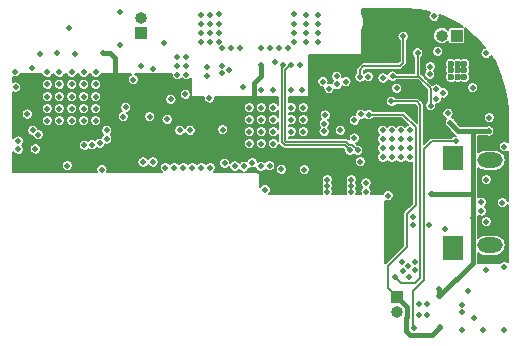
<source format=gbr>
%TF.GenerationSoftware,KiCad,Pcbnew,(5.1.9-0-10_14)*%
%TF.CreationDate,2021-10-29T13:13:03+02:00*%
%TF.ProjectId,Leo_muziekdoos,4c656f5f-6d75-47a6-9965-6b646f6f732e,rev?*%
%TF.SameCoordinates,Original*%
%TF.FileFunction,Copper,L3,Inr*%
%TF.FilePolarity,Positive*%
%FSLAX46Y46*%
G04 Gerber Fmt 4.6, Leading zero omitted, Abs format (unit mm)*
G04 Created by KiCad (PCBNEW (5.1.9-0-10_14)) date 2021-10-29 13:13:03*
%MOMM*%
%LPD*%
G01*
G04 APERTURE LIST*
%TA.AperFunction,ComponentPad*%
%ADD10C,0.500000*%
%TD*%
%TA.AperFunction,ComponentPad*%
%ADD11O,1.000000X1.000000*%
%TD*%
%TA.AperFunction,ComponentPad*%
%ADD12R,1.000000X1.000000*%
%TD*%
%TA.AperFunction,ComponentPad*%
%ADD13R,1.800000X2.000000*%
%TD*%
%TA.AperFunction,ComponentPad*%
%ADD14O,2.150000X1.300000*%
%TD*%
%TA.AperFunction,ComponentPad*%
%ADD15C,0.600000*%
%TD*%
%TA.AperFunction,ViaPad*%
%ADD16C,0.500000*%
%TD*%
%TA.AperFunction,Conductor*%
%ADD17C,0.457200*%
%TD*%
%TA.AperFunction,Conductor*%
%ADD18C,0.254000*%
%TD*%
%TA.AperFunction,Conductor*%
%ADD19C,0.203200*%
%TD*%
%TA.AperFunction,Conductor*%
%ADD20C,0.152400*%
%TD*%
%TA.AperFunction,Conductor*%
%ADD21C,0.100000*%
%TD*%
G04 APERTURE END LIST*
D10*
%TO.N,GND*%
%TO.C,U3*%
X44381200Y-73754200D03*
X44381200Y-72729200D03*
X44381200Y-71704200D03*
X44381200Y-70679200D03*
X44381200Y-69654200D03*
X45406200Y-73754200D03*
X45406200Y-72729200D03*
X45406200Y-71704200D03*
X45406200Y-70679200D03*
X45406200Y-69654200D03*
X46431200Y-73754200D03*
X46431200Y-72729200D03*
X46431200Y-71704200D03*
X46431200Y-70679200D03*
X46431200Y-69654200D03*
X47456200Y-73754200D03*
X47456200Y-72729200D03*
X47456200Y-71704200D03*
X47456200Y-70679200D03*
X47456200Y-69654200D03*
X48481200Y-73754200D03*
X48481200Y-72729200D03*
X48481200Y-71704200D03*
X48481200Y-70679200D03*
X48481200Y-69654200D03*
%TD*%
D11*
%TO.N,/I2S_DAC_AMP/SPK_OUT-*%
%TO.C,J3*%
X77762100Y-66548000D03*
D12*
%TO.N,/I2S_DAC_AMP/SPKOUT+*%
X79032100Y-66548000D03*
%TD*%
D11*
%TO.N,GND*%
%TO.C,J1*%
X73952100Y-89928700D03*
D12*
%TO.N,+BATT*%
X73952100Y-88658700D03*
%TD*%
D11*
%TO.N,/NFC/TXANT2*%
%TO.C,J4*%
X52311300Y-65074800D03*
D12*
%TO.N,/NFC/TXANT1*%
X52311300Y-66344800D03*
%TD*%
D13*
%TO.N,GND*%
%TO.C,J2*%
X78704200Y-84495800D03*
D14*
X81864200Y-84295800D03*
D13*
X78704200Y-76895800D03*
D14*
X81864200Y-77095800D03*
%TD*%
D15*
%TO.N,GND*%
%TO.C,U5*%
X79658300Y-68944400D03*
X79658300Y-69494400D03*
X79658300Y-70044400D03*
X79108300Y-68944400D03*
X79108300Y-69494400D03*
X79108300Y-70044400D03*
X78558300Y-68944400D03*
X78558300Y-69494400D03*
X78558300Y-70044400D03*
%TD*%
D16*
%TO.N,GND*%
X60960000Y-70866000D03*
X75057000Y-74549000D03*
X75057000Y-75311000D03*
X75057000Y-76073000D03*
X75057000Y-76835000D03*
X74295000Y-76835000D03*
X74295000Y-76073000D03*
X74295000Y-75311000D03*
X74295000Y-74549000D03*
X61468000Y-75692000D03*
X62484000Y-75692000D03*
X73533000Y-76835000D03*
X73533000Y-76073000D03*
X73533000Y-75311000D03*
X73533000Y-74549000D03*
X72771000Y-74549000D03*
X72771000Y-75311000D03*
X72771000Y-76073000D03*
X63500000Y-75692000D03*
X66040000Y-73660000D03*
X66040000Y-74676000D03*
X61468000Y-74676000D03*
X65024000Y-74676000D03*
X62484000Y-74676000D03*
X62484000Y-73660000D03*
X63500000Y-73660000D03*
X63500000Y-72644000D03*
X61468000Y-72644000D03*
X63500000Y-74676000D03*
X65024000Y-72644000D03*
X65024000Y-73660000D03*
X61468000Y-73660000D03*
X62484000Y-72644000D03*
X63500000Y-71120000D03*
X62484000Y-71120000D03*
X65979040Y-71120000D03*
X65024000Y-71120000D03*
X72771000Y-76835000D03*
X57404000Y-66294000D03*
X57404000Y-65532000D03*
X75831700Y-89293700D03*
X76492100Y-89293700D03*
X75831700Y-90233500D03*
X76492100Y-90233500D03*
X77419200Y-67881500D03*
X77114400Y-64922400D03*
X81800700Y-73494900D03*
X58928000Y-64750000D03*
X58928000Y-65532000D03*
X58928000Y-66294000D03*
X58928000Y-67056000D03*
X59944000Y-67564000D03*
X60706000Y-67564000D03*
X62484000Y-67564000D03*
X63246000Y-67564000D03*
X64008000Y-67564000D03*
X65250000Y-67056000D03*
X65250000Y-66294000D03*
X65250000Y-65532000D03*
X65250000Y-64750000D03*
X81521300Y-68040000D03*
X78079600Y-82880200D03*
X59182000Y-67564000D03*
X59191740Y-69159360D03*
X59201740Y-69739360D03*
X59721740Y-69459360D03*
X74440000Y-85679200D03*
X75470000Y-85689200D03*
X75480000Y-86399200D03*
X74940000Y-86019200D03*
X76708000Y-82600800D03*
X74980800Y-87020400D03*
X79502000Y-89382600D03*
X79502000Y-89916000D03*
X83058000Y-91440000D03*
X79502000Y-91440000D03*
X81534000Y-82296000D03*
X81534000Y-86360000D03*
X81534000Y-78740000D03*
X81280000Y-91440000D03*
X80518000Y-90424000D03*
X80010000Y-88138000D03*
X83058000Y-86106000D03*
X82887200Y-80688800D03*
X83058000Y-75946000D03*
X58166000Y-64770000D03*
X57404000Y-64770000D03*
X57404000Y-67056000D03*
X66294000Y-64770000D03*
X66294000Y-65532000D03*
X66294000Y-66294000D03*
X66294000Y-67056000D03*
X64770000Y-67564000D03*
X67310000Y-64770000D03*
X67310000Y-65532000D03*
X67310000Y-66294000D03*
X67310000Y-67056000D03*
X78294301Y-73124195D03*
X57924700Y-70004940D03*
X57929780Y-69222620D03*
X74523881Y-86512605D03*
X66040000Y-72644000D03*
X75311000Y-82550000D03*
X75311000Y-81940400D03*
X46250800Y-65859600D03*
X50548598Y-67358200D03*
X52273200Y-69138800D03*
X43357800Y-76136500D03*
X41922700Y-76174600D03*
X46075600Y-77546200D03*
X41694100Y-70904100D03*
X54837300Y-71934100D03*
X56464200Y-74574400D03*
X54521100Y-73621900D03*
X53047900Y-73418700D03*
X43129200Y-74574400D03*
X41910000Y-75463400D03*
X43611800Y-74930000D03*
X49403000Y-74574400D03*
X48996600Y-77901800D03*
X43103800Y-69291200D03*
X55575200Y-74574400D03*
X51019200Y-72628000D03*
X42693410Y-73188307D03*
X70921101Y-73198832D03*
X73228200Y-80086200D03*
X73968790Y-70993000D03*
X62814200Y-79603600D03*
X54356000Y-77724000D03*
X55118000Y-77724000D03*
X55880000Y-77724000D03*
X56642000Y-77724000D03*
X57404000Y-77724000D03*
X58166000Y-77724000D03*
X68072000Y-78740000D03*
X68072000Y-79248000D03*
X68072000Y-79756000D03*
X70104000Y-78740000D03*
X70104000Y-79248000D03*
X70104000Y-79756000D03*
X58166000Y-67056000D03*
X58166000Y-65532000D03*
X58166000Y-66294000D03*
X51648304Y-70271696D03*
X68884800Y-70002400D03*
X68910200Y-70662800D03*
X58089800Y-71831200D03*
X50556098Y-64531300D03*
X56134000Y-68326000D03*
X55372000Y-68326000D03*
X55372000Y-69088000D03*
X56134000Y-69088000D03*
X56134000Y-69850000D03*
X55372000Y-69850000D03*
X53340000Y-69342000D03*
%TO.N,+3V3*%
X73406000Y-83312000D03*
%TO.N,VBUS*%
X81737200Y-74612500D03*
X78485003Y-73931626D03*
X76835000Y-79933800D03*
X80391000Y-81965800D03*
X77571600Y-88595200D03*
X77571600Y-88036400D03*
%TO.N,+BATT*%
X77620000Y-91230000D03*
X71600060Y-73228200D03*
X75733399Y-68008459D03*
X76835000Y-72466200D03*
X73605217Y-69974792D03*
%TO.N,/Power/PSU_BTN_RAW*%
X54270000Y-67200000D03*
X74500000Y-66600000D03*
X70844590Y-70053200D03*
%TO.N,+3V3*%
X82540758Y-70374087D03*
X77578989Y-73090809D03*
X62486540Y-69009260D03*
X46685200Y-68072000D03*
X50139600Y-69951600D03*
X50038000Y-68326000D03*
X49113500Y-67980500D03*
X45181200Y-68052008D03*
X47013604Y-76245512D03*
X51132800Y-74787700D03*
X53672802Y-72882700D03*
X59239150Y-73145650D03*
X73527939Y-81866753D03*
X73527906Y-82522073D03*
X73527970Y-81231753D03*
X42912598Y-72454200D03*
X66903600Y-69926200D03*
X68135692Y-72647093D03*
X66370204Y-79324200D03*
X74918089Y-79031311D03*
X68072000Y-76962000D03*
X68072000Y-77470000D03*
X68072000Y-77978000D03*
X70104000Y-76962000D03*
X70104000Y-77470000D03*
X70104000Y-77978000D03*
X73406000Y-83820000D03*
X73406000Y-84328000D03*
X63787070Y-77287497D03*
%TO.N,/CPU/MEAS_EN*%
X67820540Y-73995280D03*
X72802213Y-70128043D03*
%TO.N,/CPU/BTN_PWR*%
X69657267Y-70455610D03*
X77313610Y-71074111D03*
%TO.N,/CPU/PW_HOLD*%
X67812712Y-74647635D03*
X77325220Y-71897240D03*
%TO.N,/Power/PSU_EN_BUF*%
X73814940Y-86987380D03*
X73505096Y-72104051D03*
%TO.N,/I2S_DAC_AMP/I2S_SD_MODE*%
X80391000Y-70942202D03*
X67710745Y-70455610D03*
%TO.N,/CPU/DAC_BCLK*%
X65765819Y-69063701D03*
X76756496Y-69829839D03*
%TO.N,/CPU/DAC_LRCK*%
X76809688Y-69170152D03*
X63688479Y-68743446D03*
%TO.N,/CPU/NFC_SPI_MOSI*%
X48167762Y-75792331D03*
X61731150Y-77307532D03*
%TO.N,/CPU/NFC_SPI_SCK*%
X49415700Y-75285600D03*
X63187209Y-77569820D03*
%TO.N,/CPU/NFC_SPI_CS*%
X47516438Y-75829821D03*
X61036200Y-77622400D03*
%TO.N,/CPU/DAC_DATA*%
X68224400Y-71022390D03*
X77884199Y-71390450D03*
%TO.N,/CPU/ESP_RST*%
X59232305Y-74506552D03*
X67906900Y-73262659D03*
%TO.N,/CPU/ESP_GPIO0*%
X70358000Y-75209400D03*
X66140515Y-77884257D03*
%TO.N,/programmer/CP_DTR*%
X70358000Y-73710800D03*
X69172429Y-74557229D03*
X70866000Y-77216000D03*
%TO.N,/CPU/ESP_TX*%
X64292347Y-68990395D03*
X69981419Y-76262839D03*
%TO.N,/CPU/ESP_RX*%
X65024000Y-69037200D03*
X70657669Y-76263447D03*
%TO.N,/Power/MCP_STAT*%
X78943200Y-75493386D03*
X75461088Y-91265701D03*
%TO.N,/Power/USB_D-*%
X81109820Y-81395800D03*
X71352590Y-79766776D03*
%TO.N,/Power/USB_D+*%
X81109820Y-80645800D03*
X71352590Y-79025373D03*
%TO.N,/CPU/ADS_SCL*%
X53327300Y-77241400D03*
X59385200Y-77343000D03*
%TO.N,/CPU/ADS_SDA*%
X52489100Y-77241400D03*
X60256172Y-77589628D03*
%TO.N,/CPU/NFC_SPI_MISO*%
X48815715Y-75670589D03*
X62454090Y-77608947D03*
%TO.N,/Power/BATT_MEAS*%
X71551800Y-70027800D03*
X56048723Y-71526398D03*
%TO.N,/NFC/VMID*%
X43745022Y-68061778D03*
X41675758Y-69590925D03*
%TO.N,/CPU/~NFC_RST*%
X50798128Y-73407872D03*
X64202245Y-77858503D03*
%TD*%
D17*
%TO.N,VBUS*%
X79165877Y-74612500D02*
X78485003Y-73931626D01*
X81737200Y-74612500D02*
X79165877Y-74612500D01*
D18*
X80403700Y-74612500D02*
X80416400Y-74625200D01*
X81737200Y-74612500D02*
X80403700Y-74612500D01*
X76860400Y-79908400D02*
X76835000Y-79933800D01*
D17*
X76885800Y-79933800D02*
X76860400Y-79908400D01*
X80391000Y-79933800D02*
X76885800Y-79933800D01*
X80416400Y-79908400D02*
X80391000Y-79933800D01*
X80416400Y-77531068D02*
X80416400Y-79908400D01*
X80408190Y-77522858D02*
X80416400Y-77531068D01*
X80408190Y-76668742D02*
X80408190Y-77522858D01*
X80416400Y-76660532D02*
X80408190Y-76668742D01*
X80416400Y-74625200D02*
X80416400Y-76660532D01*
X80416400Y-81940400D02*
X80391000Y-81965800D01*
X80416400Y-79908400D02*
X80416400Y-81940400D01*
X80391000Y-81965800D02*
X80391000Y-85775800D01*
X80391000Y-85775800D02*
X77571600Y-88595200D01*
X77571600Y-88595200D02*
X77571600Y-88036400D01*
D19*
%TO.N,+BATT*%
X74482122Y-73228200D02*
X71600060Y-73228200D01*
X75561001Y-74307079D02*
X74482122Y-73228200D01*
X73230599Y-86027401D02*
X74803000Y-84455000D01*
X74803000Y-81661000D02*
X75561001Y-80902999D01*
X74803000Y-84455000D02*
X74803000Y-81661000D01*
X73230599Y-87937199D02*
X73230599Y-86027401D01*
X75561001Y-80902999D02*
X75561001Y-74307079D01*
X73952100Y-88658700D02*
X73230599Y-87937199D01*
D20*
X75733399Y-68008459D02*
X75733399Y-70027800D01*
X75844400Y-70027800D02*
X76835000Y-71018400D01*
X76835000Y-71018400D02*
X76835000Y-72466200D01*
X75733399Y-70027800D02*
X75844400Y-70027800D01*
D17*
X75108768Y-91896763D02*
X74767440Y-91555435D01*
X77620000Y-91230000D02*
X76953237Y-91896763D01*
X74767440Y-91555435D02*
X74767440Y-90417242D01*
X74833101Y-90351581D02*
X74833101Y-89539701D01*
X76953237Y-91896763D02*
X75108768Y-91896763D01*
X74767440Y-90417242D02*
X74833101Y-90351581D01*
X74833101Y-89539701D02*
X73952100Y-88658700D01*
D20*
X73658225Y-70027800D02*
X73605217Y-69974792D01*
X73761600Y-70027800D02*
X73658225Y-70027800D01*
X75733399Y-70027800D02*
X73761600Y-70027800D01*
%TO.N,/Power/PSU_BTN_RAW*%
X74500000Y-68832200D02*
X74500000Y-66600000D01*
X74218800Y-69113400D02*
X74500000Y-68832200D01*
X71145400Y-69113400D02*
X74218800Y-69113400D01*
X70844590Y-69414210D02*
X71145400Y-69113400D01*
X70844590Y-70053200D02*
X70844590Y-69414210D01*
D17*
%TO.N,+3V3*%
X50139600Y-69951600D02*
X50139600Y-68427600D01*
D20*
X49923401Y-70167799D02*
X50139600Y-69951600D01*
X46977599Y-70167799D02*
X49923401Y-70167799D01*
D18*
X78508398Y-72161400D02*
X77578989Y-73090809D01*
X80753445Y-72161400D02*
X78508398Y-72161400D01*
X82540758Y-70374087D02*
X80753445Y-72161400D01*
D17*
X49692500Y-67980500D02*
X49113500Y-67980500D01*
X50038000Y-68326000D02*
X49692500Y-67980500D01*
X53672802Y-71094600D02*
X55194200Y-71094600D01*
X53672802Y-72882700D02*
X53672802Y-71094600D01*
X53672802Y-71094600D02*
X50342800Y-71094600D01*
X50342800Y-71094600D02*
X50139600Y-70891400D01*
X50139600Y-70891400D02*
X50139600Y-69951600D01*
X59155579Y-73229221D02*
X59239150Y-73145650D01*
X57858099Y-73229221D02*
X59155579Y-73229221D01*
X55102700Y-72882700D02*
X55365650Y-73145650D01*
X55365650Y-73145650D02*
X57774528Y-73145650D01*
X57774528Y-73145650D02*
X57858099Y-73229221D01*
X53672802Y-72882700D02*
X55102700Y-72882700D01*
D20*
X64333501Y-77287497D02*
X63787070Y-77287497D01*
X66370204Y-79324200D02*
X64333501Y-77287497D01*
D18*
X60172600Y-74079100D02*
X60172600Y-75996800D01*
X59239150Y-73145650D02*
X60172600Y-74079100D01*
X63277704Y-76778131D02*
X63787070Y-77287497D01*
X60953931Y-76778131D02*
X63277704Y-76778131D01*
X60172600Y-75996800D02*
X60953931Y-76778131D01*
D17*
X60458350Y-73145650D02*
X59239150Y-73145650D01*
X61852999Y-70569901D02*
X61852999Y-71751001D01*
X61591001Y-72012999D02*
X61165119Y-72012999D01*
X61852999Y-71751001D02*
X61591001Y-72012999D01*
X60836999Y-72767001D02*
X60458350Y-73145650D01*
X61165119Y-72012999D02*
X60836999Y-72341119D01*
X62486540Y-69936360D02*
X61852999Y-70569901D01*
X60836999Y-72341119D02*
X60836999Y-72767001D01*
X62486540Y-69009260D02*
X62486540Y-69936360D01*
D20*
%TO.N,/Power/PSU_EN_BUF*%
X73788793Y-86861807D02*
X73787000Y-86860014D01*
X74355960Y-87528400D02*
X74064939Y-87237379D01*
X75924588Y-82956785D02*
X75948601Y-82980798D01*
X75488800Y-87528400D02*
X74355960Y-87528400D01*
X75958601Y-86169471D02*
X75958601Y-87058599D01*
X75948601Y-82980798D02*
X75948601Y-86159471D01*
X75924588Y-82244815D02*
X75924588Y-82956785D01*
X75958601Y-87058599D02*
X75488800Y-87528400D01*
X75948601Y-86159471D02*
X75958601Y-86169471D01*
X74064939Y-87237379D02*
X73814940Y-86987380D01*
X75948601Y-82220802D02*
X75924588Y-82244815D01*
X75948601Y-72392601D02*
X75948601Y-82220802D01*
X75660051Y-72104051D02*
X75948601Y-72392601D01*
X73505096Y-72104051D02*
X75660051Y-72104051D01*
%TO.N,/CPU/ESP_RST*%
X67770841Y-73126600D02*
X67906900Y-73262659D01*
%TO.N,/CPU/ESP_TX*%
X69537580Y-75819000D02*
X69981419Y-76262839D01*
X64465933Y-75819000D02*
X69537580Y-75819000D01*
X64236600Y-69046142D02*
X64236600Y-75589667D01*
X64292347Y-68990395D02*
X64236600Y-69046142D01*
X64236600Y-75589667D02*
X64465933Y-75819000D01*
%TO.N,/CPU/ESP_RX*%
X70657669Y-76245669D02*
X70657669Y-76263447D01*
X70180200Y-75768200D02*
X70657669Y-76245669D01*
X64541411Y-75463411D02*
X64592189Y-75514189D01*
X69917847Y-75768200D02*
X70180200Y-75768200D01*
X64541411Y-69418189D02*
X64541411Y-75463411D01*
X69663836Y-75514189D02*
X69917847Y-75768200D01*
X64592189Y-75514189D02*
X69663836Y-75514189D01*
X64922400Y-69037200D02*
X64541411Y-69418189D01*
%TO.N,/Power/MCP_STAT*%
X75344020Y-88155780D02*
X75344020Y-91148633D01*
X75344020Y-91148633D02*
X75461088Y-91265701D01*
X76263412Y-82864542D02*
X76263412Y-87236388D01*
X76229399Y-82830529D02*
X76263412Y-82864542D01*
X76263412Y-87236388D02*
X75344020Y-88155780D01*
X76229399Y-82371071D02*
X76229399Y-82830529D01*
X76926614Y-75493386D02*
X76253412Y-76166588D01*
X76253412Y-82347058D02*
X76229399Y-82371071D01*
X76253412Y-76166588D02*
X76253412Y-82347058D01*
X78943200Y-75493386D02*
X76926614Y-75493386D01*
%TD*%
%TO.N,+3V3*%
X75816155Y-64363512D02*
X76798391Y-64561566D01*
X76742647Y-64617310D01*
X76690270Y-64695698D01*
X76654192Y-64782797D01*
X76635800Y-64875262D01*
X76635800Y-64969538D01*
X76654192Y-65062003D01*
X76690270Y-65149102D01*
X76742647Y-65227490D01*
X76809310Y-65294153D01*
X76887698Y-65346530D01*
X76974797Y-65382608D01*
X77067262Y-65401000D01*
X77161538Y-65401000D01*
X77254003Y-65382608D01*
X77341102Y-65346530D01*
X77419490Y-65294153D01*
X77486153Y-65227490D01*
X77538530Y-65149102D01*
X77574608Y-65062003D01*
X77593000Y-64969538D01*
X77593000Y-64875262D01*
X77580041Y-64810110D01*
X78029421Y-64964845D01*
X79057050Y-65479442D01*
X79559649Y-65821008D01*
X79532100Y-65818294D01*
X78532100Y-65818294D01*
X78487287Y-65822708D01*
X78444195Y-65835779D01*
X78404482Y-65857006D01*
X78369673Y-65885573D01*
X78341106Y-65920382D01*
X78319879Y-65960095D01*
X78306808Y-66003187D01*
X78302394Y-66048000D01*
X78302394Y-66057899D01*
X78226555Y-65982060D01*
X78107221Y-65902323D01*
X77974625Y-65847400D01*
X77833861Y-65819400D01*
X77690339Y-65819400D01*
X77549575Y-65847400D01*
X77416979Y-65902323D01*
X77297645Y-65982060D01*
X77196160Y-66083545D01*
X77116423Y-66202879D01*
X77061500Y-66335475D01*
X77033500Y-66476239D01*
X77033500Y-66619761D01*
X77061500Y-66760525D01*
X77116423Y-66893121D01*
X77196160Y-67012455D01*
X77297645Y-67113940D01*
X77416979Y-67193677D01*
X77549575Y-67248600D01*
X77690339Y-67276600D01*
X77833861Y-67276600D01*
X77974625Y-67248600D01*
X78107221Y-67193677D01*
X78226555Y-67113940D01*
X78302394Y-67038101D01*
X78302394Y-67048000D01*
X78306808Y-67092813D01*
X78319879Y-67135905D01*
X78341106Y-67175618D01*
X78369673Y-67210427D01*
X78404482Y-67238994D01*
X78444195Y-67260221D01*
X78487287Y-67273292D01*
X78532100Y-67277706D01*
X79532100Y-67277706D01*
X79576913Y-67273292D01*
X79620005Y-67260221D01*
X79659718Y-67238994D01*
X79694527Y-67210427D01*
X79723094Y-67175618D01*
X79744321Y-67135905D01*
X79757392Y-67092813D01*
X79761806Y-67048000D01*
X79761806Y-66048000D01*
X79757392Y-66003187D01*
X79744321Y-65960095D01*
X79732918Y-65938761D01*
X80007599Y-66125434D01*
X80864359Y-66891466D01*
X81443747Y-67567450D01*
X81381697Y-67579792D01*
X81294598Y-67615870D01*
X81216210Y-67668247D01*
X81149547Y-67734910D01*
X81097170Y-67813298D01*
X81061092Y-67900397D01*
X81042700Y-67992862D01*
X81042700Y-68087138D01*
X81061092Y-68179603D01*
X81097170Y-68266702D01*
X81149547Y-68345090D01*
X81216210Y-68411753D01*
X81294598Y-68464130D01*
X81381697Y-68500208D01*
X81474162Y-68518600D01*
X81568438Y-68518600D01*
X81660903Y-68500208D01*
X81748002Y-68464130D01*
X81826390Y-68411753D01*
X81893053Y-68345090D01*
X81942010Y-68271820D01*
X82238222Y-68727945D01*
X82731187Y-69766128D01*
X83082518Y-70860395D01*
X83286343Y-71993208D01*
X83340799Y-72967223D01*
X83340799Y-75559353D01*
X83284702Y-75521870D01*
X83197603Y-75485792D01*
X83105138Y-75467400D01*
X83010862Y-75467400D01*
X82918397Y-75485792D01*
X82831298Y-75521870D01*
X82752910Y-75574247D01*
X82686247Y-75640910D01*
X82633870Y-75719298D01*
X82597792Y-75806397D01*
X82579400Y-75898862D01*
X82579400Y-75993138D01*
X82597792Y-76085603D01*
X82633870Y-76172702D01*
X82686247Y-76251090D01*
X82752910Y-76317753D01*
X82831298Y-76370130D01*
X82918397Y-76406208D01*
X83010862Y-76424600D01*
X83105138Y-76424600D01*
X83197603Y-76406208D01*
X83284702Y-76370130D01*
X83340799Y-76332647D01*
X83340799Y-80533241D01*
X83311330Y-80462098D01*
X83258953Y-80383710D01*
X83192290Y-80317047D01*
X83113902Y-80264670D01*
X83026803Y-80228592D01*
X82934338Y-80210200D01*
X82840062Y-80210200D01*
X82747597Y-80228592D01*
X82660498Y-80264670D01*
X82582110Y-80317047D01*
X82515447Y-80383710D01*
X82463070Y-80462098D01*
X82426992Y-80549197D01*
X82408600Y-80641662D01*
X82408600Y-80735938D01*
X82426992Y-80828403D01*
X82463070Y-80915502D01*
X82515447Y-80993890D01*
X82582110Y-81060553D01*
X82660498Y-81112930D01*
X82747597Y-81149008D01*
X82840062Y-81167400D01*
X82934338Y-81167400D01*
X83026803Y-81149008D01*
X83113902Y-81112930D01*
X83192290Y-81060553D01*
X83258953Y-80993890D01*
X83311330Y-80915502D01*
X83340799Y-80844359D01*
X83340798Y-85719352D01*
X83284702Y-85681870D01*
X83197603Y-85645792D01*
X83105138Y-85627400D01*
X83010862Y-85627400D01*
X82918397Y-85645792D01*
X82831298Y-85681870D01*
X82752910Y-85734247D01*
X82688268Y-85798889D01*
X80848554Y-85794660D01*
X80850411Y-85775800D01*
X80848200Y-85753350D01*
X80848200Y-84947374D01*
X80948714Y-85029864D01*
X81101348Y-85111448D01*
X81266964Y-85161687D01*
X81396039Y-85174400D01*
X82332361Y-85174400D01*
X82461436Y-85161687D01*
X82627052Y-85111448D01*
X82779686Y-85029864D01*
X82913470Y-84920070D01*
X83023264Y-84786286D01*
X83104848Y-84633652D01*
X83155087Y-84468036D01*
X83172051Y-84295800D01*
X83155087Y-84123564D01*
X83104848Y-83957948D01*
X83023264Y-83805314D01*
X82913470Y-83671530D01*
X82779686Y-83561736D01*
X82627052Y-83480152D01*
X82461436Y-83429913D01*
X82332361Y-83417200D01*
X81396039Y-83417200D01*
X81266964Y-83429913D01*
X81101348Y-83480152D01*
X80948714Y-83561736D01*
X80848200Y-83644226D01*
X80848200Y-82248862D01*
X81055400Y-82248862D01*
X81055400Y-82343138D01*
X81073792Y-82435603D01*
X81109870Y-82522702D01*
X81162247Y-82601090D01*
X81228910Y-82667753D01*
X81307298Y-82720130D01*
X81394397Y-82756208D01*
X81486862Y-82774600D01*
X81581138Y-82774600D01*
X81673603Y-82756208D01*
X81760702Y-82720130D01*
X81839090Y-82667753D01*
X81905753Y-82601090D01*
X81958130Y-82522702D01*
X81994208Y-82435603D01*
X82012600Y-82343138D01*
X82012600Y-82248862D01*
X81994208Y-82156397D01*
X81958130Y-82069298D01*
X81905753Y-81990910D01*
X81839090Y-81924247D01*
X81760702Y-81871870D01*
X81673603Y-81835792D01*
X81581138Y-81817400D01*
X81486862Y-81817400D01*
X81394397Y-81835792D01*
X81307298Y-81871870D01*
X81228910Y-81924247D01*
X81162247Y-81990910D01*
X81109870Y-82069298D01*
X81073792Y-82156397D01*
X81055400Y-82248862D01*
X80848200Y-82248862D01*
X80848200Y-82112665D01*
X80851208Y-82105403D01*
X80864708Y-82037534D01*
X80866985Y-82030027D01*
X80867754Y-82022219D01*
X80869600Y-82012938D01*
X80869600Y-82003475D01*
X80873600Y-81962860D01*
X80873600Y-81962850D01*
X80875811Y-81940401D01*
X80873600Y-81917951D01*
X80873600Y-81813570D01*
X80883118Y-81819930D01*
X80970217Y-81856008D01*
X81062682Y-81874400D01*
X81156958Y-81874400D01*
X81249423Y-81856008D01*
X81336522Y-81819930D01*
X81414910Y-81767553D01*
X81481573Y-81700890D01*
X81533950Y-81622502D01*
X81570028Y-81535403D01*
X81588420Y-81442938D01*
X81588420Y-81348662D01*
X81570028Y-81256197D01*
X81533950Y-81169098D01*
X81481573Y-81090710D01*
X81414910Y-81024047D01*
X81410051Y-81020800D01*
X81414910Y-81017553D01*
X81481573Y-80950890D01*
X81533950Y-80872502D01*
X81570028Y-80785403D01*
X81588420Y-80692938D01*
X81588420Y-80598662D01*
X81570028Y-80506197D01*
X81533950Y-80419098D01*
X81481573Y-80340710D01*
X81414910Y-80274047D01*
X81336522Y-80221670D01*
X81249423Y-80185592D01*
X81156958Y-80167200D01*
X81062682Y-80167200D01*
X80970217Y-80185592D01*
X80883118Y-80221670D01*
X80873600Y-80228030D01*
X80873600Y-79930850D01*
X80875811Y-79908401D01*
X80873600Y-79885951D01*
X80873600Y-78692862D01*
X81055400Y-78692862D01*
X81055400Y-78787138D01*
X81073792Y-78879603D01*
X81109870Y-78966702D01*
X81162247Y-79045090D01*
X81228910Y-79111753D01*
X81307298Y-79164130D01*
X81394397Y-79200208D01*
X81486862Y-79218600D01*
X81581138Y-79218600D01*
X81673603Y-79200208D01*
X81760702Y-79164130D01*
X81839090Y-79111753D01*
X81905753Y-79045090D01*
X81958130Y-78966702D01*
X81994208Y-78879603D01*
X82012600Y-78787138D01*
X82012600Y-78692862D01*
X81994208Y-78600397D01*
X81958130Y-78513298D01*
X81905753Y-78434910D01*
X81839090Y-78368247D01*
X81760702Y-78315870D01*
X81673603Y-78279792D01*
X81581138Y-78261400D01*
X81486862Y-78261400D01*
X81394397Y-78279792D01*
X81307298Y-78315870D01*
X81228910Y-78368247D01*
X81162247Y-78434910D01*
X81109870Y-78513298D01*
X81073792Y-78600397D01*
X81055400Y-78692862D01*
X80873600Y-78692862D01*
X80873600Y-77768219D01*
X80948714Y-77829864D01*
X81101348Y-77911448D01*
X81266964Y-77961687D01*
X81396039Y-77974400D01*
X82332361Y-77974400D01*
X82461436Y-77961687D01*
X82627052Y-77911448D01*
X82779686Y-77829864D01*
X82913470Y-77720070D01*
X83023264Y-77586286D01*
X83104848Y-77433652D01*
X83155087Y-77268036D01*
X83172051Y-77095800D01*
X83155087Y-76923564D01*
X83104848Y-76757948D01*
X83023264Y-76605314D01*
X82913470Y-76471530D01*
X82779686Y-76361736D01*
X82627052Y-76280152D01*
X82461436Y-76229913D01*
X82332361Y-76217200D01*
X81396039Y-76217200D01*
X81266964Y-76229913D01*
X81101348Y-76280152D01*
X80948714Y-76361736D01*
X80873600Y-76423381D01*
X80873600Y-75069700D01*
X81590335Y-75069700D01*
X81597597Y-75072708D01*
X81690062Y-75091100D01*
X81784338Y-75091100D01*
X81876803Y-75072708D01*
X81963902Y-75036630D01*
X82042290Y-74984253D01*
X82108953Y-74917590D01*
X82161330Y-74839202D01*
X82197408Y-74752103D01*
X82215800Y-74659638D01*
X82215800Y-74565362D01*
X82197408Y-74472897D01*
X82161330Y-74385798D01*
X82108953Y-74307410D01*
X82042290Y-74240747D01*
X81963902Y-74188370D01*
X81876803Y-74152292D01*
X81784338Y-74133900D01*
X81690062Y-74133900D01*
X81597597Y-74152292D01*
X81590335Y-74155300D01*
X79355255Y-74155300D01*
X78912142Y-73712188D01*
X78909133Y-73704924D01*
X78856756Y-73626536D01*
X78790093Y-73559873D01*
X78711705Y-73507496D01*
X78624606Y-73471418D01*
X78624035Y-73471304D01*
X78647577Y-73447762D01*
X81322100Y-73447762D01*
X81322100Y-73542038D01*
X81340492Y-73634503D01*
X81376570Y-73721602D01*
X81428947Y-73799990D01*
X81495610Y-73866653D01*
X81573998Y-73919030D01*
X81661097Y-73955108D01*
X81753562Y-73973500D01*
X81847838Y-73973500D01*
X81940303Y-73955108D01*
X82027402Y-73919030D01*
X82105790Y-73866653D01*
X82172453Y-73799990D01*
X82224830Y-73721602D01*
X82260908Y-73634503D01*
X82279300Y-73542038D01*
X82279300Y-73447762D01*
X82260908Y-73355297D01*
X82224830Y-73268198D01*
X82172453Y-73189810D01*
X82105790Y-73123147D01*
X82027402Y-73070770D01*
X81940303Y-73034692D01*
X81847838Y-73016300D01*
X81753562Y-73016300D01*
X81661097Y-73034692D01*
X81573998Y-73070770D01*
X81495610Y-73123147D01*
X81428947Y-73189810D01*
X81376570Y-73268198D01*
X81340492Y-73355297D01*
X81322100Y-73447762D01*
X78647577Y-73447762D01*
X78666054Y-73429285D01*
X78718431Y-73350897D01*
X78754509Y-73263798D01*
X78772901Y-73171333D01*
X78772901Y-73077057D01*
X78754509Y-72984592D01*
X78718431Y-72897493D01*
X78666054Y-72819105D01*
X78599391Y-72752442D01*
X78521003Y-72700065D01*
X78433904Y-72663987D01*
X78341439Y-72645595D01*
X78247163Y-72645595D01*
X78154698Y-72663987D01*
X78067599Y-72700065D01*
X77989211Y-72752442D01*
X77922548Y-72819105D01*
X77870171Y-72897493D01*
X77834093Y-72984592D01*
X77815701Y-73077057D01*
X77815701Y-73171333D01*
X77834093Y-73263798D01*
X77870171Y-73350897D01*
X77922548Y-73429285D01*
X77989211Y-73495948D01*
X78067599Y-73548325D01*
X78154698Y-73584403D01*
X78155269Y-73584517D01*
X78113250Y-73626536D01*
X78060873Y-73704924D01*
X78024795Y-73792023D01*
X78006403Y-73884488D01*
X78006403Y-73978764D01*
X78024795Y-74071229D01*
X78060873Y-74158328D01*
X78113250Y-74236716D01*
X78179913Y-74303379D01*
X78258301Y-74355756D01*
X78265565Y-74358765D01*
X78826707Y-74919908D01*
X78841024Y-74937353D01*
X78858469Y-74951670D01*
X78910640Y-74994487D01*
X78926927Y-75003192D01*
X78948618Y-75014786D01*
X78896062Y-75014786D01*
X78803597Y-75033178D01*
X78716498Y-75069256D01*
X78638110Y-75121633D01*
X78571447Y-75188296D01*
X78571253Y-75188586D01*
X76941571Y-75188586D01*
X76926613Y-75187113D01*
X76911655Y-75188586D01*
X76911648Y-75188586D01*
X76872503Y-75192441D01*
X76866862Y-75192997D01*
X76849433Y-75198284D01*
X76809408Y-75210426D01*
X76756457Y-75238728D01*
X76710046Y-75276818D01*
X76700506Y-75288442D01*
X76253401Y-75735548D01*
X76253401Y-72407558D01*
X76254874Y-72392600D01*
X76253401Y-72377642D01*
X76253401Y-72377635D01*
X76248990Y-72332850D01*
X76231561Y-72275395D01*
X76203259Y-72222444D01*
X76165169Y-72176033D01*
X76153546Y-72166494D01*
X75886163Y-71899112D01*
X75876619Y-71887483D01*
X75830208Y-71849393D01*
X75777257Y-71821091D01*
X75719802Y-71803662D01*
X75675017Y-71799251D01*
X75675009Y-71799251D01*
X75660051Y-71797778D01*
X75645093Y-71799251D01*
X73877043Y-71799251D01*
X73876849Y-71798961D01*
X73810186Y-71732298D01*
X73731798Y-71679921D01*
X73644699Y-71643843D01*
X73552234Y-71625451D01*
X73457958Y-71625451D01*
X73365493Y-71643843D01*
X73278394Y-71679921D01*
X73200006Y-71732298D01*
X73133343Y-71798961D01*
X73080966Y-71877349D01*
X73044888Y-71964448D01*
X73026496Y-72056913D01*
X73026496Y-72151189D01*
X73044888Y-72243654D01*
X73080966Y-72330753D01*
X73133343Y-72409141D01*
X73200006Y-72475804D01*
X73278394Y-72528181D01*
X73365493Y-72564259D01*
X73457958Y-72582651D01*
X73552234Y-72582651D01*
X73644699Y-72564259D01*
X73731798Y-72528181D01*
X73810186Y-72475804D01*
X73876849Y-72409141D01*
X73877043Y-72408851D01*
X75533800Y-72408851D01*
X75643801Y-72518853D01*
X75643801Y-73922905D01*
X74727081Y-73006187D01*
X74716738Y-72993584D01*
X74666459Y-72952321D01*
X74609095Y-72921660D01*
X74546852Y-72902778D01*
X74498337Y-72898000D01*
X74498335Y-72898000D01*
X74482122Y-72896403D01*
X74465909Y-72898000D01*
X71946703Y-72898000D01*
X71905150Y-72856447D01*
X71826762Y-72804070D01*
X71739663Y-72767992D01*
X71647198Y-72749600D01*
X71552922Y-72749600D01*
X71460457Y-72767992D01*
X71373358Y-72804070D01*
X71294970Y-72856447D01*
X71275265Y-72876153D01*
X71226191Y-72827079D01*
X71147803Y-72774702D01*
X71060704Y-72738624D01*
X70968239Y-72720232D01*
X70873963Y-72720232D01*
X70781498Y-72738624D01*
X70694399Y-72774702D01*
X70616011Y-72827079D01*
X70549348Y-72893742D01*
X70496971Y-72972130D01*
X70460893Y-73059229D01*
X70442501Y-73151694D01*
X70442501Y-73239632D01*
X70405138Y-73232200D01*
X70310862Y-73232200D01*
X70218397Y-73250592D01*
X70131298Y-73286670D01*
X70052910Y-73339047D01*
X69986247Y-73405710D01*
X69933870Y-73484098D01*
X69897792Y-73571197D01*
X69879400Y-73663662D01*
X69879400Y-73757938D01*
X69897792Y-73850403D01*
X69933870Y-73937502D01*
X69986247Y-74015890D01*
X70052910Y-74082553D01*
X70131298Y-74134930D01*
X70218397Y-74171008D01*
X70310862Y-74189400D01*
X70405138Y-74189400D01*
X70497603Y-74171008D01*
X70584702Y-74134930D01*
X70663090Y-74082553D01*
X70729753Y-74015890D01*
X70782130Y-73937502D01*
X70818208Y-73850403D01*
X70836600Y-73757938D01*
X70836600Y-73670000D01*
X70873963Y-73677432D01*
X70968239Y-73677432D01*
X71060704Y-73659040D01*
X71147803Y-73622962D01*
X71226191Y-73570585D01*
X71245897Y-73550880D01*
X71294970Y-73599953D01*
X71373358Y-73652330D01*
X71460457Y-73688408D01*
X71552922Y-73706800D01*
X71647198Y-73706800D01*
X71739663Y-73688408D01*
X71826762Y-73652330D01*
X71905150Y-73599953D01*
X71946703Y-73558400D01*
X74345350Y-73558400D01*
X74887942Y-74100993D01*
X74830298Y-74124870D01*
X74751910Y-74177247D01*
X74685247Y-74243910D01*
X74676000Y-74257749D01*
X74666753Y-74243910D01*
X74600090Y-74177247D01*
X74521702Y-74124870D01*
X74434603Y-74088792D01*
X74342138Y-74070400D01*
X74247862Y-74070400D01*
X74155397Y-74088792D01*
X74068298Y-74124870D01*
X73989910Y-74177247D01*
X73923247Y-74243910D01*
X73914000Y-74257749D01*
X73904753Y-74243910D01*
X73838090Y-74177247D01*
X73759702Y-74124870D01*
X73672603Y-74088792D01*
X73580138Y-74070400D01*
X73485862Y-74070400D01*
X73393397Y-74088792D01*
X73306298Y-74124870D01*
X73227910Y-74177247D01*
X73161247Y-74243910D01*
X73152000Y-74257749D01*
X73142753Y-74243910D01*
X73076090Y-74177247D01*
X72997702Y-74124870D01*
X72910603Y-74088792D01*
X72818138Y-74070400D01*
X72723862Y-74070400D01*
X72631397Y-74088792D01*
X72544298Y-74124870D01*
X72465910Y-74177247D01*
X72399247Y-74243910D01*
X72346870Y-74322298D01*
X72310792Y-74409397D01*
X72292400Y-74501862D01*
X72292400Y-74596138D01*
X72310792Y-74688603D01*
X72346870Y-74775702D01*
X72399247Y-74854090D01*
X72465910Y-74920753D01*
X72479749Y-74930000D01*
X72465910Y-74939247D01*
X72399247Y-75005910D01*
X72346870Y-75084298D01*
X72310792Y-75171397D01*
X72292400Y-75263862D01*
X72292400Y-75358138D01*
X72310792Y-75450603D01*
X72346870Y-75537702D01*
X72399247Y-75616090D01*
X72465910Y-75682753D01*
X72479749Y-75692000D01*
X72465910Y-75701247D01*
X72399247Y-75767910D01*
X72346870Y-75846298D01*
X72310792Y-75933397D01*
X72292400Y-76025862D01*
X72292400Y-76120138D01*
X72310792Y-76212603D01*
X72346870Y-76299702D01*
X72399247Y-76378090D01*
X72465910Y-76444753D01*
X72479749Y-76454000D01*
X72465910Y-76463247D01*
X72399247Y-76529910D01*
X72346870Y-76608298D01*
X72310792Y-76695397D01*
X72292400Y-76787862D01*
X72292400Y-76882138D01*
X72310792Y-76974603D01*
X72346870Y-77061702D01*
X72399247Y-77140090D01*
X72465910Y-77206753D01*
X72544298Y-77259130D01*
X72631397Y-77295208D01*
X72723862Y-77313600D01*
X72818138Y-77313600D01*
X72910603Y-77295208D01*
X72997702Y-77259130D01*
X73076090Y-77206753D01*
X73142753Y-77140090D01*
X73152000Y-77126251D01*
X73161247Y-77140090D01*
X73227910Y-77206753D01*
X73306298Y-77259130D01*
X73393397Y-77295208D01*
X73485862Y-77313600D01*
X73580138Y-77313600D01*
X73672603Y-77295208D01*
X73759702Y-77259130D01*
X73838090Y-77206753D01*
X73904753Y-77140090D01*
X73914000Y-77126251D01*
X73923247Y-77140090D01*
X73989910Y-77206753D01*
X74068298Y-77259130D01*
X74155397Y-77295208D01*
X74247862Y-77313600D01*
X74342138Y-77313600D01*
X74434603Y-77295208D01*
X74521702Y-77259130D01*
X74600090Y-77206753D01*
X74666753Y-77140090D01*
X74676000Y-77126251D01*
X74685247Y-77140090D01*
X74751910Y-77206753D01*
X74830298Y-77259130D01*
X74917397Y-77295208D01*
X75009862Y-77313600D01*
X75104138Y-77313600D01*
X75196603Y-77295208D01*
X75230802Y-77281042D01*
X75230801Y-80766225D01*
X74580982Y-81416046D01*
X74568385Y-81426384D01*
X74551042Y-81447516D01*
X74527121Y-81476663D01*
X74505952Y-81516270D01*
X74496461Y-81534027D01*
X74478254Y-81594047D01*
X74477579Y-81596271D01*
X74471203Y-81661000D01*
X74472801Y-81677223D01*
X74472800Y-84318227D01*
X73014377Y-85776651D01*
X72998326Y-85776614D01*
X72998587Y-80508385D01*
X73001498Y-80510330D01*
X73088597Y-80546408D01*
X73181062Y-80564800D01*
X73275338Y-80564800D01*
X73367803Y-80546408D01*
X73454902Y-80510330D01*
X73533290Y-80457953D01*
X73599953Y-80391290D01*
X73652330Y-80312902D01*
X73688408Y-80225803D01*
X73706800Y-80133338D01*
X73706800Y-80039062D01*
X73688408Y-79946597D01*
X73652330Y-79859498D01*
X73599953Y-79781110D01*
X73533290Y-79714447D01*
X73454902Y-79662070D01*
X73367803Y-79625992D01*
X73275338Y-79607600D01*
X73181062Y-79607600D01*
X73088597Y-79625992D01*
X73001498Y-79662070D01*
X72923110Y-79714447D01*
X72856447Y-79781110D01*
X72804070Y-79859498D01*
X72767992Y-79946597D01*
X72764706Y-79963117D01*
X72750439Y-79958788D01*
X72734432Y-79953932D01*
X72734428Y-79953932D01*
X72734416Y-79953928D01*
X72686134Y-79949173D01*
X72686132Y-79949173D01*
X72670015Y-79947585D01*
X72653881Y-79949173D01*
X71795072Y-79949173D01*
X71812798Y-79906379D01*
X71831190Y-79813914D01*
X71831190Y-79719638D01*
X71812798Y-79627173D01*
X71776720Y-79540074D01*
X71724343Y-79461686D01*
X71658732Y-79396075D01*
X71724343Y-79330463D01*
X71776720Y-79252075D01*
X71812798Y-79164976D01*
X71831190Y-79072511D01*
X71831190Y-78978235D01*
X71812798Y-78885770D01*
X71776720Y-78798671D01*
X71724343Y-78720283D01*
X71657680Y-78653620D01*
X71579292Y-78601243D01*
X71492193Y-78565165D01*
X71399728Y-78546773D01*
X71305452Y-78546773D01*
X71212987Y-78565165D01*
X71125888Y-78601243D01*
X71047500Y-78653620D01*
X70980837Y-78720283D01*
X70928460Y-78798671D01*
X70892382Y-78885770D01*
X70873990Y-78978235D01*
X70873990Y-79072511D01*
X70892382Y-79164976D01*
X70928460Y-79252075D01*
X70980837Y-79330463D01*
X71046449Y-79396075D01*
X70980837Y-79461686D01*
X70928460Y-79540074D01*
X70892382Y-79627173D01*
X70873990Y-79719638D01*
X70873990Y-79813914D01*
X70892382Y-79906379D01*
X70910108Y-79949173D01*
X70542018Y-79949173D01*
X70564208Y-79895603D01*
X70582600Y-79803138D01*
X70582600Y-79708862D01*
X70564208Y-79616397D01*
X70528130Y-79529298D01*
X70509890Y-79502000D01*
X70528130Y-79474702D01*
X70564208Y-79387603D01*
X70582600Y-79295138D01*
X70582600Y-79200862D01*
X70564208Y-79108397D01*
X70528130Y-79021298D01*
X70509890Y-78994000D01*
X70528130Y-78966702D01*
X70564208Y-78879603D01*
X70582600Y-78787138D01*
X70582600Y-78692862D01*
X70564208Y-78600397D01*
X70528130Y-78513298D01*
X70475753Y-78434910D01*
X70409090Y-78368247D01*
X70330702Y-78315870D01*
X70243603Y-78279792D01*
X70151138Y-78261400D01*
X70056862Y-78261400D01*
X69964397Y-78279792D01*
X69877298Y-78315870D01*
X69798910Y-78368247D01*
X69732247Y-78434910D01*
X69679870Y-78513298D01*
X69643792Y-78600397D01*
X69625400Y-78692862D01*
X69625400Y-78787138D01*
X69643792Y-78879603D01*
X69679870Y-78966702D01*
X69698110Y-78994000D01*
X69679870Y-79021298D01*
X69643792Y-79108397D01*
X69625400Y-79200862D01*
X69625400Y-79295138D01*
X69643792Y-79387603D01*
X69679870Y-79474702D01*
X69698110Y-79502000D01*
X69679870Y-79529298D01*
X69643792Y-79616397D01*
X69625400Y-79708862D01*
X69625400Y-79803138D01*
X69643792Y-79895603D01*
X69665982Y-79949173D01*
X68510018Y-79949173D01*
X68532208Y-79895603D01*
X68550600Y-79803138D01*
X68550600Y-79708862D01*
X68532208Y-79616397D01*
X68496130Y-79529298D01*
X68477890Y-79502000D01*
X68496130Y-79474702D01*
X68532208Y-79387603D01*
X68550600Y-79295138D01*
X68550600Y-79200862D01*
X68532208Y-79108397D01*
X68496130Y-79021298D01*
X68477890Y-78994000D01*
X68496130Y-78966702D01*
X68532208Y-78879603D01*
X68550600Y-78787138D01*
X68550600Y-78692862D01*
X68532208Y-78600397D01*
X68496130Y-78513298D01*
X68443753Y-78434910D01*
X68377090Y-78368247D01*
X68298702Y-78315870D01*
X68211603Y-78279792D01*
X68119138Y-78261400D01*
X68024862Y-78261400D01*
X67932397Y-78279792D01*
X67845298Y-78315870D01*
X67766910Y-78368247D01*
X67700247Y-78434910D01*
X67647870Y-78513298D01*
X67611792Y-78600397D01*
X67593400Y-78692862D01*
X67593400Y-78787138D01*
X67611792Y-78879603D01*
X67647870Y-78966702D01*
X67666110Y-78994000D01*
X67647870Y-79021298D01*
X67611792Y-79108397D01*
X67593400Y-79200862D01*
X67593400Y-79295138D01*
X67611792Y-79387603D01*
X67647870Y-79474702D01*
X67666110Y-79502000D01*
X67647870Y-79529298D01*
X67611792Y-79616397D01*
X67593400Y-79708862D01*
X67593400Y-79803138D01*
X67611792Y-79895603D01*
X67633982Y-79949173D01*
X63145470Y-79949173D01*
X63185953Y-79908690D01*
X63238330Y-79830302D01*
X63274408Y-79743203D01*
X63292800Y-79650738D01*
X63292800Y-79556462D01*
X63274408Y-79463997D01*
X63238330Y-79376898D01*
X63185953Y-79298510D01*
X63119290Y-79231847D01*
X63040902Y-79179470D01*
X62953803Y-79143392D01*
X62861338Y-79125000D01*
X62767062Y-79125000D01*
X62674597Y-79143392D01*
X62587498Y-79179470D01*
X62509110Y-79231847D01*
X62442447Y-79298510D01*
X62397998Y-79365033D01*
X62397998Y-78443908D01*
X62399587Y-78427773D01*
X62393243Y-78363356D01*
X62374453Y-78301415D01*
X62343940Y-78244330D01*
X62302877Y-78194294D01*
X62252841Y-78153231D01*
X62195756Y-78122718D01*
X62133815Y-78103928D01*
X62085533Y-78099173D01*
X62085532Y-78099173D01*
X62069398Y-78097584D01*
X62053263Y-78099173D01*
X61092523Y-78099173D01*
X61175803Y-78082608D01*
X61262902Y-78046530D01*
X61341290Y-77994153D01*
X61407953Y-77927490D01*
X61460330Y-77849102D01*
X61496408Y-77762003D01*
X61502678Y-77730480D01*
X61504448Y-77731662D01*
X61591547Y-77767740D01*
X61684012Y-77786132D01*
X61778288Y-77786132D01*
X61870753Y-77767740D01*
X61957852Y-77731662D01*
X61986690Y-77712393D01*
X61993882Y-77748550D01*
X62029960Y-77835649D01*
X62082337Y-77914037D01*
X62149000Y-77980700D01*
X62227388Y-78033077D01*
X62314487Y-78069155D01*
X62406952Y-78087547D01*
X62501228Y-78087547D01*
X62593693Y-78069155D01*
X62680792Y-78033077D01*
X62759180Y-77980700D01*
X62825843Y-77914037D01*
X62837355Y-77896809D01*
X62882119Y-77941573D01*
X62960507Y-77993950D01*
X63047606Y-78030028D01*
X63140071Y-78048420D01*
X63234347Y-78048420D01*
X63326812Y-78030028D01*
X63413911Y-77993950D01*
X63492299Y-77941573D01*
X63558962Y-77874910D01*
X63601421Y-77811365D01*
X63723645Y-77811365D01*
X63723645Y-77905641D01*
X63742037Y-77998106D01*
X63778115Y-78085205D01*
X63830492Y-78163593D01*
X63897155Y-78230256D01*
X63975543Y-78282633D01*
X64062642Y-78318711D01*
X64155107Y-78337103D01*
X64249383Y-78337103D01*
X64341848Y-78318711D01*
X64428947Y-78282633D01*
X64507335Y-78230256D01*
X64573998Y-78163593D01*
X64626375Y-78085205D01*
X64662453Y-77998106D01*
X64680845Y-77905641D01*
X64680845Y-77837119D01*
X65661915Y-77837119D01*
X65661915Y-77931395D01*
X65680307Y-78023860D01*
X65716385Y-78110959D01*
X65768762Y-78189347D01*
X65835425Y-78256010D01*
X65913813Y-78308387D01*
X66000912Y-78344465D01*
X66093377Y-78362857D01*
X66187653Y-78362857D01*
X66280118Y-78344465D01*
X66367217Y-78308387D01*
X66445605Y-78256010D01*
X66512268Y-78189347D01*
X66564645Y-78110959D01*
X66600723Y-78023860D01*
X66619115Y-77931395D01*
X66619115Y-77837119D01*
X66600723Y-77744654D01*
X66564645Y-77657555D01*
X66512268Y-77579167D01*
X66445605Y-77512504D01*
X66367217Y-77460127D01*
X66280118Y-77424049D01*
X66187653Y-77405657D01*
X66093377Y-77405657D01*
X66000912Y-77424049D01*
X65913813Y-77460127D01*
X65835425Y-77512504D01*
X65768762Y-77579167D01*
X65716385Y-77657555D01*
X65680307Y-77744654D01*
X65661915Y-77837119D01*
X64680845Y-77837119D01*
X64680845Y-77811365D01*
X64662453Y-77718900D01*
X64626375Y-77631801D01*
X64573998Y-77553413D01*
X64507335Y-77486750D01*
X64428947Y-77434373D01*
X64341848Y-77398295D01*
X64249383Y-77379903D01*
X64155107Y-77379903D01*
X64062642Y-77398295D01*
X63975543Y-77434373D01*
X63897155Y-77486750D01*
X63830492Y-77553413D01*
X63778115Y-77631801D01*
X63742037Y-77718900D01*
X63723645Y-77811365D01*
X63601421Y-77811365D01*
X63611339Y-77796522D01*
X63647417Y-77709423D01*
X63665809Y-77616958D01*
X63665809Y-77522682D01*
X63647417Y-77430217D01*
X63611339Y-77343118D01*
X63558962Y-77264730D01*
X63492299Y-77198067D01*
X63448591Y-77168862D01*
X70387400Y-77168862D01*
X70387400Y-77263138D01*
X70405792Y-77355603D01*
X70441870Y-77442702D01*
X70494247Y-77521090D01*
X70560910Y-77587753D01*
X70639298Y-77640130D01*
X70726397Y-77676208D01*
X70818862Y-77694600D01*
X70913138Y-77694600D01*
X71005603Y-77676208D01*
X71092702Y-77640130D01*
X71171090Y-77587753D01*
X71237753Y-77521090D01*
X71290130Y-77442702D01*
X71326208Y-77355603D01*
X71344600Y-77263138D01*
X71344600Y-77168862D01*
X71326208Y-77076397D01*
X71290130Y-76989298D01*
X71237753Y-76910910D01*
X71171090Y-76844247D01*
X71092702Y-76791870D01*
X71005603Y-76755792D01*
X70913138Y-76737400D01*
X70818862Y-76737400D01*
X70726397Y-76755792D01*
X70639298Y-76791870D01*
X70560910Y-76844247D01*
X70494247Y-76910910D01*
X70441870Y-76989298D01*
X70405792Y-77076397D01*
X70387400Y-77168862D01*
X63448591Y-77168862D01*
X63413911Y-77145690D01*
X63326812Y-77109612D01*
X63234347Y-77091220D01*
X63140071Y-77091220D01*
X63047606Y-77109612D01*
X62960507Y-77145690D01*
X62882119Y-77198067D01*
X62815456Y-77264730D01*
X62803944Y-77281958D01*
X62759180Y-77237194D01*
X62680792Y-77184817D01*
X62593693Y-77148739D01*
X62501228Y-77130347D01*
X62406952Y-77130347D01*
X62314487Y-77148739D01*
X62227388Y-77184817D01*
X62198550Y-77204086D01*
X62191358Y-77167929D01*
X62155280Y-77080830D01*
X62102903Y-77002442D01*
X62036240Y-76935779D01*
X61957852Y-76883402D01*
X61870753Y-76847324D01*
X61778288Y-76828932D01*
X61684012Y-76828932D01*
X61591547Y-76847324D01*
X61504448Y-76883402D01*
X61426060Y-76935779D01*
X61359397Y-77002442D01*
X61307020Y-77080830D01*
X61270942Y-77167929D01*
X61264672Y-77199452D01*
X61262902Y-77198270D01*
X61175803Y-77162192D01*
X61083338Y-77143800D01*
X60989062Y-77143800D01*
X60896597Y-77162192D01*
X60809498Y-77198270D01*
X60731110Y-77250647D01*
X60664447Y-77317310D01*
X60657135Y-77328254D01*
X60627925Y-77284538D01*
X60561262Y-77217875D01*
X60482874Y-77165498D01*
X60395775Y-77129420D01*
X60303310Y-77111028D01*
X60209034Y-77111028D01*
X60116569Y-77129420D01*
X60029470Y-77165498D01*
X59951082Y-77217875D01*
X59884419Y-77284538D01*
X59863800Y-77315397D01*
X59863800Y-77295862D01*
X59845408Y-77203397D01*
X59809330Y-77116298D01*
X59756953Y-77037910D01*
X59690290Y-76971247D01*
X59611902Y-76918870D01*
X59524803Y-76882792D01*
X59432338Y-76864400D01*
X59338062Y-76864400D01*
X59245597Y-76882792D01*
X59158498Y-76918870D01*
X59080110Y-76971247D01*
X59013447Y-77037910D01*
X58961070Y-77116298D01*
X58924992Y-77203397D01*
X58906600Y-77295862D01*
X58906600Y-77390138D01*
X58924992Y-77482603D01*
X58961070Y-77569702D01*
X59013447Y-77648090D01*
X59080110Y-77714753D01*
X59158498Y-77767130D01*
X59245597Y-77803208D01*
X59338062Y-77821600D01*
X59432338Y-77821600D01*
X59524803Y-77803208D01*
X59611902Y-77767130D01*
X59690290Y-77714753D01*
X59756953Y-77648090D01*
X59777572Y-77617231D01*
X59777572Y-77636766D01*
X59795964Y-77729231D01*
X59832042Y-77816330D01*
X59884419Y-77894718D01*
X59951082Y-77961381D01*
X60029470Y-78013758D01*
X60116569Y-78049836D01*
X60209034Y-78068228D01*
X60303310Y-78068228D01*
X60395775Y-78049836D01*
X60482874Y-78013758D01*
X60561262Y-77961381D01*
X60627925Y-77894718D01*
X60635237Y-77883774D01*
X60664447Y-77927490D01*
X60731110Y-77994153D01*
X60809498Y-78046530D01*
X60896597Y-78082608D01*
X60979877Y-78099173D01*
X58465972Y-78099173D01*
X58471090Y-78095753D01*
X58537753Y-78029090D01*
X58590130Y-77950702D01*
X58626208Y-77863603D01*
X58644600Y-77771138D01*
X58644600Y-77676862D01*
X58626208Y-77584397D01*
X58590130Y-77497298D01*
X58537753Y-77418910D01*
X58471090Y-77352247D01*
X58392702Y-77299870D01*
X58305603Y-77263792D01*
X58213138Y-77245400D01*
X58118862Y-77245400D01*
X58026397Y-77263792D01*
X57939298Y-77299870D01*
X57860910Y-77352247D01*
X57794247Y-77418910D01*
X57785000Y-77432749D01*
X57775753Y-77418910D01*
X57709090Y-77352247D01*
X57630702Y-77299870D01*
X57543603Y-77263792D01*
X57451138Y-77245400D01*
X57356862Y-77245400D01*
X57264397Y-77263792D01*
X57177298Y-77299870D01*
X57098910Y-77352247D01*
X57032247Y-77418910D01*
X57023000Y-77432749D01*
X57013753Y-77418910D01*
X56947090Y-77352247D01*
X56868702Y-77299870D01*
X56781603Y-77263792D01*
X56689138Y-77245400D01*
X56594862Y-77245400D01*
X56502397Y-77263792D01*
X56415298Y-77299870D01*
X56336910Y-77352247D01*
X56270247Y-77418910D01*
X56261000Y-77432749D01*
X56251753Y-77418910D01*
X56185090Y-77352247D01*
X56106702Y-77299870D01*
X56019603Y-77263792D01*
X55927138Y-77245400D01*
X55832862Y-77245400D01*
X55740397Y-77263792D01*
X55653298Y-77299870D01*
X55574910Y-77352247D01*
X55508247Y-77418910D01*
X55499000Y-77432749D01*
X55489753Y-77418910D01*
X55423090Y-77352247D01*
X55344702Y-77299870D01*
X55257603Y-77263792D01*
X55165138Y-77245400D01*
X55070862Y-77245400D01*
X54978397Y-77263792D01*
X54891298Y-77299870D01*
X54812910Y-77352247D01*
X54746247Y-77418910D01*
X54737000Y-77432749D01*
X54727753Y-77418910D01*
X54661090Y-77352247D01*
X54582702Y-77299870D01*
X54495603Y-77263792D01*
X54403138Y-77245400D01*
X54308862Y-77245400D01*
X54216397Y-77263792D01*
X54129298Y-77299870D01*
X54050910Y-77352247D01*
X53984247Y-77418910D01*
X53931870Y-77497298D01*
X53895792Y-77584397D01*
X53877400Y-77676862D01*
X53877400Y-77771138D01*
X53895792Y-77863603D01*
X53931870Y-77950702D01*
X53984247Y-78029090D01*
X54050910Y-78095753D01*
X54056028Y-78099173D01*
X49432879Y-78099173D01*
X49456808Y-78041403D01*
X49475200Y-77948938D01*
X49475200Y-77854662D01*
X49456808Y-77762197D01*
X49420730Y-77675098D01*
X49368353Y-77596710D01*
X49301690Y-77530047D01*
X49223302Y-77477670D01*
X49136203Y-77441592D01*
X49043738Y-77423200D01*
X48949462Y-77423200D01*
X48856997Y-77441592D01*
X48769898Y-77477670D01*
X48691510Y-77530047D01*
X48624847Y-77596710D01*
X48572470Y-77675098D01*
X48536392Y-77762197D01*
X48518000Y-77854662D01*
X48518000Y-77948938D01*
X48536392Y-78041403D01*
X48560321Y-78099173D01*
X41497928Y-78099173D01*
X41497801Y-77499062D01*
X45597000Y-77499062D01*
X45597000Y-77593338D01*
X45615392Y-77685803D01*
X45651470Y-77772902D01*
X45703847Y-77851290D01*
X45770510Y-77917953D01*
X45848898Y-77970330D01*
X45935997Y-78006408D01*
X46028462Y-78024800D01*
X46122738Y-78024800D01*
X46215203Y-78006408D01*
X46302302Y-77970330D01*
X46380690Y-77917953D01*
X46447353Y-77851290D01*
X46499730Y-77772902D01*
X46535808Y-77685803D01*
X46554200Y-77593338D01*
X46554200Y-77499062D01*
X46535808Y-77406597D01*
X46499730Y-77319498D01*
X46447353Y-77241110D01*
X46400505Y-77194262D01*
X52010500Y-77194262D01*
X52010500Y-77288538D01*
X52028892Y-77381003D01*
X52064970Y-77468102D01*
X52117347Y-77546490D01*
X52184010Y-77613153D01*
X52262398Y-77665530D01*
X52349497Y-77701608D01*
X52441962Y-77720000D01*
X52536238Y-77720000D01*
X52628703Y-77701608D01*
X52715802Y-77665530D01*
X52794190Y-77613153D01*
X52860853Y-77546490D01*
X52908200Y-77475630D01*
X52955547Y-77546490D01*
X53022210Y-77613153D01*
X53100598Y-77665530D01*
X53187697Y-77701608D01*
X53280162Y-77720000D01*
X53374438Y-77720000D01*
X53466903Y-77701608D01*
X53554002Y-77665530D01*
X53632390Y-77613153D01*
X53699053Y-77546490D01*
X53751430Y-77468102D01*
X53787508Y-77381003D01*
X53805900Y-77288538D01*
X53805900Y-77194262D01*
X53787508Y-77101797D01*
X53751430Y-77014698D01*
X53699053Y-76936310D01*
X53632390Y-76869647D01*
X53554002Y-76817270D01*
X53466903Y-76781192D01*
X53374438Y-76762800D01*
X53280162Y-76762800D01*
X53187697Y-76781192D01*
X53100598Y-76817270D01*
X53022210Y-76869647D01*
X52955547Y-76936310D01*
X52908200Y-77007170D01*
X52860853Y-76936310D01*
X52794190Y-76869647D01*
X52715802Y-76817270D01*
X52628703Y-76781192D01*
X52536238Y-76762800D01*
X52441962Y-76762800D01*
X52349497Y-76781192D01*
X52262398Y-76817270D01*
X52184010Y-76869647D01*
X52117347Y-76936310D01*
X52064970Y-77014698D01*
X52028892Y-77101797D01*
X52010500Y-77194262D01*
X46400505Y-77194262D01*
X46380690Y-77174447D01*
X46302302Y-77122070D01*
X46215203Y-77085992D01*
X46122738Y-77067600D01*
X46028462Y-77067600D01*
X45935997Y-77085992D01*
X45848898Y-77122070D01*
X45770510Y-77174447D01*
X45703847Y-77241110D01*
X45651470Y-77319498D01*
X45615392Y-77406597D01*
X45597000Y-77499062D01*
X41497801Y-77499062D01*
X41497566Y-76398877D01*
X41498570Y-76401302D01*
X41550947Y-76479690D01*
X41617610Y-76546353D01*
X41695998Y-76598730D01*
X41783097Y-76634808D01*
X41875562Y-76653200D01*
X41969838Y-76653200D01*
X42062303Y-76634808D01*
X42149402Y-76598730D01*
X42227790Y-76546353D01*
X42294453Y-76479690D01*
X42346830Y-76401302D01*
X42382908Y-76314203D01*
X42401300Y-76221738D01*
X42401300Y-76127462D01*
X42393722Y-76089362D01*
X42879200Y-76089362D01*
X42879200Y-76183638D01*
X42897592Y-76276103D01*
X42933670Y-76363202D01*
X42986047Y-76441590D01*
X43052710Y-76508253D01*
X43131098Y-76560630D01*
X43218197Y-76596708D01*
X43310662Y-76615100D01*
X43404938Y-76615100D01*
X43497403Y-76596708D01*
X43584502Y-76560630D01*
X43662890Y-76508253D01*
X43729553Y-76441590D01*
X43781930Y-76363202D01*
X43818008Y-76276103D01*
X43836400Y-76183638D01*
X43836400Y-76089362D01*
X43818008Y-75996897D01*
X43781930Y-75909798D01*
X43729553Y-75831410D01*
X43680826Y-75782683D01*
X47037838Y-75782683D01*
X47037838Y-75876959D01*
X47056230Y-75969424D01*
X47092308Y-76056523D01*
X47144685Y-76134911D01*
X47211348Y-76201574D01*
X47289736Y-76253951D01*
X47376835Y-76290029D01*
X47469300Y-76308421D01*
X47563576Y-76308421D01*
X47656041Y-76290029D01*
X47743140Y-76253951D01*
X47821528Y-76201574D01*
X47860845Y-76162257D01*
X47862672Y-76164084D01*
X47941060Y-76216461D01*
X48028159Y-76252539D01*
X48120624Y-76270931D01*
X48214900Y-76270931D01*
X48307365Y-76252539D01*
X48394464Y-76216461D01*
X48472852Y-76164084D01*
X48539515Y-76097421D01*
X48556041Y-76072688D01*
X48589013Y-76094719D01*
X48676112Y-76130797D01*
X48768577Y-76149189D01*
X48862853Y-76149189D01*
X48955318Y-76130797D01*
X49042417Y-76094719D01*
X49120805Y-76042342D01*
X49187468Y-75975679D01*
X49239845Y-75897291D01*
X49275923Y-75810192D01*
X49288249Y-75748225D01*
X49368562Y-75764200D01*
X49462838Y-75764200D01*
X49555303Y-75745808D01*
X49642402Y-75709730D01*
X49720790Y-75657353D01*
X49733281Y-75644862D01*
X60989400Y-75644862D01*
X60989400Y-75739138D01*
X61007792Y-75831603D01*
X61043870Y-75918702D01*
X61096247Y-75997090D01*
X61162910Y-76063753D01*
X61241298Y-76116130D01*
X61328397Y-76152208D01*
X61420862Y-76170600D01*
X61515138Y-76170600D01*
X61607603Y-76152208D01*
X61694702Y-76116130D01*
X61773090Y-76063753D01*
X61839753Y-75997090D01*
X61892130Y-75918702D01*
X61928208Y-75831603D01*
X61946600Y-75739138D01*
X61946600Y-75644862D01*
X62005400Y-75644862D01*
X62005400Y-75739138D01*
X62023792Y-75831603D01*
X62059870Y-75918702D01*
X62112247Y-75997090D01*
X62178910Y-76063753D01*
X62257298Y-76116130D01*
X62344397Y-76152208D01*
X62436862Y-76170600D01*
X62531138Y-76170600D01*
X62623603Y-76152208D01*
X62710702Y-76116130D01*
X62789090Y-76063753D01*
X62855753Y-75997090D01*
X62908130Y-75918702D01*
X62944208Y-75831603D01*
X62962600Y-75739138D01*
X62962600Y-75644862D01*
X62944208Y-75552397D01*
X62908130Y-75465298D01*
X62855753Y-75386910D01*
X62789090Y-75320247D01*
X62710702Y-75267870D01*
X62623603Y-75231792D01*
X62531138Y-75213400D01*
X62436862Y-75213400D01*
X62344397Y-75231792D01*
X62257298Y-75267870D01*
X62178910Y-75320247D01*
X62112247Y-75386910D01*
X62059870Y-75465298D01*
X62023792Y-75552397D01*
X62005400Y-75644862D01*
X61946600Y-75644862D01*
X61928208Y-75552397D01*
X61892130Y-75465298D01*
X61839753Y-75386910D01*
X61773090Y-75320247D01*
X61694702Y-75267870D01*
X61607603Y-75231792D01*
X61515138Y-75213400D01*
X61420862Y-75213400D01*
X61328397Y-75231792D01*
X61241298Y-75267870D01*
X61162910Y-75320247D01*
X61096247Y-75386910D01*
X61043870Y-75465298D01*
X61007792Y-75552397D01*
X60989400Y-75644862D01*
X49733281Y-75644862D01*
X49787453Y-75590690D01*
X49839830Y-75512302D01*
X49875908Y-75425203D01*
X49894300Y-75332738D01*
X49894300Y-75238462D01*
X49875908Y-75145997D01*
X49839830Y-75058898D01*
X49787453Y-74980510D01*
X49730593Y-74923650D01*
X49774753Y-74879490D01*
X49827130Y-74801102D01*
X49863208Y-74714003D01*
X49881600Y-74621538D01*
X49881600Y-74527262D01*
X55096600Y-74527262D01*
X55096600Y-74621538D01*
X55114992Y-74714003D01*
X55151070Y-74801102D01*
X55203447Y-74879490D01*
X55270110Y-74946153D01*
X55348498Y-74998530D01*
X55435597Y-75034608D01*
X55528062Y-75053000D01*
X55622338Y-75053000D01*
X55714803Y-75034608D01*
X55801902Y-74998530D01*
X55880290Y-74946153D01*
X55946953Y-74879490D01*
X55999330Y-74801102D01*
X56019700Y-74751925D01*
X56040070Y-74801102D01*
X56092447Y-74879490D01*
X56159110Y-74946153D01*
X56237498Y-74998530D01*
X56324597Y-75034608D01*
X56417062Y-75053000D01*
X56511338Y-75053000D01*
X56603803Y-75034608D01*
X56690902Y-74998530D01*
X56769290Y-74946153D01*
X56835953Y-74879490D01*
X56888330Y-74801102D01*
X56924408Y-74714003D01*
X56942800Y-74621538D01*
X56942800Y-74527262D01*
X56929305Y-74459414D01*
X58753705Y-74459414D01*
X58753705Y-74553690D01*
X58772097Y-74646155D01*
X58808175Y-74733254D01*
X58860552Y-74811642D01*
X58927215Y-74878305D01*
X59005603Y-74930682D01*
X59092702Y-74966760D01*
X59185167Y-74985152D01*
X59279443Y-74985152D01*
X59371908Y-74966760D01*
X59459007Y-74930682D01*
X59537395Y-74878305D01*
X59604058Y-74811642D01*
X59656435Y-74733254D01*
X59692513Y-74646155D01*
X59695952Y-74628862D01*
X60989400Y-74628862D01*
X60989400Y-74723138D01*
X61007792Y-74815603D01*
X61043870Y-74902702D01*
X61096247Y-74981090D01*
X61162910Y-75047753D01*
X61241298Y-75100130D01*
X61328397Y-75136208D01*
X61420862Y-75154600D01*
X61515138Y-75154600D01*
X61607603Y-75136208D01*
X61694702Y-75100130D01*
X61773090Y-75047753D01*
X61839753Y-74981090D01*
X61892130Y-74902702D01*
X61928208Y-74815603D01*
X61946600Y-74723138D01*
X61946600Y-74628862D01*
X62005400Y-74628862D01*
X62005400Y-74723138D01*
X62023792Y-74815603D01*
X62059870Y-74902702D01*
X62112247Y-74981090D01*
X62178910Y-75047753D01*
X62257298Y-75100130D01*
X62344397Y-75136208D01*
X62436862Y-75154600D01*
X62531138Y-75154600D01*
X62623603Y-75136208D01*
X62710702Y-75100130D01*
X62789090Y-75047753D01*
X62855753Y-74981090D01*
X62908130Y-74902702D01*
X62944208Y-74815603D01*
X62962600Y-74723138D01*
X62962600Y-74628862D01*
X62944208Y-74536397D01*
X62908130Y-74449298D01*
X62855753Y-74370910D01*
X62789090Y-74304247D01*
X62710702Y-74251870D01*
X62623603Y-74215792D01*
X62531138Y-74197400D01*
X62436862Y-74197400D01*
X62344397Y-74215792D01*
X62257298Y-74251870D01*
X62178910Y-74304247D01*
X62112247Y-74370910D01*
X62059870Y-74449298D01*
X62023792Y-74536397D01*
X62005400Y-74628862D01*
X61946600Y-74628862D01*
X61928208Y-74536397D01*
X61892130Y-74449298D01*
X61839753Y-74370910D01*
X61773090Y-74304247D01*
X61694702Y-74251870D01*
X61607603Y-74215792D01*
X61515138Y-74197400D01*
X61420862Y-74197400D01*
X61328397Y-74215792D01*
X61241298Y-74251870D01*
X61162910Y-74304247D01*
X61096247Y-74370910D01*
X61043870Y-74449298D01*
X61007792Y-74536397D01*
X60989400Y-74628862D01*
X59695952Y-74628862D01*
X59710905Y-74553690D01*
X59710905Y-74459414D01*
X59692513Y-74366949D01*
X59656435Y-74279850D01*
X59604058Y-74201462D01*
X59537395Y-74134799D01*
X59459007Y-74082422D01*
X59371908Y-74046344D01*
X59279443Y-74027952D01*
X59185167Y-74027952D01*
X59092702Y-74046344D01*
X59005603Y-74082422D01*
X58927215Y-74134799D01*
X58860552Y-74201462D01*
X58808175Y-74279850D01*
X58772097Y-74366949D01*
X58753705Y-74459414D01*
X56929305Y-74459414D01*
X56924408Y-74434797D01*
X56888330Y-74347698D01*
X56835953Y-74269310D01*
X56769290Y-74202647D01*
X56690902Y-74150270D01*
X56603803Y-74114192D01*
X56511338Y-74095800D01*
X56417062Y-74095800D01*
X56324597Y-74114192D01*
X56237498Y-74150270D01*
X56159110Y-74202647D01*
X56092447Y-74269310D01*
X56040070Y-74347698D01*
X56019700Y-74396875D01*
X55999330Y-74347698D01*
X55946953Y-74269310D01*
X55880290Y-74202647D01*
X55801902Y-74150270D01*
X55714803Y-74114192D01*
X55622338Y-74095800D01*
X55528062Y-74095800D01*
X55435597Y-74114192D01*
X55348498Y-74150270D01*
X55270110Y-74202647D01*
X55203447Y-74269310D01*
X55151070Y-74347698D01*
X55114992Y-74434797D01*
X55096600Y-74527262D01*
X49881600Y-74527262D01*
X49863208Y-74434797D01*
X49827130Y-74347698D01*
X49774753Y-74269310D01*
X49708090Y-74202647D01*
X49629702Y-74150270D01*
X49542603Y-74114192D01*
X49450138Y-74095800D01*
X49355862Y-74095800D01*
X49263397Y-74114192D01*
X49176298Y-74150270D01*
X49097910Y-74202647D01*
X49031247Y-74269310D01*
X48978870Y-74347698D01*
X48942792Y-74434797D01*
X48924400Y-74527262D01*
X48924400Y-74621538D01*
X48942792Y-74714003D01*
X48978870Y-74801102D01*
X49031247Y-74879490D01*
X49088107Y-74936350D01*
X49043947Y-74980510D01*
X48991570Y-75058898D01*
X48955492Y-75145997D01*
X48943166Y-75207964D01*
X48862853Y-75191989D01*
X48768577Y-75191989D01*
X48676112Y-75210381D01*
X48589013Y-75246459D01*
X48510625Y-75298836D01*
X48443962Y-75365499D01*
X48427436Y-75390232D01*
X48394464Y-75368201D01*
X48307365Y-75332123D01*
X48214900Y-75313731D01*
X48120624Y-75313731D01*
X48028159Y-75332123D01*
X47941060Y-75368201D01*
X47862672Y-75420578D01*
X47823355Y-75459895D01*
X47821528Y-75458068D01*
X47743140Y-75405691D01*
X47656041Y-75369613D01*
X47563576Y-75351221D01*
X47469300Y-75351221D01*
X47376835Y-75369613D01*
X47289736Y-75405691D01*
X47211348Y-75458068D01*
X47144685Y-75524731D01*
X47092308Y-75603119D01*
X47056230Y-75690218D01*
X47037838Y-75782683D01*
X43680826Y-75782683D01*
X43662890Y-75764747D01*
X43584502Y-75712370D01*
X43497403Y-75676292D01*
X43404938Y-75657900D01*
X43310662Y-75657900D01*
X43218197Y-75676292D01*
X43131098Y-75712370D01*
X43052710Y-75764747D01*
X42986047Y-75831410D01*
X42933670Y-75909798D01*
X42897592Y-75996897D01*
X42879200Y-76089362D01*
X42393722Y-76089362D01*
X42382908Y-76034997D01*
X42346830Y-75947898D01*
X42294453Y-75869510D01*
X42237593Y-75812650D01*
X42281753Y-75768490D01*
X42334130Y-75690102D01*
X42370208Y-75603003D01*
X42388600Y-75510538D01*
X42388600Y-75416262D01*
X42370208Y-75323797D01*
X42334130Y-75236698D01*
X42281753Y-75158310D01*
X42215090Y-75091647D01*
X42136702Y-75039270D01*
X42049603Y-75003192D01*
X41957138Y-74984800D01*
X41862862Y-74984800D01*
X41770397Y-75003192D01*
X41683298Y-75039270D01*
X41604910Y-75091647D01*
X41538247Y-75158310D01*
X41497314Y-75219571D01*
X41497167Y-74527262D01*
X42650600Y-74527262D01*
X42650600Y-74621538D01*
X42668992Y-74714003D01*
X42705070Y-74801102D01*
X42757447Y-74879490D01*
X42824110Y-74946153D01*
X42902498Y-74998530D01*
X42989597Y-75034608D01*
X43082062Y-75053000D01*
X43148290Y-75053000D01*
X43151592Y-75069603D01*
X43187670Y-75156702D01*
X43240047Y-75235090D01*
X43306710Y-75301753D01*
X43385098Y-75354130D01*
X43472197Y-75390208D01*
X43564662Y-75408600D01*
X43658938Y-75408600D01*
X43751403Y-75390208D01*
X43838502Y-75354130D01*
X43916890Y-75301753D01*
X43983553Y-75235090D01*
X44035930Y-75156702D01*
X44072008Y-75069603D01*
X44090400Y-74977138D01*
X44090400Y-74882862D01*
X44072008Y-74790397D01*
X44035930Y-74703298D01*
X43983553Y-74624910D01*
X43916890Y-74558247D01*
X43838502Y-74505870D01*
X43751403Y-74469792D01*
X43658938Y-74451400D01*
X43592710Y-74451400D01*
X43589408Y-74434797D01*
X43553330Y-74347698D01*
X43500953Y-74269310D01*
X43434290Y-74202647D01*
X43355902Y-74150270D01*
X43268803Y-74114192D01*
X43176338Y-74095800D01*
X43082062Y-74095800D01*
X42989597Y-74114192D01*
X42902498Y-74150270D01*
X42824110Y-74202647D01*
X42757447Y-74269310D01*
X42705070Y-74347698D01*
X42668992Y-74434797D01*
X42650600Y-74527262D01*
X41497167Y-74527262D01*
X41496992Y-73707062D01*
X43902600Y-73707062D01*
X43902600Y-73801338D01*
X43920992Y-73893803D01*
X43957070Y-73980902D01*
X44009447Y-74059290D01*
X44076110Y-74125953D01*
X44154498Y-74178330D01*
X44241597Y-74214408D01*
X44334062Y-74232800D01*
X44428338Y-74232800D01*
X44520803Y-74214408D01*
X44607902Y-74178330D01*
X44686290Y-74125953D01*
X44752953Y-74059290D01*
X44805330Y-73980902D01*
X44841408Y-73893803D01*
X44859800Y-73801338D01*
X44859800Y-73707062D01*
X44927600Y-73707062D01*
X44927600Y-73801338D01*
X44945992Y-73893803D01*
X44982070Y-73980902D01*
X45034447Y-74059290D01*
X45101110Y-74125953D01*
X45179498Y-74178330D01*
X45266597Y-74214408D01*
X45359062Y-74232800D01*
X45453338Y-74232800D01*
X45545803Y-74214408D01*
X45632902Y-74178330D01*
X45711290Y-74125953D01*
X45777953Y-74059290D01*
X45830330Y-73980902D01*
X45866408Y-73893803D01*
X45884800Y-73801338D01*
X45884800Y-73707062D01*
X45952600Y-73707062D01*
X45952600Y-73801338D01*
X45970992Y-73893803D01*
X46007070Y-73980902D01*
X46059447Y-74059290D01*
X46126110Y-74125953D01*
X46204498Y-74178330D01*
X46291597Y-74214408D01*
X46384062Y-74232800D01*
X46478338Y-74232800D01*
X46570803Y-74214408D01*
X46657902Y-74178330D01*
X46736290Y-74125953D01*
X46802953Y-74059290D01*
X46855330Y-73980902D01*
X46891408Y-73893803D01*
X46909800Y-73801338D01*
X46909800Y-73707062D01*
X46977600Y-73707062D01*
X46977600Y-73801338D01*
X46995992Y-73893803D01*
X47032070Y-73980902D01*
X47084447Y-74059290D01*
X47151110Y-74125953D01*
X47229498Y-74178330D01*
X47316597Y-74214408D01*
X47409062Y-74232800D01*
X47503338Y-74232800D01*
X47595803Y-74214408D01*
X47682902Y-74178330D01*
X47761290Y-74125953D01*
X47827953Y-74059290D01*
X47880330Y-73980902D01*
X47916408Y-73893803D01*
X47934800Y-73801338D01*
X47934800Y-73707062D01*
X48002600Y-73707062D01*
X48002600Y-73801338D01*
X48020992Y-73893803D01*
X48057070Y-73980902D01*
X48109447Y-74059290D01*
X48176110Y-74125953D01*
X48254498Y-74178330D01*
X48341597Y-74214408D01*
X48434062Y-74232800D01*
X48528338Y-74232800D01*
X48620803Y-74214408D01*
X48707902Y-74178330D01*
X48786290Y-74125953D01*
X48852953Y-74059290D01*
X48905330Y-73980902D01*
X48941408Y-73893803D01*
X48959800Y-73801338D01*
X48959800Y-73707062D01*
X48941408Y-73614597D01*
X48905330Y-73527498D01*
X48852953Y-73449110D01*
X48786290Y-73382447D01*
X48753795Y-73360734D01*
X50319528Y-73360734D01*
X50319528Y-73455010D01*
X50337920Y-73547475D01*
X50373998Y-73634574D01*
X50426375Y-73712962D01*
X50493038Y-73779625D01*
X50571426Y-73832002D01*
X50658525Y-73868080D01*
X50750990Y-73886472D01*
X50845266Y-73886472D01*
X50937731Y-73868080D01*
X51024830Y-73832002D01*
X51103218Y-73779625D01*
X51169881Y-73712962D01*
X51222258Y-73634574D01*
X51258336Y-73547475D01*
X51276728Y-73455010D01*
X51276728Y-73371562D01*
X52569300Y-73371562D01*
X52569300Y-73465838D01*
X52587692Y-73558303D01*
X52623770Y-73645402D01*
X52676147Y-73723790D01*
X52742810Y-73790453D01*
X52821198Y-73842830D01*
X52908297Y-73878908D01*
X53000762Y-73897300D01*
X53095038Y-73897300D01*
X53187503Y-73878908D01*
X53274602Y-73842830D01*
X53352990Y-73790453D01*
X53419653Y-73723790D01*
X53472030Y-73645402D01*
X53501290Y-73574762D01*
X54042500Y-73574762D01*
X54042500Y-73669038D01*
X54060892Y-73761503D01*
X54096970Y-73848602D01*
X54149347Y-73926990D01*
X54216010Y-73993653D01*
X54294398Y-74046030D01*
X54381497Y-74082108D01*
X54473962Y-74100500D01*
X54568238Y-74100500D01*
X54660703Y-74082108D01*
X54747802Y-74046030D01*
X54826190Y-73993653D01*
X54892853Y-73926990D01*
X54945230Y-73848602D01*
X54981308Y-73761503D01*
X54999700Y-73669038D01*
X54999700Y-73612862D01*
X60989400Y-73612862D01*
X60989400Y-73707138D01*
X61007792Y-73799603D01*
X61043870Y-73886702D01*
X61096247Y-73965090D01*
X61162910Y-74031753D01*
X61241298Y-74084130D01*
X61328397Y-74120208D01*
X61420862Y-74138600D01*
X61515138Y-74138600D01*
X61607603Y-74120208D01*
X61694702Y-74084130D01*
X61773090Y-74031753D01*
X61839753Y-73965090D01*
X61892130Y-73886702D01*
X61928208Y-73799603D01*
X61946600Y-73707138D01*
X61946600Y-73612862D01*
X62005400Y-73612862D01*
X62005400Y-73707138D01*
X62023792Y-73799603D01*
X62059870Y-73886702D01*
X62112247Y-73965090D01*
X62178910Y-74031753D01*
X62257298Y-74084130D01*
X62344397Y-74120208D01*
X62436862Y-74138600D01*
X62531138Y-74138600D01*
X62623603Y-74120208D01*
X62710702Y-74084130D01*
X62789090Y-74031753D01*
X62855753Y-73965090D01*
X62908130Y-73886702D01*
X62944208Y-73799603D01*
X62962600Y-73707138D01*
X62962600Y-73612862D01*
X62944208Y-73520397D01*
X62908130Y-73433298D01*
X62855753Y-73354910D01*
X62789090Y-73288247D01*
X62710702Y-73235870D01*
X62623603Y-73199792D01*
X62531138Y-73181400D01*
X62436862Y-73181400D01*
X62344397Y-73199792D01*
X62257298Y-73235870D01*
X62178910Y-73288247D01*
X62112247Y-73354910D01*
X62059870Y-73433298D01*
X62023792Y-73520397D01*
X62005400Y-73612862D01*
X61946600Y-73612862D01*
X61928208Y-73520397D01*
X61892130Y-73433298D01*
X61839753Y-73354910D01*
X61773090Y-73288247D01*
X61694702Y-73235870D01*
X61607603Y-73199792D01*
X61515138Y-73181400D01*
X61420862Y-73181400D01*
X61328397Y-73199792D01*
X61241298Y-73235870D01*
X61162910Y-73288247D01*
X61096247Y-73354910D01*
X61043870Y-73433298D01*
X61007792Y-73520397D01*
X60989400Y-73612862D01*
X54999700Y-73612862D01*
X54999700Y-73574762D01*
X54981308Y-73482297D01*
X54945230Y-73395198D01*
X54892853Y-73316810D01*
X54826190Y-73250147D01*
X54747802Y-73197770D01*
X54660703Y-73161692D01*
X54568238Y-73143300D01*
X54473962Y-73143300D01*
X54381497Y-73161692D01*
X54294398Y-73197770D01*
X54216010Y-73250147D01*
X54149347Y-73316810D01*
X54096970Y-73395198D01*
X54060892Y-73482297D01*
X54042500Y-73574762D01*
X53501290Y-73574762D01*
X53508108Y-73558303D01*
X53526500Y-73465838D01*
X53526500Y-73371562D01*
X53508108Y-73279097D01*
X53472030Y-73191998D01*
X53419653Y-73113610D01*
X53352990Y-73046947D01*
X53274602Y-72994570D01*
X53187503Y-72958492D01*
X53095038Y-72940100D01*
X53000762Y-72940100D01*
X52908297Y-72958492D01*
X52821198Y-72994570D01*
X52742810Y-73046947D01*
X52676147Y-73113610D01*
X52623770Y-73191998D01*
X52587692Y-73279097D01*
X52569300Y-73371562D01*
X51276728Y-73371562D01*
X51276728Y-73360734D01*
X51258336Y-73268269D01*
X51222258Y-73181170D01*
X51169881Y-73102782D01*
X51155887Y-73088788D01*
X51158803Y-73088208D01*
X51245902Y-73052130D01*
X51324290Y-72999753D01*
X51390953Y-72933090D01*
X51443330Y-72854702D01*
X51479408Y-72767603D01*
X51497800Y-72675138D01*
X51497800Y-72596862D01*
X60989400Y-72596862D01*
X60989400Y-72691138D01*
X61007792Y-72783603D01*
X61043870Y-72870702D01*
X61096247Y-72949090D01*
X61162910Y-73015753D01*
X61241298Y-73068130D01*
X61328397Y-73104208D01*
X61420862Y-73122600D01*
X61515138Y-73122600D01*
X61607603Y-73104208D01*
X61694702Y-73068130D01*
X61773090Y-73015753D01*
X61839753Y-72949090D01*
X61892130Y-72870702D01*
X61928208Y-72783603D01*
X61946600Y-72691138D01*
X61946600Y-72596862D01*
X62005400Y-72596862D01*
X62005400Y-72691138D01*
X62023792Y-72783603D01*
X62059870Y-72870702D01*
X62112247Y-72949090D01*
X62178910Y-73015753D01*
X62257298Y-73068130D01*
X62344397Y-73104208D01*
X62436862Y-73122600D01*
X62531138Y-73122600D01*
X62623603Y-73104208D01*
X62710702Y-73068130D01*
X62789090Y-73015753D01*
X62855753Y-72949090D01*
X62908130Y-72870702D01*
X62944208Y-72783603D01*
X62962600Y-72691138D01*
X62962600Y-72596862D01*
X62944208Y-72504397D01*
X62908130Y-72417298D01*
X62855753Y-72338910D01*
X62789090Y-72272247D01*
X62710702Y-72219870D01*
X62623603Y-72183792D01*
X62531138Y-72165400D01*
X62436862Y-72165400D01*
X62344397Y-72183792D01*
X62257298Y-72219870D01*
X62178910Y-72272247D01*
X62112247Y-72338910D01*
X62059870Y-72417298D01*
X62023792Y-72504397D01*
X62005400Y-72596862D01*
X61946600Y-72596862D01*
X61928208Y-72504397D01*
X61892130Y-72417298D01*
X61839753Y-72338910D01*
X61773090Y-72272247D01*
X61694702Y-72219870D01*
X61607603Y-72183792D01*
X61515138Y-72165400D01*
X61420862Y-72165400D01*
X61328397Y-72183792D01*
X61241298Y-72219870D01*
X61162910Y-72272247D01*
X61096247Y-72338910D01*
X61043870Y-72417298D01*
X61007792Y-72504397D01*
X60989400Y-72596862D01*
X51497800Y-72596862D01*
X51497800Y-72580862D01*
X51479408Y-72488397D01*
X51443330Y-72401298D01*
X51390953Y-72322910D01*
X51324290Y-72256247D01*
X51245902Y-72203870D01*
X51158803Y-72167792D01*
X51066338Y-72149400D01*
X50972062Y-72149400D01*
X50879597Y-72167792D01*
X50792498Y-72203870D01*
X50714110Y-72256247D01*
X50647447Y-72322910D01*
X50595070Y-72401298D01*
X50558992Y-72488397D01*
X50540600Y-72580862D01*
X50540600Y-72675138D01*
X50558992Y-72767603D01*
X50595070Y-72854702D01*
X50647447Y-72933090D01*
X50661441Y-72947084D01*
X50658525Y-72947664D01*
X50571426Y-72983742D01*
X50493038Y-73036119D01*
X50426375Y-73102782D01*
X50373998Y-73181170D01*
X50337920Y-73268269D01*
X50319528Y-73360734D01*
X48753795Y-73360734D01*
X48707902Y-73330070D01*
X48620803Y-73293992D01*
X48528338Y-73275600D01*
X48434062Y-73275600D01*
X48341597Y-73293992D01*
X48254498Y-73330070D01*
X48176110Y-73382447D01*
X48109447Y-73449110D01*
X48057070Y-73527498D01*
X48020992Y-73614597D01*
X48002600Y-73707062D01*
X47934800Y-73707062D01*
X47916408Y-73614597D01*
X47880330Y-73527498D01*
X47827953Y-73449110D01*
X47761290Y-73382447D01*
X47682902Y-73330070D01*
X47595803Y-73293992D01*
X47503338Y-73275600D01*
X47409062Y-73275600D01*
X47316597Y-73293992D01*
X47229498Y-73330070D01*
X47151110Y-73382447D01*
X47084447Y-73449110D01*
X47032070Y-73527498D01*
X46995992Y-73614597D01*
X46977600Y-73707062D01*
X46909800Y-73707062D01*
X46891408Y-73614597D01*
X46855330Y-73527498D01*
X46802953Y-73449110D01*
X46736290Y-73382447D01*
X46657902Y-73330070D01*
X46570803Y-73293992D01*
X46478338Y-73275600D01*
X46384062Y-73275600D01*
X46291597Y-73293992D01*
X46204498Y-73330070D01*
X46126110Y-73382447D01*
X46059447Y-73449110D01*
X46007070Y-73527498D01*
X45970992Y-73614597D01*
X45952600Y-73707062D01*
X45884800Y-73707062D01*
X45866408Y-73614597D01*
X45830330Y-73527498D01*
X45777953Y-73449110D01*
X45711290Y-73382447D01*
X45632902Y-73330070D01*
X45545803Y-73293992D01*
X45453338Y-73275600D01*
X45359062Y-73275600D01*
X45266597Y-73293992D01*
X45179498Y-73330070D01*
X45101110Y-73382447D01*
X45034447Y-73449110D01*
X44982070Y-73527498D01*
X44945992Y-73614597D01*
X44927600Y-73707062D01*
X44859800Y-73707062D01*
X44841408Y-73614597D01*
X44805330Y-73527498D01*
X44752953Y-73449110D01*
X44686290Y-73382447D01*
X44607902Y-73330070D01*
X44520803Y-73293992D01*
X44428338Y-73275600D01*
X44334062Y-73275600D01*
X44241597Y-73293992D01*
X44154498Y-73330070D01*
X44076110Y-73382447D01*
X44009447Y-73449110D01*
X43957070Y-73527498D01*
X43920992Y-73614597D01*
X43902600Y-73707062D01*
X41496992Y-73707062D01*
X41496871Y-73141169D01*
X42214810Y-73141169D01*
X42214810Y-73235445D01*
X42233202Y-73327910D01*
X42269280Y-73415009D01*
X42321657Y-73493397D01*
X42388320Y-73560060D01*
X42466708Y-73612437D01*
X42553807Y-73648515D01*
X42646272Y-73666907D01*
X42740548Y-73666907D01*
X42833013Y-73648515D01*
X42920112Y-73612437D01*
X42998500Y-73560060D01*
X43065163Y-73493397D01*
X43117540Y-73415009D01*
X43153618Y-73327910D01*
X43172010Y-73235445D01*
X43172010Y-73141169D01*
X43153618Y-73048704D01*
X43117540Y-72961605D01*
X43065163Y-72883217D01*
X42998500Y-72816554D01*
X42920112Y-72764177D01*
X42833013Y-72728099D01*
X42740548Y-72709707D01*
X42646272Y-72709707D01*
X42553807Y-72728099D01*
X42466708Y-72764177D01*
X42388320Y-72816554D01*
X42321657Y-72883217D01*
X42269280Y-72961605D01*
X42233202Y-73048704D01*
X42214810Y-73141169D01*
X41496871Y-73141169D01*
X41496773Y-72682062D01*
X43902600Y-72682062D01*
X43902600Y-72776338D01*
X43920992Y-72868803D01*
X43957070Y-72955902D01*
X44009447Y-73034290D01*
X44076110Y-73100953D01*
X44154498Y-73153330D01*
X44241597Y-73189408D01*
X44334062Y-73207800D01*
X44428338Y-73207800D01*
X44520803Y-73189408D01*
X44607902Y-73153330D01*
X44686290Y-73100953D01*
X44752953Y-73034290D01*
X44805330Y-72955902D01*
X44841408Y-72868803D01*
X44859800Y-72776338D01*
X44859800Y-72682062D01*
X44927600Y-72682062D01*
X44927600Y-72776338D01*
X44945992Y-72868803D01*
X44982070Y-72955902D01*
X45034447Y-73034290D01*
X45101110Y-73100953D01*
X45179498Y-73153330D01*
X45266597Y-73189408D01*
X45359062Y-73207800D01*
X45453338Y-73207800D01*
X45545803Y-73189408D01*
X45632902Y-73153330D01*
X45711290Y-73100953D01*
X45777953Y-73034290D01*
X45830330Y-72955902D01*
X45866408Y-72868803D01*
X45884800Y-72776338D01*
X45884800Y-72682062D01*
X45952600Y-72682062D01*
X45952600Y-72776338D01*
X45970992Y-72868803D01*
X46007070Y-72955902D01*
X46059447Y-73034290D01*
X46126110Y-73100953D01*
X46204498Y-73153330D01*
X46291597Y-73189408D01*
X46384062Y-73207800D01*
X46478338Y-73207800D01*
X46570803Y-73189408D01*
X46657902Y-73153330D01*
X46736290Y-73100953D01*
X46802953Y-73034290D01*
X46855330Y-72955902D01*
X46891408Y-72868803D01*
X46909800Y-72776338D01*
X46909800Y-72682062D01*
X46977600Y-72682062D01*
X46977600Y-72776338D01*
X46995992Y-72868803D01*
X47032070Y-72955902D01*
X47084447Y-73034290D01*
X47151110Y-73100953D01*
X47229498Y-73153330D01*
X47316597Y-73189408D01*
X47409062Y-73207800D01*
X47503338Y-73207800D01*
X47595803Y-73189408D01*
X47682902Y-73153330D01*
X47761290Y-73100953D01*
X47827953Y-73034290D01*
X47880330Y-72955902D01*
X47916408Y-72868803D01*
X47934800Y-72776338D01*
X47934800Y-72682062D01*
X48002600Y-72682062D01*
X48002600Y-72776338D01*
X48020992Y-72868803D01*
X48057070Y-72955902D01*
X48109447Y-73034290D01*
X48176110Y-73100953D01*
X48254498Y-73153330D01*
X48341597Y-73189408D01*
X48434062Y-73207800D01*
X48528338Y-73207800D01*
X48620803Y-73189408D01*
X48707902Y-73153330D01*
X48786290Y-73100953D01*
X48852953Y-73034290D01*
X48905330Y-72955902D01*
X48941408Y-72868803D01*
X48959800Y-72776338D01*
X48959800Y-72682062D01*
X48941408Y-72589597D01*
X48905330Y-72502498D01*
X48852953Y-72424110D01*
X48786290Y-72357447D01*
X48707902Y-72305070D01*
X48620803Y-72268992D01*
X48528338Y-72250600D01*
X48434062Y-72250600D01*
X48341597Y-72268992D01*
X48254498Y-72305070D01*
X48176110Y-72357447D01*
X48109447Y-72424110D01*
X48057070Y-72502498D01*
X48020992Y-72589597D01*
X48002600Y-72682062D01*
X47934800Y-72682062D01*
X47916408Y-72589597D01*
X47880330Y-72502498D01*
X47827953Y-72424110D01*
X47761290Y-72357447D01*
X47682902Y-72305070D01*
X47595803Y-72268992D01*
X47503338Y-72250600D01*
X47409062Y-72250600D01*
X47316597Y-72268992D01*
X47229498Y-72305070D01*
X47151110Y-72357447D01*
X47084447Y-72424110D01*
X47032070Y-72502498D01*
X46995992Y-72589597D01*
X46977600Y-72682062D01*
X46909800Y-72682062D01*
X46891408Y-72589597D01*
X46855330Y-72502498D01*
X46802953Y-72424110D01*
X46736290Y-72357447D01*
X46657902Y-72305070D01*
X46570803Y-72268992D01*
X46478338Y-72250600D01*
X46384062Y-72250600D01*
X46291597Y-72268992D01*
X46204498Y-72305070D01*
X46126110Y-72357447D01*
X46059447Y-72424110D01*
X46007070Y-72502498D01*
X45970992Y-72589597D01*
X45952600Y-72682062D01*
X45884800Y-72682062D01*
X45866408Y-72589597D01*
X45830330Y-72502498D01*
X45777953Y-72424110D01*
X45711290Y-72357447D01*
X45632902Y-72305070D01*
X45545803Y-72268992D01*
X45453338Y-72250600D01*
X45359062Y-72250600D01*
X45266597Y-72268992D01*
X45179498Y-72305070D01*
X45101110Y-72357447D01*
X45034447Y-72424110D01*
X44982070Y-72502498D01*
X44945992Y-72589597D01*
X44927600Y-72682062D01*
X44859800Y-72682062D01*
X44841408Y-72589597D01*
X44805330Y-72502498D01*
X44752953Y-72424110D01*
X44686290Y-72357447D01*
X44607902Y-72305070D01*
X44520803Y-72268992D01*
X44428338Y-72250600D01*
X44334062Y-72250600D01*
X44241597Y-72268992D01*
X44154498Y-72305070D01*
X44076110Y-72357447D01*
X44009447Y-72424110D01*
X43957070Y-72502498D01*
X43920992Y-72589597D01*
X43902600Y-72682062D01*
X41496773Y-72682062D01*
X41496554Y-71657062D01*
X43902600Y-71657062D01*
X43902600Y-71751338D01*
X43920992Y-71843803D01*
X43957070Y-71930902D01*
X44009447Y-72009290D01*
X44076110Y-72075953D01*
X44154498Y-72128330D01*
X44241597Y-72164408D01*
X44334062Y-72182800D01*
X44428338Y-72182800D01*
X44520803Y-72164408D01*
X44607902Y-72128330D01*
X44686290Y-72075953D01*
X44752953Y-72009290D01*
X44805330Y-71930902D01*
X44841408Y-71843803D01*
X44859800Y-71751338D01*
X44859800Y-71657062D01*
X44927600Y-71657062D01*
X44927600Y-71751338D01*
X44945992Y-71843803D01*
X44982070Y-71930902D01*
X45034447Y-72009290D01*
X45101110Y-72075953D01*
X45179498Y-72128330D01*
X45266597Y-72164408D01*
X45359062Y-72182800D01*
X45453338Y-72182800D01*
X45545803Y-72164408D01*
X45632902Y-72128330D01*
X45711290Y-72075953D01*
X45777953Y-72009290D01*
X45830330Y-71930902D01*
X45866408Y-71843803D01*
X45884800Y-71751338D01*
X45884800Y-71657062D01*
X45952600Y-71657062D01*
X45952600Y-71751338D01*
X45970992Y-71843803D01*
X46007070Y-71930902D01*
X46059447Y-72009290D01*
X46126110Y-72075953D01*
X46204498Y-72128330D01*
X46291597Y-72164408D01*
X46384062Y-72182800D01*
X46478338Y-72182800D01*
X46570803Y-72164408D01*
X46657902Y-72128330D01*
X46736290Y-72075953D01*
X46802953Y-72009290D01*
X46855330Y-71930902D01*
X46891408Y-71843803D01*
X46909800Y-71751338D01*
X46909800Y-71657062D01*
X46977600Y-71657062D01*
X46977600Y-71751338D01*
X46995992Y-71843803D01*
X47032070Y-71930902D01*
X47084447Y-72009290D01*
X47151110Y-72075953D01*
X47229498Y-72128330D01*
X47316597Y-72164408D01*
X47409062Y-72182800D01*
X47503338Y-72182800D01*
X47595803Y-72164408D01*
X47682902Y-72128330D01*
X47761290Y-72075953D01*
X47827953Y-72009290D01*
X47880330Y-71930902D01*
X47916408Y-71843803D01*
X47934800Y-71751338D01*
X47934800Y-71657062D01*
X48002600Y-71657062D01*
X48002600Y-71751338D01*
X48020992Y-71843803D01*
X48057070Y-71930902D01*
X48109447Y-72009290D01*
X48176110Y-72075953D01*
X48254498Y-72128330D01*
X48341597Y-72164408D01*
X48434062Y-72182800D01*
X48528338Y-72182800D01*
X48620803Y-72164408D01*
X48707902Y-72128330D01*
X48786290Y-72075953D01*
X48852953Y-72009290D01*
X48905330Y-71930902D01*
X48923530Y-71886962D01*
X54358700Y-71886962D01*
X54358700Y-71981238D01*
X54377092Y-72073703D01*
X54413170Y-72160802D01*
X54465547Y-72239190D01*
X54532210Y-72305853D01*
X54610598Y-72358230D01*
X54697697Y-72394308D01*
X54790162Y-72412700D01*
X54884438Y-72412700D01*
X54976903Y-72394308D01*
X55064002Y-72358230D01*
X55142390Y-72305853D01*
X55209053Y-72239190D01*
X55261430Y-72160802D01*
X55297508Y-72073703D01*
X55315900Y-71981238D01*
X55315900Y-71886962D01*
X55297508Y-71794497D01*
X55261430Y-71707398D01*
X55209053Y-71629010D01*
X55142390Y-71562347D01*
X55064002Y-71509970D01*
X54989863Y-71479260D01*
X55570123Y-71479260D01*
X55570123Y-71573536D01*
X55588515Y-71666001D01*
X55624593Y-71753100D01*
X55676970Y-71831488D01*
X55743633Y-71898151D01*
X55822021Y-71950528D01*
X55909120Y-71986606D01*
X56001585Y-72004998D01*
X56095861Y-72004998D01*
X56188326Y-71986606D01*
X56275425Y-71950528D01*
X56353813Y-71898151D01*
X56420476Y-71831488D01*
X56472853Y-71753100D01*
X56508931Y-71666001D01*
X56527323Y-71573536D01*
X56527323Y-71479260D01*
X56508931Y-71386795D01*
X56472853Y-71299696D01*
X56420476Y-71221308D01*
X56353813Y-71154645D01*
X56275425Y-71102268D01*
X56188326Y-71066190D01*
X56095861Y-71047798D01*
X56001585Y-71047798D01*
X55909120Y-71066190D01*
X55822021Y-71102268D01*
X55743633Y-71154645D01*
X55676970Y-71221308D01*
X55624593Y-71299696D01*
X55588515Y-71386795D01*
X55570123Y-71479260D01*
X54989863Y-71479260D01*
X54976903Y-71473892D01*
X54884438Y-71455500D01*
X54790162Y-71455500D01*
X54697697Y-71473892D01*
X54610598Y-71509970D01*
X54532210Y-71562347D01*
X54465547Y-71629010D01*
X54413170Y-71707398D01*
X54377092Y-71794497D01*
X54358700Y-71886962D01*
X48923530Y-71886962D01*
X48941408Y-71843803D01*
X48959800Y-71751338D01*
X48959800Y-71657062D01*
X48941408Y-71564597D01*
X48905330Y-71477498D01*
X48852953Y-71399110D01*
X48786290Y-71332447D01*
X48707902Y-71280070D01*
X48620803Y-71243992D01*
X48528338Y-71225600D01*
X48434062Y-71225600D01*
X48341597Y-71243992D01*
X48254498Y-71280070D01*
X48176110Y-71332447D01*
X48109447Y-71399110D01*
X48057070Y-71477498D01*
X48020992Y-71564597D01*
X48002600Y-71657062D01*
X47934800Y-71657062D01*
X47916408Y-71564597D01*
X47880330Y-71477498D01*
X47827953Y-71399110D01*
X47761290Y-71332447D01*
X47682902Y-71280070D01*
X47595803Y-71243992D01*
X47503338Y-71225600D01*
X47409062Y-71225600D01*
X47316597Y-71243992D01*
X47229498Y-71280070D01*
X47151110Y-71332447D01*
X47084447Y-71399110D01*
X47032070Y-71477498D01*
X46995992Y-71564597D01*
X46977600Y-71657062D01*
X46909800Y-71657062D01*
X46891408Y-71564597D01*
X46855330Y-71477498D01*
X46802953Y-71399110D01*
X46736290Y-71332447D01*
X46657902Y-71280070D01*
X46570803Y-71243992D01*
X46478338Y-71225600D01*
X46384062Y-71225600D01*
X46291597Y-71243992D01*
X46204498Y-71280070D01*
X46126110Y-71332447D01*
X46059447Y-71399110D01*
X46007070Y-71477498D01*
X45970992Y-71564597D01*
X45952600Y-71657062D01*
X45884800Y-71657062D01*
X45866408Y-71564597D01*
X45830330Y-71477498D01*
X45777953Y-71399110D01*
X45711290Y-71332447D01*
X45632902Y-71280070D01*
X45545803Y-71243992D01*
X45453338Y-71225600D01*
X45359062Y-71225600D01*
X45266597Y-71243992D01*
X45179498Y-71280070D01*
X45101110Y-71332447D01*
X45034447Y-71399110D01*
X44982070Y-71477498D01*
X44945992Y-71564597D01*
X44927600Y-71657062D01*
X44859800Y-71657062D01*
X44841408Y-71564597D01*
X44805330Y-71477498D01*
X44752953Y-71399110D01*
X44686290Y-71332447D01*
X44607902Y-71280070D01*
X44520803Y-71243992D01*
X44428338Y-71225600D01*
X44334062Y-71225600D01*
X44241597Y-71243992D01*
X44154498Y-71280070D01*
X44076110Y-71332447D01*
X44009447Y-71399110D01*
X43957070Y-71477498D01*
X43920992Y-71564597D01*
X43902600Y-71657062D01*
X41496554Y-71657062D01*
X41496486Y-71340279D01*
X41554497Y-71364308D01*
X41646962Y-71382700D01*
X41741238Y-71382700D01*
X41833703Y-71364308D01*
X41920802Y-71328230D01*
X41999190Y-71275853D01*
X42065853Y-71209190D01*
X42118230Y-71130802D01*
X42154308Y-71043703D01*
X42172700Y-70951238D01*
X42172700Y-70856962D01*
X42154308Y-70764497D01*
X42118230Y-70677398D01*
X42087938Y-70632062D01*
X43902600Y-70632062D01*
X43902600Y-70726338D01*
X43920992Y-70818803D01*
X43957070Y-70905902D01*
X44009447Y-70984290D01*
X44076110Y-71050953D01*
X44154498Y-71103330D01*
X44241597Y-71139408D01*
X44334062Y-71157800D01*
X44428338Y-71157800D01*
X44520803Y-71139408D01*
X44607902Y-71103330D01*
X44686290Y-71050953D01*
X44752953Y-70984290D01*
X44805330Y-70905902D01*
X44841408Y-70818803D01*
X44859800Y-70726338D01*
X44859800Y-70632062D01*
X44927600Y-70632062D01*
X44927600Y-70726338D01*
X44945992Y-70818803D01*
X44982070Y-70905902D01*
X45034447Y-70984290D01*
X45101110Y-71050953D01*
X45179498Y-71103330D01*
X45266597Y-71139408D01*
X45359062Y-71157800D01*
X45453338Y-71157800D01*
X45545803Y-71139408D01*
X45632902Y-71103330D01*
X45711290Y-71050953D01*
X45777953Y-70984290D01*
X45830330Y-70905902D01*
X45866408Y-70818803D01*
X45884800Y-70726338D01*
X45884800Y-70632062D01*
X45952600Y-70632062D01*
X45952600Y-70726338D01*
X45970992Y-70818803D01*
X46007070Y-70905902D01*
X46059447Y-70984290D01*
X46126110Y-71050953D01*
X46204498Y-71103330D01*
X46291597Y-71139408D01*
X46384062Y-71157800D01*
X46478338Y-71157800D01*
X46570803Y-71139408D01*
X46657902Y-71103330D01*
X46736290Y-71050953D01*
X46802953Y-70984290D01*
X46855330Y-70905902D01*
X46891408Y-70818803D01*
X46909800Y-70726338D01*
X46909800Y-70632062D01*
X46977600Y-70632062D01*
X46977600Y-70726338D01*
X46995992Y-70818803D01*
X47032070Y-70905902D01*
X47084447Y-70984290D01*
X47151110Y-71050953D01*
X47229498Y-71103330D01*
X47316597Y-71139408D01*
X47409062Y-71157800D01*
X47503338Y-71157800D01*
X47595803Y-71139408D01*
X47682902Y-71103330D01*
X47761290Y-71050953D01*
X47827953Y-70984290D01*
X47880330Y-70905902D01*
X47916408Y-70818803D01*
X47934800Y-70726338D01*
X47934800Y-70632062D01*
X48002600Y-70632062D01*
X48002600Y-70726338D01*
X48020992Y-70818803D01*
X48057070Y-70905902D01*
X48109447Y-70984290D01*
X48176110Y-71050953D01*
X48254498Y-71103330D01*
X48341597Y-71139408D01*
X48434062Y-71157800D01*
X48528338Y-71157800D01*
X48620803Y-71139408D01*
X48707902Y-71103330D01*
X48786290Y-71050953D01*
X48852953Y-70984290D01*
X48905330Y-70905902D01*
X48941408Y-70818803D01*
X48959800Y-70726338D01*
X48959800Y-70632062D01*
X48941408Y-70539597D01*
X48905330Y-70452498D01*
X48852953Y-70374110D01*
X48786290Y-70307447D01*
X48707902Y-70255070D01*
X48620803Y-70218992D01*
X48528338Y-70200600D01*
X48434062Y-70200600D01*
X48341597Y-70218992D01*
X48254498Y-70255070D01*
X48176110Y-70307447D01*
X48109447Y-70374110D01*
X48057070Y-70452498D01*
X48020992Y-70539597D01*
X48002600Y-70632062D01*
X47934800Y-70632062D01*
X47916408Y-70539597D01*
X47880330Y-70452498D01*
X47827953Y-70374110D01*
X47761290Y-70307447D01*
X47682902Y-70255070D01*
X47595803Y-70218992D01*
X47503338Y-70200600D01*
X47409062Y-70200600D01*
X47316597Y-70218992D01*
X47229498Y-70255070D01*
X47151110Y-70307447D01*
X47084447Y-70374110D01*
X47032070Y-70452498D01*
X46995992Y-70539597D01*
X46977600Y-70632062D01*
X46909800Y-70632062D01*
X46891408Y-70539597D01*
X46855330Y-70452498D01*
X46802953Y-70374110D01*
X46736290Y-70307447D01*
X46657902Y-70255070D01*
X46570803Y-70218992D01*
X46478338Y-70200600D01*
X46384062Y-70200600D01*
X46291597Y-70218992D01*
X46204498Y-70255070D01*
X46126110Y-70307447D01*
X46059447Y-70374110D01*
X46007070Y-70452498D01*
X45970992Y-70539597D01*
X45952600Y-70632062D01*
X45884800Y-70632062D01*
X45866408Y-70539597D01*
X45830330Y-70452498D01*
X45777953Y-70374110D01*
X45711290Y-70307447D01*
X45632902Y-70255070D01*
X45545803Y-70218992D01*
X45453338Y-70200600D01*
X45359062Y-70200600D01*
X45266597Y-70218992D01*
X45179498Y-70255070D01*
X45101110Y-70307447D01*
X45034447Y-70374110D01*
X44982070Y-70452498D01*
X44945992Y-70539597D01*
X44927600Y-70632062D01*
X44859800Y-70632062D01*
X44841408Y-70539597D01*
X44805330Y-70452498D01*
X44752953Y-70374110D01*
X44686290Y-70307447D01*
X44607902Y-70255070D01*
X44520803Y-70218992D01*
X44428338Y-70200600D01*
X44334062Y-70200600D01*
X44241597Y-70218992D01*
X44154498Y-70255070D01*
X44076110Y-70307447D01*
X44009447Y-70374110D01*
X43957070Y-70452498D01*
X43920992Y-70539597D01*
X43902600Y-70632062D01*
X42087938Y-70632062D01*
X42065853Y-70599010D01*
X41999190Y-70532347D01*
X41920802Y-70479970D01*
X41833703Y-70443892D01*
X41741238Y-70425500D01*
X41646962Y-70425500D01*
X41554497Y-70443892D01*
X41496300Y-70467998D01*
X41496208Y-70034586D01*
X41536155Y-70051133D01*
X41628620Y-70069525D01*
X41722896Y-70069525D01*
X41815361Y-70051133D01*
X41902460Y-70015055D01*
X41980848Y-69962678D01*
X42047511Y-69896015D01*
X42099888Y-69817627D01*
X42106884Y-69800738D01*
X43925105Y-69803733D01*
X43957070Y-69880902D01*
X44009447Y-69959290D01*
X44076110Y-70025953D01*
X44154498Y-70078330D01*
X44241597Y-70114408D01*
X44334062Y-70132800D01*
X44428338Y-70132800D01*
X44520803Y-70114408D01*
X44607902Y-70078330D01*
X44686290Y-70025953D01*
X44752953Y-69959290D01*
X44805330Y-69880902D01*
X44836673Y-69805235D01*
X44950805Y-69805423D01*
X44982070Y-69880902D01*
X45034447Y-69959290D01*
X45101110Y-70025953D01*
X45179498Y-70078330D01*
X45266597Y-70114408D01*
X45359062Y-70132800D01*
X45453338Y-70132800D01*
X45545803Y-70114408D01*
X45632902Y-70078330D01*
X45711290Y-70025953D01*
X45777953Y-69959290D01*
X45830330Y-69880902D01*
X45860974Y-69806922D01*
X45976505Y-69807113D01*
X46007070Y-69880902D01*
X46059447Y-69959290D01*
X46126110Y-70025953D01*
X46204498Y-70078330D01*
X46291597Y-70114408D01*
X46384062Y-70132800D01*
X46478338Y-70132800D01*
X46570803Y-70114408D01*
X46657902Y-70078330D01*
X46736290Y-70025953D01*
X46802953Y-69959290D01*
X46855330Y-69880902D01*
X46885275Y-69808610D01*
X47002205Y-69808803D01*
X47032070Y-69880902D01*
X47084447Y-69959290D01*
X47151110Y-70025953D01*
X47229498Y-70078330D01*
X47316597Y-70114408D01*
X47409062Y-70132800D01*
X47503338Y-70132800D01*
X47595803Y-70114408D01*
X47682902Y-70078330D01*
X47761290Y-70025953D01*
X47827953Y-69959290D01*
X47880330Y-69880902D01*
X47909576Y-69810297D01*
X48027905Y-69810492D01*
X48057070Y-69880902D01*
X48109447Y-69959290D01*
X48176110Y-70025953D01*
X48254498Y-70078330D01*
X48341597Y-70114408D01*
X48434062Y-70132800D01*
X48528338Y-70132800D01*
X48620803Y-70114408D01*
X48707902Y-70078330D01*
X48786290Y-70025953D01*
X48852953Y-69959290D01*
X48905330Y-69880902D01*
X48933877Y-69811985D01*
X51497306Y-69816208D01*
X51421602Y-69847566D01*
X51343214Y-69899943D01*
X51276551Y-69966606D01*
X51224174Y-70044994D01*
X51188096Y-70132093D01*
X51169704Y-70224558D01*
X51169704Y-70318834D01*
X51188096Y-70411299D01*
X51224174Y-70498398D01*
X51276551Y-70576786D01*
X51343214Y-70643449D01*
X51421602Y-70695826D01*
X51508701Y-70731904D01*
X51601166Y-70750296D01*
X51695442Y-70750296D01*
X51787907Y-70731904D01*
X51875006Y-70695826D01*
X51953394Y-70643449D01*
X52020057Y-70576786D01*
X52072434Y-70498398D01*
X52108512Y-70411299D01*
X52126904Y-70318834D01*
X52126904Y-70224558D01*
X52108512Y-70132093D01*
X52072434Y-70044994D01*
X52020057Y-69966606D01*
X51953394Y-69899943D01*
X51875006Y-69847566D01*
X51800508Y-69816708D01*
X53285594Y-69819154D01*
X53292862Y-69820600D01*
X53387138Y-69820600D01*
X53393512Y-69819332D01*
X54893400Y-69821803D01*
X54893400Y-69897138D01*
X54911792Y-69989603D01*
X54947870Y-70076702D01*
X55000247Y-70155090D01*
X55066910Y-70221753D01*
X55145298Y-70274130D01*
X55232397Y-70310208D01*
X55324862Y-70328600D01*
X55419138Y-70328600D01*
X55511603Y-70310208D01*
X55598702Y-70274130D01*
X55677090Y-70221753D01*
X55743753Y-70155090D01*
X55753000Y-70141251D01*
X55762247Y-70155090D01*
X55828910Y-70221753D01*
X55907298Y-70274130D01*
X55994397Y-70310208D01*
X56086862Y-70328600D01*
X56181138Y-70328600D01*
X56273603Y-70310208D01*
X56360702Y-70274130D01*
X56439090Y-70221753D01*
X56505753Y-70155090D01*
X56525179Y-70126017D01*
X56565828Y-71630059D01*
X56567693Y-71644880D01*
X56572414Y-71659052D01*
X56579809Y-71672031D01*
X56589594Y-71683318D01*
X56601393Y-71692479D01*
X56614752Y-71699162D01*
X56629159Y-71703110D01*
X56642000Y-71704200D01*
X57627085Y-71704200D01*
X57611200Y-71784062D01*
X57611200Y-71878338D01*
X57629592Y-71970803D01*
X57665670Y-72057902D01*
X57718047Y-72136290D01*
X57784710Y-72202953D01*
X57863098Y-72255330D01*
X57950197Y-72291408D01*
X58042662Y-72309800D01*
X58136938Y-72309800D01*
X58229403Y-72291408D01*
X58316502Y-72255330D01*
X58394890Y-72202953D01*
X58461553Y-72136290D01*
X58513930Y-72057902D01*
X58550008Y-71970803D01*
X58568400Y-71878338D01*
X58568400Y-71784062D01*
X58552515Y-71704200D01*
X63931800Y-71704200D01*
X63931801Y-72435816D01*
X63924130Y-72417298D01*
X63871753Y-72338910D01*
X63805090Y-72272247D01*
X63726702Y-72219870D01*
X63639603Y-72183792D01*
X63547138Y-72165400D01*
X63452862Y-72165400D01*
X63360397Y-72183792D01*
X63273298Y-72219870D01*
X63194910Y-72272247D01*
X63128247Y-72338910D01*
X63075870Y-72417298D01*
X63039792Y-72504397D01*
X63021400Y-72596862D01*
X63021400Y-72691138D01*
X63039792Y-72783603D01*
X63075870Y-72870702D01*
X63128247Y-72949090D01*
X63194910Y-73015753D01*
X63273298Y-73068130D01*
X63360397Y-73104208D01*
X63452862Y-73122600D01*
X63547138Y-73122600D01*
X63639603Y-73104208D01*
X63726702Y-73068130D01*
X63805090Y-73015753D01*
X63871753Y-72949090D01*
X63924130Y-72870702D01*
X63931801Y-72852184D01*
X63931801Y-73451816D01*
X63924130Y-73433298D01*
X63871753Y-73354910D01*
X63805090Y-73288247D01*
X63726702Y-73235870D01*
X63639603Y-73199792D01*
X63547138Y-73181400D01*
X63452862Y-73181400D01*
X63360397Y-73199792D01*
X63273298Y-73235870D01*
X63194910Y-73288247D01*
X63128247Y-73354910D01*
X63075870Y-73433298D01*
X63039792Y-73520397D01*
X63021400Y-73612862D01*
X63021400Y-73707138D01*
X63039792Y-73799603D01*
X63075870Y-73886702D01*
X63128247Y-73965090D01*
X63194910Y-74031753D01*
X63273298Y-74084130D01*
X63360397Y-74120208D01*
X63452862Y-74138600D01*
X63547138Y-74138600D01*
X63639603Y-74120208D01*
X63726702Y-74084130D01*
X63805090Y-74031753D01*
X63871753Y-73965090D01*
X63924130Y-73886702D01*
X63931801Y-73868183D01*
X63931801Y-74467817D01*
X63924130Y-74449298D01*
X63871753Y-74370910D01*
X63805090Y-74304247D01*
X63726702Y-74251870D01*
X63639603Y-74215792D01*
X63547138Y-74197400D01*
X63452862Y-74197400D01*
X63360397Y-74215792D01*
X63273298Y-74251870D01*
X63194910Y-74304247D01*
X63128247Y-74370910D01*
X63075870Y-74449298D01*
X63039792Y-74536397D01*
X63021400Y-74628862D01*
X63021400Y-74723138D01*
X63039792Y-74815603D01*
X63075870Y-74902702D01*
X63128247Y-74981090D01*
X63194910Y-75047753D01*
X63273298Y-75100130D01*
X63360397Y-75136208D01*
X63452862Y-75154600D01*
X63547138Y-75154600D01*
X63639603Y-75136208D01*
X63726702Y-75100130D01*
X63805090Y-75047753D01*
X63871753Y-74981090D01*
X63924130Y-74902702D01*
X63931801Y-74884183D01*
X63931801Y-75483817D01*
X63924130Y-75465298D01*
X63871753Y-75386910D01*
X63805090Y-75320247D01*
X63726702Y-75267870D01*
X63639603Y-75231792D01*
X63547138Y-75213400D01*
X63452862Y-75213400D01*
X63360397Y-75231792D01*
X63273298Y-75267870D01*
X63194910Y-75320247D01*
X63128247Y-75386910D01*
X63075870Y-75465298D01*
X63039792Y-75552397D01*
X63021400Y-75644862D01*
X63021400Y-75739138D01*
X63039792Y-75831603D01*
X63075870Y-75918702D01*
X63128247Y-75997090D01*
X63194910Y-76063753D01*
X63273298Y-76116130D01*
X63360397Y-76152208D01*
X63452862Y-76170600D01*
X63547138Y-76170600D01*
X63639603Y-76152208D01*
X63726702Y-76116130D01*
X63805090Y-76063753D01*
X63871753Y-75997090D01*
X63924130Y-75918702D01*
X63960208Y-75831603D01*
X63976508Y-75749655D01*
X63981943Y-75759824D01*
X64020033Y-75806235D01*
X64031656Y-75815774D01*
X64239824Y-76023943D01*
X64249365Y-76035568D01*
X64295776Y-76073658D01*
X64331369Y-76092682D01*
X64348727Y-76101960D01*
X64406181Y-76119389D01*
X64411336Y-76119897D01*
X64450967Y-76123800D01*
X64450975Y-76123800D01*
X64465933Y-76125273D01*
X64480891Y-76123800D01*
X69411329Y-76123800D01*
X69502887Y-76215359D01*
X69502819Y-76215701D01*
X69502819Y-76309977D01*
X69521211Y-76402442D01*
X69557289Y-76489541D01*
X69609666Y-76567929D01*
X69676329Y-76634592D01*
X69754717Y-76686969D01*
X69841816Y-76723047D01*
X69934281Y-76741439D01*
X70028557Y-76741439D01*
X70121022Y-76723047D01*
X70208121Y-76686969D01*
X70286509Y-76634592D01*
X70319240Y-76601861D01*
X70352579Y-76635200D01*
X70430967Y-76687577D01*
X70518066Y-76723655D01*
X70610531Y-76742047D01*
X70704807Y-76742047D01*
X70797272Y-76723655D01*
X70884371Y-76687577D01*
X70962759Y-76635200D01*
X71029422Y-76568537D01*
X71081799Y-76490149D01*
X71117877Y-76403050D01*
X71136269Y-76310585D01*
X71136269Y-76216309D01*
X71117877Y-76123844D01*
X71081799Y-76036745D01*
X71029422Y-75958357D01*
X70962759Y-75891694D01*
X70884371Y-75839317D01*
X70797272Y-75803239D01*
X70704807Y-75784847D01*
X70627898Y-75784847D01*
X70508249Y-75665198D01*
X70584702Y-75633530D01*
X70663090Y-75581153D01*
X70729753Y-75514490D01*
X70782130Y-75436102D01*
X70818208Y-75349003D01*
X70836600Y-75256538D01*
X70836600Y-75162262D01*
X70818208Y-75069797D01*
X70782130Y-74982698D01*
X70729753Y-74904310D01*
X70663090Y-74837647D01*
X70584702Y-74785270D01*
X70497603Y-74749192D01*
X70405138Y-74730800D01*
X70310862Y-74730800D01*
X70218397Y-74749192D01*
X70131298Y-74785270D01*
X70052910Y-74837647D01*
X69986247Y-74904310D01*
X69933870Y-74982698D01*
X69897792Y-75069797D01*
X69879400Y-75162262D01*
X69879400Y-75256538D01*
X69889865Y-75309148D01*
X69880404Y-75297621D01*
X69833993Y-75259531D01*
X69781042Y-75231229D01*
X69723587Y-75213800D01*
X69678802Y-75209389D01*
X69678794Y-75209389D01*
X69663836Y-75207916D01*
X69648878Y-75209389D01*
X64846211Y-75209389D01*
X64846211Y-75120391D01*
X64884397Y-75136208D01*
X64976862Y-75154600D01*
X65071138Y-75154600D01*
X65163603Y-75136208D01*
X65250702Y-75100130D01*
X65329090Y-75047753D01*
X65395753Y-74981090D01*
X65448130Y-74902702D01*
X65484208Y-74815603D01*
X65502600Y-74723138D01*
X65502600Y-74628862D01*
X65561400Y-74628862D01*
X65561400Y-74723138D01*
X65579792Y-74815603D01*
X65615870Y-74902702D01*
X65668247Y-74981090D01*
X65734910Y-75047753D01*
X65813298Y-75100130D01*
X65900397Y-75136208D01*
X65992862Y-75154600D01*
X66087138Y-75154600D01*
X66179603Y-75136208D01*
X66266702Y-75100130D01*
X66345090Y-75047753D01*
X66411753Y-74981090D01*
X66464130Y-74902702D01*
X66500208Y-74815603D01*
X66518600Y-74723138D01*
X66518600Y-74628862D01*
X66512958Y-74600497D01*
X67334112Y-74600497D01*
X67334112Y-74694773D01*
X67352504Y-74787238D01*
X67388582Y-74874337D01*
X67440959Y-74952725D01*
X67507622Y-75019388D01*
X67586010Y-75071765D01*
X67673109Y-75107843D01*
X67765574Y-75126235D01*
X67859850Y-75126235D01*
X67952315Y-75107843D01*
X68039414Y-75071765D01*
X68117802Y-75019388D01*
X68184465Y-74952725D01*
X68236842Y-74874337D01*
X68272920Y-74787238D01*
X68291312Y-74694773D01*
X68291312Y-74600497D01*
X68273330Y-74510091D01*
X68693829Y-74510091D01*
X68693829Y-74604367D01*
X68712221Y-74696832D01*
X68748299Y-74783931D01*
X68800676Y-74862319D01*
X68867339Y-74928982D01*
X68945727Y-74981359D01*
X69032826Y-75017437D01*
X69125291Y-75035829D01*
X69219567Y-75035829D01*
X69312032Y-75017437D01*
X69399131Y-74981359D01*
X69477519Y-74928982D01*
X69544182Y-74862319D01*
X69596559Y-74783931D01*
X69632637Y-74696832D01*
X69651029Y-74604367D01*
X69651029Y-74510091D01*
X69632637Y-74417626D01*
X69596559Y-74330527D01*
X69544182Y-74252139D01*
X69477519Y-74185476D01*
X69399131Y-74133099D01*
X69312032Y-74097021D01*
X69219567Y-74078629D01*
X69125291Y-74078629D01*
X69032826Y-74097021D01*
X68945727Y-74133099D01*
X68867339Y-74185476D01*
X68800676Y-74252139D01*
X68748299Y-74330527D01*
X68712221Y-74417626D01*
X68693829Y-74510091D01*
X68273330Y-74510091D01*
X68272920Y-74508032D01*
X68236842Y-74420933D01*
X68184465Y-74342545D01*
X68167292Y-74325372D01*
X68192293Y-74300370D01*
X68244670Y-74221982D01*
X68280748Y-74134883D01*
X68299140Y-74042418D01*
X68299140Y-73948142D01*
X68280748Y-73855677D01*
X68244670Y-73768578D01*
X68192293Y-73690190D01*
X68166746Y-73664643D01*
X68211990Y-73634412D01*
X68278653Y-73567749D01*
X68331030Y-73489361D01*
X68367108Y-73402262D01*
X68385500Y-73309797D01*
X68385500Y-73215521D01*
X68367108Y-73123056D01*
X68331030Y-73035957D01*
X68278653Y-72957569D01*
X68211990Y-72890906D01*
X68133602Y-72838529D01*
X68046503Y-72802451D01*
X67954038Y-72784059D01*
X67859762Y-72784059D01*
X67767297Y-72802451D01*
X67706778Y-72827519D01*
X67653636Y-72843640D01*
X67600685Y-72871943D01*
X67554273Y-72910032D01*
X67516184Y-72956444D01*
X67487881Y-73009395D01*
X67471760Y-73062537D01*
X67446692Y-73123056D01*
X67428300Y-73215521D01*
X67428300Y-73309797D01*
X67446692Y-73402262D01*
X67482770Y-73489361D01*
X67535147Y-73567749D01*
X67560694Y-73593296D01*
X67515450Y-73623527D01*
X67448787Y-73690190D01*
X67396410Y-73768578D01*
X67360332Y-73855677D01*
X67341940Y-73948142D01*
X67341940Y-74042418D01*
X67360332Y-74134883D01*
X67396410Y-74221982D01*
X67448787Y-74300370D01*
X67465961Y-74317544D01*
X67440959Y-74342545D01*
X67388582Y-74420933D01*
X67352504Y-74508032D01*
X67334112Y-74600497D01*
X66512958Y-74600497D01*
X66500208Y-74536397D01*
X66464130Y-74449298D01*
X66411753Y-74370910D01*
X66345090Y-74304247D01*
X66266702Y-74251870D01*
X66179603Y-74215792D01*
X66087138Y-74197400D01*
X65992862Y-74197400D01*
X65900397Y-74215792D01*
X65813298Y-74251870D01*
X65734910Y-74304247D01*
X65668247Y-74370910D01*
X65615870Y-74449298D01*
X65579792Y-74536397D01*
X65561400Y-74628862D01*
X65502600Y-74628862D01*
X65484208Y-74536397D01*
X65448130Y-74449298D01*
X65395753Y-74370910D01*
X65329090Y-74304247D01*
X65250702Y-74251870D01*
X65163603Y-74215792D01*
X65071138Y-74197400D01*
X64976862Y-74197400D01*
X64884397Y-74215792D01*
X64846211Y-74231609D01*
X64846211Y-74104391D01*
X64884397Y-74120208D01*
X64976862Y-74138600D01*
X65071138Y-74138600D01*
X65163603Y-74120208D01*
X65250702Y-74084130D01*
X65329090Y-74031753D01*
X65395753Y-73965090D01*
X65448130Y-73886702D01*
X65484208Y-73799603D01*
X65502600Y-73707138D01*
X65502600Y-73612862D01*
X65561400Y-73612862D01*
X65561400Y-73707138D01*
X65579792Y-73799603D01*
X65615870Y-73886702D01*
X65668247Y-73965090D01*
X65734910Y-74031753D01*
X65813298Y-74084130D01*
X65900397Y-74120208D01*
X65992862Y-74138600D01*
X66087138Y-74138600D01*
X66179603Y-74120208D01*
X66266702Y-74084130D01*
X66345090Y-74031753D01*
X66411753Y-73965090D01*
X66464130Y-73886702D01*
X66500208Y-73799603D01*
X66518600Y-73707138D01*
X66518600Y-73612862D01*
X66500208Y-73520397D01*
X66464130Y-73433298D01*
X66411753Y-73354910D01*
X66345090Y-73288247D01*
X66266702Y-73235870D01*
X66179603Y-73199792D01*
X66087138Y-73181400D01*
X65992862Y-73181400D01*
X65900397Y-73199792D01*
X65813298Y-73235870D01*
X65734910Y-73288247D01*
X65668247Y-73354910D01*
X65615870Y-73433298D01*
X65579792Y-73520397D01*
X65561400Y-73612862D01*
X65502600Y-73612862D01*
X65484208Y-73520397D01*
X65448130Y-73433298D01*
X65395753Y-73354910D01*
X65329090Y-73288247D01*
X65250702Y-73235870D01*
X65163603Y-73199792D01*
X65071138Y-73181400D01*
X64976862Y-73181400D01*
X64884397Y-73199792D01*
X64846211Y-73215609D01*
X64846211Y-73088391D01*
X64884397Y-73104208D01*
X64976862Y-73122600D01*
X65071138Y-73122600D01*
X65163603Y-73104208D01*
X65250702Y-73068130D01*
X65329090Y-73015753D01*
X65395753Y-72949090D01*
X65448130Y-72870702D01*
X65484208Y-72783603D01*
X65502600Y-72691138D01*
X65502600Y-72596862D01*
X65561400Y-72596862D01*
X65561400Y-72691138D01*
X65579792Y-72783603D01*
X65615870Y-72870702D01*
X65668247Y-72949090D01*
X65734910Y-73015753D01*
X65813298Y-73068130D01*
X65900397Y-73104208D01*
X65992862Y-73122600D01*
X66087138Y-73122600D01*
X66179603Y-73104208D01*
X66266702Y-73068130D01*
X66345090Y-73015753D01*
X66411753Y-72949090D01*
X66464130Y-72870702D01*
X66500208Y-72783603D01*
X66518600Y-72691138D01*
X66518600Y-72596862D01*
X66500208Y-72504397D01*
X66464130Y-72417298D01*
X66411753Y-72338910D01*
X66345090Y-72272247D01*
X66266702Y-72219870D01*
X66179603Y-72183792D01*
X66087138Y-72165400D01*
X65992862Y-72165400D01*
X65900397Y-72183792D01*
X65813298Y-72219870D01*
X65734910Y-72272247D01*
X65668247Y-72338910D01*
X65615870Y-72417298D01*
X65579792Y-72504397D01*
X65561400Y-72596862D01*
X65502600Y-72596862D01*
X65484208Y-72504397D01*
X65448130Y-72417298D01*
X65395753Y-72338910D01*
X65329090Y-72272247D01*
X65250702Y-72219870D01*
X65163603Y-72183792D01*
X65071138Y-72165400D01*
X64976862Y-72165400D01*
X64884397Y-72183792D01*
X64846211Y-72199609D01*
X64846211Y-71704200D01*
X66497200Y-71704200D01*
X66512066Y-71702736D01*
X66526360Y-71698400D01*
X66539534Y-71691358D01*
X66551082Y-71681882D01*
X66560558Y-71670334D01*
X66567600Y-71657160D01*
X66571936Y-71642866D01*
X66573400Y-71628000D01*
X66573400Y-70408472D01*
X67232145Y-70408472D01*
X67232145Y-70502748D01*
X67250537Y-70595213D01*
X67286615Y-70682312D01*
X67338992Y-70760700D01*
X67405655Y-70827363D01*
X67484043Y-70879740D01*
X67571142Y-70915818D01*
X67663607Y-70934210D01*
X67753964Y-70934210D01*
X67745800Y-70975252D01*
X67745800Y-71069528D01*
X67764192Y-71161993D01*
X67800270Y-71249092D01*
X67852647Y-71327480D01*
X67919310Y-71394143D01*
X67997698Y-71446520D01*
X68084797Y-71482598D01*
X68177262Y-71500990D01*
X68271538Y-71500990D01*
X68364003Y-71482598D01*
X68451102Y-71446520D01*
X68529490Y-71394143D01*
X68596153Y-71327480D01*
X68648530Y-71249092D01*
X68684608Y-71161993D01*
X68698318Y-71093069D01*
X68770597Y-71123008D01*
X68863062Y-71141400D01*
X68957338Y-71141400D01*
X69049803Y-71123008D01*
X69136902Y-71086930D01*
X69215290Y-71034553D01*
X69281953Y-70967890D01*
X69296671Y-70945862D01*
X73490190Y-70945862D01*
X73490190Y-71040138D01*
X73508582Y-71132603D01*
X73544660Y-71219702D01*
X73597037Y-71298090D01*
X73663700Y-71364753D01*
X73742088Y-71417130D01*
X73829187Y-71453208D01*
X73921652Y-71471600D01*
X74015928Y-71471600D01*
X74108393Y-71453208D01*
X74195492Y-71417130D01*
X74273880Y-71364753D01*
X74340543Y-71298090D01*
X74392920Y-71219702D01*
X74428998Y-71132603D01*
X74447390Y-71040138D01*
X74447390Y-70945862D01*
X74428998Y-70853397D01*
X74392920Y-70766298D01*
X74340543Y-70687910D01*
X74273880Y-70621247D01*
X74195492Y-70568870D01*
X74108393Y-70532792D01*
X74015928Y-70514400D01*
X73921652Y-70514400D01*
X73829187Y-70532792D01*
X73742088Y-70568870D01*
X73663700Y-70621247D01*
X73597037Y-70687910D01*
X73544660Y-70766298D01*
X73508582Y-70853397D01*
X73490190Y-70945862D01*
X69296671Y-70945862D01*
X69334330Y-70889502D01*
X69358358Y-70831493D01*
X69430565Y-70879740D01*
X69517664Y-70915818D01*
X69610129Y-70934210D01*
X69704405Y-70934210D01*
X69796870Y-70915818D01*
X69883969Y-70879740D01*
X69962357Y-70827363D01*
X70029020Y-70760700D01*
X70081397Y-70682312D01*
X70117475Y-70595213D01*
X70135867Y-70502748D01*
X70135867Y-70408472D01*
X70117475Y-70316007D01*
X70081397Y-70228908D01*
X70029020Y-70150520D01*
X69962357Y-70083857D01*
X69883969Y-70031480D01*
X69822606Y-70006062D01*
X70365990Y-70006062D01*
X70365990Y-70100338D01*
X70384382Y-70192803D01*
X70420460Y-70279902D01*
X70472837Y-70358290D01*
X70539500Y-70424953D01*
X70617888Y-70477330D01*
X70704987Y-70513408D01*
X70797452Y-70531800D01*
X70891728Y-70531800D01*
X70984193Y-70513408D01*
X71071292Y-70477330D01*
X71149680Y-70424953D01*
X71210895Y-70363738D01*
X71246710Y-70399553D01*
X71325098Y-70451930D01*
X71412197Y-70488008D01*
X71504662Y-70506400D01*
X71598938Y-70506400D01*
X71691403Y-70488008D01*
X71778502Y-70451930D01*
X71856890Y-70399553D01*
X71923553Y-70332890D01*
X71975930Y-70254502D01*
X72012008Y-70167403D01*
X72029213Y-70080905D01*
X72323613Y-70080905D01*
X72323613Y-70175181D01*
X72342005Y-70267646D01*
X72378083Y-70354745D01*
X72430460Y-70433133D01*
X72497123Y-70499796D01*
X72575511Y-70552173D01*
X72662610Y-70588251D01*
X72755075Y-70606643D01*
X72849351Y-70606643D01*
X72941816Y-70588251D01*
X73028915Y-70552173D01*
X73107303Y-70499796D01*
X73173966Y-70433133D01*
X73226343Y-70354745D01*
X73250356Y-70296774D01*
X73300127Y-70346545D01*
X73378515Y-70398922D01*
X73465614Y-70435000D01*
X73558079Y-70453392D01*
X73652355Y-70453392D01*
X73744820Y-70435000D01*
X73831919Y-70398922D01*
X73910307Y-70346545D01*
X73924252Y-70332600D01*
X75718149Y-70332600D01*
X76530200Y-71144652D01*
X76530201Y-72094253D01*
X76529910Y-72094447D01*
X76463247Y-72161110D01*
X76410870Y-72239498D01*
X76374792Y-72326597D01*
X76356400Y-72419062D01*
X76356400Y-72513338D01*
X76374792Y-72605803D01*
X76410870Y-72692902D01*
X76463247Y-72771290D01*
X76529910Y-72837953D01*
X76608298Y-72890330D01*
X76695397Y-72926408D01*
X76787862Y-72944800D01*
X76882138Y-72944800D01*
X76974603Y-72926408D01*
X77061702Y-72890330D01*
X77140090Y-72837953D01*
X77206753Y-72771290D01*
X77259130Y-72692902D01*
X77295208Y-72605803D01*
X77313600Y-72513338D01*
X77313600Y-72419062D01*
X77305003Y-72375840D01*
X77372358Y-72375840D01*
X77464823Y-72357448D01*
X77551922Y-72321370D01*
X77630310Y-72268993D01*
X77696973Y-72202330D01*
X77749350Y-72123942D01*
X77785428Y-72036843D01*
X77803820Y-71944378D01*
X77803820Y-71862438D01*
X77837061Y-71869050D01*
X77931337Y-71869050D01*
X78023802Y-71850658D01*
X78110901Y-71814580D01*
X78189289Y-71762203D01*
X78255952Y-71695540D01*
X78308329Y-71617152D01*
X78344407Y-71530053D01*
X78362799Y-71437588D01*
X78362799Y-71343312D01*
X78344407Y-71250847D01*
X78308329Y-71163748D01*
X78255952Y-71085360D01*
X78189289Y-71018697D01*
X78110901Y-70966320D01*
X78023802Y-70930242D01*
X77931337Y-70911850D01*
X77837061Y-70911850D01*
X77769961Y-70925197D01*
X77757480Y-70895064D01*
X79912400Y-70895064D01*
X79912400Y-70989340D01*
X79930792Y-71081805D01*
X79966870Y-71168904D01*
X80019247Y-71247292D01*
X80085910Y-71313955D01*
X80164298Y-71366332D01*
X80251397Y-71402410D01*
X80343862Y-71420802D01*
X80438138Y-71420802D01*
X80530603Y-71402410D01*
X80617702Y-71366332D01*
X80696090Y-71313955D01*
X80762753Y-71247292D01*
X80815130Y-71168904D01*
X80851208Y-71081805D01*
X80869600Y-70989340D01*
X80869600Y-70895064D01*
X80851208Y-70802599D01*
X80815130Y-70715500D01*
X80762753Y-70637112D01*
X80696090Y-70570449D01*
X80617702Y-70518072D01*
X80530603Y-70481994D01*
X80438138Y-70463602D01*
X80343862Y-70463602D01*
X80251397Y-70481994D01*
X80164298Y-70518072D01*
X80085910Y-70570449D01*
X80019247Y-70637112D01*
X79966870Y-70715500D01*
X79930792Y-70802599D01*
X79912400Y-70895064D01*
X77757480Y-70895064D01*
X77737740Y-70847409D01*
X77685363Y-70769021D01*
X77618700Y-70702358D01*
X77540312Y-70649981D01*
X77453213Y-70613903D01*
X77360748Y-70595511D01*
X77266472Y-70595511D01*
X77174007Y-70613903D01*
X77086908Y-70649981D01*
X77008520Y-70702358D01*
X76979265Y-70731613D01*
X76070512Y-69822861D01*
X76060968Y-69811232D01*
X76038199Y-69792545D01*
X76038199Y-69782701D01*
X76277896Y-69782701D01*
X76277896Y-69876977D01*
X76296288Y-69969442D01*
X76332366Y-70056541D01*
X76384743Y-70134929D01*
X76451406Y-70201592D01*
X76529794Y-70253969D01*
X76616893Y-70290047D01*
X76709358Y-70308439D01*
X76803634Y-70308439D01*
X76896099Y-70290047D01*
X76983198Y-70253969D01*
X77061586Y-70201592D01*
X77128249Y-70134929D01*
X77180626Y-70056541D01*
X77216704Y-69969442D01*
X77235096Y-69876977D01*
X77235096Y-69782701D01*
X77216704Y-69690236D01*
X77180626Y-69603137D01*
X77129725Y-69526958D01*
X77181441Y-69475242D01*
X77233818Y-69396854D01*
X77269896Y-69309755D01*
X77288288Y-69217290D01*
X77288288Y-69123014D01*
X77269896Y-69030549D01*
X77233818Y-68943450D01*
X77199666Y-68892337D01*
X78029700Y-68892337D01*
X78029700Y-68996463D01*
X78050013Y-69098587D01*
X78089860Y-69194786D01*
X78106307Y-69219400D01*
X78089860Y-69244014D01*
X78050013Y-69340213D01*
X78029700Y-69442337D01*
X78029700Y-69546463D01*
X78050013Y-69648587D01*
X78089860Y-69744786D01*
X78106307Y-69769400D01*
X78089860Y-69794014D01*
X78050013Y-69890213D01*
X78029700Y-69992337D01*
X78029700Y-70096463D01*
X78050013Y-70198587D01*
X78089860Y-70294786D01*
X78147709Y-70381363D01*
X78221337Y-70454991D01*
X78307914Y-70512840D01*
X78404113Y-70552687D01*
X78506237Y-70573000D01*
X78610363Y-70573000D01*
X78712487Y-70552687D01*
X78808686Y-70512840D01*
X78833300Y-70496393D01*
X78857914Y-70512840D01*
X78954113Y-70552687D01*
X79056237Y-70573000D01*
X79160363Y-70573000D01*
X79262487Y-70552687D01*
X79358686Y-70512840D01*
X79383300Y-70496393D01*
X79407914Y-70512840D01*
X79504113Y-70552687D01*
X79606237Y-70573000D01*
X79710363Y-70573000D01*
X79812487Y-70552687D01*
X79908686Y-70512840D01*
X79995263Y-70454991D01*
X80068891Y-70381363D01*
X80126740Y-70294786D01*
X80166587Y-70198587D01*
X80186900Y-70096463D01*
X80186900Y-69992337D01*
X80166587Y-69890213D01*
X80126740Y-69794014D01*
X80110293Y-69769400D01*
X80126740Y-69744786D01*
X80166587Y-69648587D01*
X80186900Y-69546463D01*
X80186900Y-69442337D01*
X80166587Y-69340213D01*
X80126740Y-69244014D01*
X80110293Y-69219400D01*
X80126740Y-69194786D01*
X80166587Y-69098587D01*
X80186900Y-68996463D01*
X80186900Y-68892337D01*
X80166587Y-68790213D01*
X80126740Y-68694014D01*
X80068891Y-68607437D01*
X79995263Y-68533809D01*
X79908686Y-68475960D01*
X79812487Y-68436113D01*
X79710363Y-68415800D01*
X79606237Y-68415800D01*
X79504113Y-68436113D01*
X79407914Y-68475960D01*
X79383300Y-68492407D01*
X79358686Y-68475960D01*
X79262487Y-68436113D01*
X79160363Y-68415800D01*
X79056237Y-68415800D01*
X78954113Y-68436113D01*
X78857914Y-68475960D01*
X78833300Y-68492407D01*
X78808686Y-68475960D01*
X78712487Y-68436113D01*
X78610363Y-68415800D01*
X78506237Y-68415800D01*
X78404113Y-68436113D01*
X78307914Y-68475960D01*
X78221337Y-68533809D01*
X78147709Y-68607437D01*
X78089860Y-68694014D01*
X78050013Y-68790213D01*
X78029700Y-68892337D01*
X77199666Y-68892337D01*
X77181441Y-68865062D01*
X77114778Y-68798399D01*
X77036390Y-68746022D01*
X76949291Y-68709944D01*
X76856826Y-68691552D01*
X76762550Y-68691552D01*
X76670085Y-68709944D01*
X76582986Y-68746022D01*
X76504598Y-68798399D01*
X76437935Y-68865062D01*
X76385558Y-68943450D01*
X76349480Y-69030549D01*
X76331088Y-69123014D01*
X76331088Y-69217290D01*
X76349480Y-69309755D01*
X76385558Y-69396854D01*
X76436459Y-69473033D01*
X76384743Y-69524749D01*
X76332366Y-69603137D01*
X76296288Y-69690236D01*
X76277896Y-69782701D01*
X76038199Y-69782701D01*
X76038199Y-68380406D01*
X76038489Y-68380212D01*
X76105152Y-68313549D01*
X76157529Y-68235161D01*
X76193607Y-68148062D01*
X76211999Y-68055597D01*
X76211999Y-67961321D01*
X76193607Y-67868856D01*
X76179319Y-67834362D01*
X76940600Y-67834362D01*
X76940600Y-67928638D01*
X76958992Y-68021103D01*
X76995070Y-68108202D01*
X77047447Y-68186590D01*
X77114110Y-68253253D01*
X77192498Y-68305630D01*
X77279597Y-68341708D01*
X77372062Y-68360100D01*
X77466338Y-68360100D01*
X77558803Y-68341708D01*
X77645902Y-68305630D01*
X77724290Y-68253253D01*
X77790953Y-68186590D01*
X77843330Y-68108202D01*
X77879408Y-68021103D01*
X77897800Y-67928638D01*
X77897800Y-67834362D01*
X77879408Y-67741897D01*
X77843330Y-67654798D01*
X77790953Y-67576410D01*
X77724290Y-67509747D01*
X77645902Y-67457370D01*
X77558803Y-67421292D01*
X77466338Y-67402900D01*
X77372062Y-67402900D01*
X77279597Y-67421292D01*
X77192498Y-67457370D01*
X77114110Y-67509747D01*
X77047447Y-67576410D01*
X76995070Y-67654798D01*
X76958992Y-67741897D01*
X76940600Y-67834362D01*
X76179319Y-67834362D01*
X76157529Y-67781757D01*
X76105152Y-67703369D01*
X76038489Y-67636706D01*
X75960101Y-67584329D01*
X75873002Y-67548251D01*
X75780537Y-67529859D01*
X75686261Y-67529859D01*
X75593796Y-67548251D01*
X75506697Y-67584329D01*
X75428309Y-67636706D01*
X75361646Y-67703369D01*
X75309269Y-67781757D01*
X75273191Y-67868856D01*
X75254799Y-67961321D01*
X75254799Y-68055597D01*
X75273191Y-68148062D01*
X75309269Y-68235161D01*
X75361646Y-68313549D01*
X75428309Y-68380212D01*
X75428599Y-68380406D01*
X75428600Y-69723000D01*
X74012582Y-69723000D01*
X73976970Y-69669702D01*
X73910307Y-69603039D01*
X73831919Y-69550662D01*
X73744820Y-69514584D01*
X73652355Y-69496192D01*
X73558079Y-69496192D01*
X73465614Y-69514584D01*
X73378515Y-69550662D01*
X73300127Y-69603039D01*
X73233464Y-69669702D01*
X73181087Y-69748090D01*
X73157074Y-69806061D01*
X73107303Y-69756290D01*
X73028915Y-69703913D01*
X72941816Y-69667835D01*
X72849351Y-69649443D01*
X72755075Y-69649443D01*
X72662610Y-69667835D01*
X72575511Y-69703913D01*
X72497123Y-69756290D01*
X72430460Y-69822953D01*
X72378083Y-69901341D01*
X72342005Y-69988440D01*
X72323613Y-70080905D01*
X72029213Y-70080905D01*
X72030400Y-70074938D01*
X72030400Y-69980662D01*
X72012008Y-69888197D01*
X71975930Y-69801098D01*
X71923553Y-69722710D01*
X71856890Y-69656047D01*
X71778502Y-69603670D01*
X71691403Y-69567592D01*
X71598938Y-69549200D01*
X71504662Y-69549200D01*
X71412197Y-69567592D01*
X71325098Y-69603670D01*
X71246710Y-69656047D01*
X71185495Y-69717262D01*
X71149680Y-69681447D01*
X71149390Y-69681253D01*
X71149390Y-69540462D01*
X71271652Y-69418200D01*
X74203842Y-69418200D01*
X74218800Y-69419673D01*
X74233758Y-69418200D01*
X74233766Y-69418200D01*
X74278551Y-69413789D01*
X74336006Y-69396360D01*
X74388957Y-69368058D01*
X74435368Y-69329968D01*
X74444912Y-69318339D01*
X74704945Y-69058307D01*
X74716568Y-69048768D01*
X74754658Y-69002357D01*
X74782960Y-68949406D01*
X74788041Y-68932658D01*
X74800389Y-68891952D01*
X74801266Y-68883049D01*
X74804800Y-68847166D01*
X74804800Y-68847158D01*
X74806273Y-68832200D01*
X74804800Y-68817242D01*
X74804800Y-66971947D01*
X74805090Y-66971753D01*
X74871753Y-66905090D01*
X74924130Y-66826702D01*
X74960208Y-66739603D01*
X74978600Y-66647138D01*
X74978600Y-66552862D01*
X74960208Y-66460397D01*
X74924130Y-66373298D01*
X74871753Y-66294910D01*
X74805090Y-66228247D01*
X74726702Y-66175870D01*
X74639603Y-66139792D01*
X74547138Y-66121400D01*
X74452862Y-66121400D01*
X74360397Y-66139792D01*
X74273298Y-66175870D01*
X74194910Y-66228247D01*
X74128247Y-66294910D01*
X74075870Y-66373298D01*
X74039792Y-66460397D01*
X74021400Y-66552862D01*
X74021400Y-66647138D01*
X74039792Y-66739603D01*
X74075870Y-66826702D01*
X74128247Y-66905090D01*
X74194910Y-66971753D01*
X74195201Y-66971947D01*
X74195200Y-68705948D01*
X74092549Y-68808600D01*
X71160358Y-68808600D01*
X71145400Y-68807127D01*
X71130442Y-68808600D01*
X71130434Y-68808600D01*
X71085649Y-68813011D01*
X71028194Y-68830440D01*
X70975243Y-68858742D01*
X70965096Y-68867070D01*
X70940456Y-68887291D01*
X70940450Y-68887297D01*
X70928832Y-68896832D01*
X70919296Y-68908451D01*
X70639646Y-69188103D01*
X70628023Y-69197642D01*
X70589933Y-69244053D01*
X70587806Y-69248033D01*
X70561630Y-69297005D01*
X70544201Y-69354459D01*
X70538317Y-69414210D01*
X70539791Y-69429178D01*
X70539791Y-69681253D01*
X70539500Y-69681447D01*
X70472837Y-69748110D01*
X70420460Y-69826498D01*
X70384382Y-69913597D01*
X70365990Y-70006062D01*
X69822606Y-70006062D01*
X69796870Y-69995402D01*
X69704405Y-69977010D01*
X69610129Y-69977010D01*
X69517664Y-69995402D01*
X69430565Y-70031480D01*
X69357248Y-70080469D01*
X69363400Y-70049538D01*
X69363400Y-69955262D01*
X69345008Y-69862797D01*
X69308930Y-69775698D01*
X69256553Y-69697310D01*
X69189890Y-69630647D01*
X69111502Y-69578270D01*
X69024403Y-69542192D01*
X68931938Y-69523800D01*
X68837662Y-69523800D01*
X68745197Y-69542192D01*
X68658098Y-69578270D01*
X68579710Y-69630647D01*
X68513047Y-69697310D01*
X68460670Y-69775698D01*
X68424592Y-69862797D01*
X68406200Y-69955262D01*
X68406200Y-70049538D01*
X68424592Y-70142003D01*
X68460670Y-70229102D01*
X68513047Y-70307490D01*
X68550857Y-70345300D01*
X68538447Y-70357710D01*
X68486070Y-70436098D01*
X68449992Y-70523197D01*
X68436282Y-70592121D01*
X68364003Y-70562182D01*
X68271538Y-70543790D01*
X68181181Y-70543790D01*
X68189345Y-70502748D01*
X68189345Y-70408472D01*
X68170953Y-70316007D01*
X68134875Y-70228908D01*
X68082498Y-70150520D01*
X68015835Y-70083857D01*
X67937447Y-70031480D01*
X67850348Y-69995402D01*
X67757883Y-69977010D01*
X67663607Y-69977010D01*
X67571142Y-69995402D01*
X67484043Y-70031480D01*
X67405655Y-70083857D01*
X67338992Y-70150520D01*
X67286615Y-70228908D01*
X67250537Y-70316007D01*
X67232145Y-70408472D01*
X66573400Y-70408472D01*
X66573400Y-68199000D01*
X70967600Y-68199000D01*
X70982466Y-68197536D01*
X70996760Y-68193200D01*
X71009934Y-68186158D01*
X71021482Y-68176682D01*
X71030958Y-68165134D01*
X71038000Y-68151960D01*
X71042336Y-68137666D01*
X71043799Y-68122379D01*
X71032441Y-66066697D01*
X71112171Y-65874214D01*
X71178600Y-65540252D01*
X71178600Y-65199748D01*
X71112171Y-64865786D01*
X71024639Y-64654466D01*
X71022607Y-64286620D01*
X74658490Y-64286620D01*
X75816155Y-64363512D01*
%TA.AperFunction,Conductor*%
D21*
G36*
X75816155Y-64363512D02*
G01*
X76798391Y-64561566D01*
X76742647Y-64617310D01*
X76690270Y-64695698D01*
X76654192Y-64782797D01*
X76635800Y-64875262D01*
X76635800Y-64969538D01*
X76654192Y-65062003D01*
X76690270Y-65149102D01*
X76742647Y-65227490D01*
X76809310Y-65294153D01*
X76887698Y-65346530D01*
X76974797Y-65382608D01*
X77067262Y-65401000D01*
X77161538Y-65401000D01*
X77254003Y-65382608D01*
X77341102Y-65346530D01*
X77419490Y-65294153D01*
X77486153Y-65227490D01*
X77538530Y-65149102D01*
X77574608Y-65062003D01*
X77593000Y-64969538D01*
X77593000Y-64875262D01*
X77580041Y-64810110D01*
X78029421Y-64964845D01*
X79057050Y-65479442D01*
X79559649Y-65821008D01*
X79532100Y-65818294D01*
X78532100Y-65818294D01*
X78487287Y-65822708D01*
X78444195Y-65835779D01*
X78404482Y-65857006D01*
X78369673Y-65885573D01*
X78341106Y-65920382D01*
X78319879Y-65960095D01*
X78306808Y-66003187D01*
X78302394Y-66048000D01*
X78302394Y-66057899D01*
X78226555Y-65982060D01*
X78107221Y-65902323D01*
X77974625Y-65847400D01*
X77833861Y-65819400D01*
X77690339Y-65819400D01*
X77549575Y-65847400D01*
X77416979Y-65902323D01*
X77297645Y-65982060D01*
X77196160Y-66083545D01*
X77116423Y-66202879D01*
X77061500Y-66335475D01*
X77033500Y-66476239D01*
X77033500Y-66619761D01*
X77061500Y-66760525D01*
X77116423Y-66893121D01*
X77196160Y-67012455D01*
X77297645Y-67113940D01*
X77416979Y-67193677D01*
X77549575Y-67248600D01*
X77690339Y-67276600D01*
X77833861Y-67276600D01*
X77974625Y-67248600D01*
X78107221Y-67193677D01*
X78226555Y-67113940D01*
X78302394Y-67038101D01*
X78302394Y-67048000D01*
X78306808Y-67092813D01*
X78319879Y-67135905D01*
X78341106Y-67175618D01*
X78369673Y-67210427D01*
X78404482Y-67238994D01*
X78444195Y-67260221D01*
X78487287Y-67273292D01*
X78532100Y-67277706D01*
X79532100Y-67277706D01*
X79576913Y-67273292D01*
X79620005Y-67260221D01*
X79659718Y-67238994D01*
X79694527Y-67210427D01*
X79723094Y-67175618D01*
X79744321Y-67135905D01*
X79757392Y-67092813D01*
X79761806Y-67048000D01*
X79761806Y-66048000D01*
X79757392Y-66003187D01*
X79744321Y-65960095D01*
X79732918Y-65938761D01*
X80007599Y-66125434D01*
X80864359Y-66891466D01*
X81443747Y-67567450D01*
X81381697Y-67579792D01*
X81294598Y-67615870D01*
X81216210Y-67668247D01*
X81149547Y-67734910D01*
X81097170Y-67813298D01*
X81061092Y-67900397D01*
X81042700Y-67992862D01*
X81042700Y-68087138D01*
X81061092Y-68179603D01*
X81097170Y-68266702D01*
X81149547Y-68345090D01*
X81216210Y-68411753D01*
X81294598Y-68464130D01*
X81381697Y-68500208D01*
X81474162Y-68518600D01*
X81568438Y-68518600D01*
X81660903Y-68500208D01*
X81748002Y-68464130D01*
X81826390Y-68411753D01*
X81893053Y-68345090D01*
X81942010Y-68271820D01*
X82238222Y-68727945D01*
X82731187Y-69766128D01*
X83082518Y-70860395D01*
X83286343Y-71993208D01*
X83340799Y-72967223D01*
X83340799Y-75559353D01*
X83284702Y-75521870D01*
X83197603Y-75485792D01*
X83105138Y-75467400D01*
X83010862Y-75467400D01*
X82918397Y-75485792D01*
X82831298Y-75521870D01*
X82752910Y-75574247D01*
X82686247Y-75640910D01*
X82633870Y-75719298D01*
X82597792Y-75806397D01*
X82579400Y-75898862D01*
X82579400Y-75993138D01*
X82597792Y-76085603D01*
X82633870Y-76172702D01*
X82686247Y-76251090D01*
X82752910Y-76317753D01*
X82831298Y-76370130D01*
X82918397Y-76406208D01*
X83010862Y-76424600D01*
X83105138Y-76424600D01*
X83197603Y-76406208D01*
X83284702Y-76370130D01*
X83340799Y-76332647D01*
X83340799Y-80533241D01*
X83311330Y-80462098D01*
X83258953Y-80383710D01*
X83192290Y-80317047D01*
X83113902Y-80264670D01*
X83026803Y-80228592D01*
X82934338Y-80210200D01*
X82840062Y-80210200D01*
X82747597Y-80228592D01*
X82660498Y-80264670D01*
X82582110Y-80317047D01*
X82515447Y-80383710D01*
X82463070Y-80462098D01*
X82426992Y-80549197D01*
X82408600Y-80641662D01*
X82408600Y-80735938D01*
X82426992Y-80828403D01*
X82463070Y-80915502D01*
X82515447Y-80993890D01*
X82582110Y-81060553D01*
X82660498Y-81112930D01*
X82747597Y-81149008D01*
X82840062Y-81167400D01*
X82934338Y-81167400D01*
X83026803Y-81149008D01*
X83113902Y-81112930D01*
X83192290Y-81060553D01*
X83258953Y-80993890D01*
X83311330Y-80915502D01*
X83340799Y-80844359D01*
X83340798Y-85719352D01*
X83284702Y-85681870D01*
X83197603Y-85645792D01*
X83105138Y-85627400D01*
X83010862Y-85627400D01*
X82918397Y-85645792D01*
X82831298Y-85681870D01*
X82752910Y-85734247D01*
X82688268Y-85798889D01*
X80848554Y-85794660D01*
X80850411Y-85775800D01*
X80848200Y-85753350D01*
X80848200Y-84947374D01*
X80948714Y-85029864D01*
X81101348Y-85111448D01*
X81266964Y-85161687D01*
X81396039Y-85174400D01*
X82332361Y-85174400D01*
X82461436Y-85161687D01*
X82627052Y-85111448D01*
X82779686Y-85029864D01*
X82913470Y-84920070D01*
X83023264Y-84786286D01*
X83104848Y-84633652D01*
X83155087Y-84468036D01*
X83172051Y-84295800D01*
X83155087Y-84123564D01*
X83104848Y-83957948D01*
X83023264Y-83805314D01*
X82913470Y-83671530D01*
X82779686Y-83561736D01*
X82627052Y-83480152D01*
X82461436Y-83429913D01*
X82332361Y-83417200D01*
X81396039Y-83417200D01*
X81266964Y-83429913D01*
X81101348Y-83480152D01*
X80948714Y-83561736D01*
X80848200Y-83644226D01*
X80848200Y-82248862D01*
X81055400Y-82248862D01*
X81055400Y-82343138D01*
X81073792Y-82435603D01*
X81109870Y-82522702D01*
X81162247Y-82601090D01*
X81228910Y-82667753D01*
X81307298Y-82720130D01*
X81394397Y-82756208D01*
X81486862Y-82774600D01*
X81581138Y-82774600D01*
X81673603Y-82756208D01*
X81760702Y-82720130D01*
X81839090Y-82667753D01*
X81905753Y-82601090D01*
X81958130Y-82522702D01*
X81994208Y-82435603D01*
X82012600Y-82343138D01*
X82012600Y-82248862D01*
X81994208Y-82156397D01*
X81958130Y-82069298D01*
X81905753Y-81990910D01*
X81839090Y-81924247D01*
X81760702Y-81871870D01*
X81673603Y-81835792D01*
X81581138Y-81817400D01*
X81486862Y-81817400D01*
X81394397Y-81835792D01*
X81307298Y-81871870D01*
X81228910Y-81924247D01*
X81162247Y-81990910D01*
X81109870Y-82069298D01*
X81073792Y-82156397D01*
X81055400Y-82248862D01*
X80848200Y-82248862D01*
X80848200Y-82112665D01*
X80851208Y-82105403D01*
X80864708Y-82037534D01*
X80866985Y-82030027D01*
X80867754Y-82022219D01*
X80869600Y-82012938D01*
X80869600Y-82003475D01*
X80873600Y-81962860D01*
X80873600Y-81962850D01*
X80875811Y-81940401D01*
X80873600Y-81917951D01*
X80873600Y-81813570D01*
X80883118Y-81819930D01*
X80970217Y-81856008D01*
X81062682Y-81874400D01*
X81156958Y-81874400D01*
X81249423Y-81856008D01*
X81336522Y-81819930D01*
X81414910Y-81767553D01*
X81481573Y-81700890D01*
X81533950Y-81622502D01*
X81570028Y-81535403D01*
X81588420Y-81442938D01*
X81588420Y-81348662D01*
X81570028Y-81256197D01*
X81533950Y-81169098D01*
X81481573Y-81090710D01*
X81414910Y-81024047D01*
X81410051Y-81020800D01*
X81414910Y-81017553D01*
X81481573Y-80950890D01*
X81533950Y-80872502D01*
X81570028Y-80785403D01*
X81588420Y-80692938D01*
X81588420Y-80598662D01*
X81570028Y-80506197D01*
X81533950Y-80419098D01*
X81481573Y-80340710D01*
X81414910Y-80274047D01*
X81336522Y-80221670D01*
X81249423Y-80185592D01*
X81156958Y-80167200D01*
X81062682Y-80167200D01*
X80970217Y-80185592D01*
X80883118Y-80221670D01*
X80873600Y-80228030D01*
X80873600Y-79930850D01*
X80875811Y-79908401D01*
X80873600Y-79885951D01*
X80873600Y-78692862D01*
X81055400Y-78692862D01*
X81055400Y-78787138D01*
X81073792Y-78879603D01*
X81109870Y-78966702D01*
X81162247Y-79045090D01*
X81228910Y-79111753D01*
X81307298Y-79164130D01*
X81394397Y-79200208D01*
X81486862Y-79218600D01*
X81581138Y-79218600D01*
X81673603Y-79200208D01*
X81760702Y-79164130D01*
X81839090Y-79111753D01*
X81905753Y-79045090D01*
X81958130Y-78966702D01*
X81994208Y-78879603D01*
X82012600Y-78787138D01*
X82012600Y-78692862D01*
X81994208Y-78600397D01*
X81958130Y-78513298D01*
X81905753Y-78434910D01*
X81839090Y-78368247D01*
X81760702Y-78315870D01*
X81673603Y-78279792D01*
X81581138Y-78261400D01*
X81486862Y-78261400D01*
X81394397Y-78279792D01*
X81307298Y-78315870D01*
X81228910Y-78368247D01*
X81162247Y-78434910D01*
X81109870Y-78513298D01*
X81073792Y-78600397D01*
X81055400Y-78692862D01*
X80873600Y-78692862D01*
X80873600Y-77768219D01*
X80948714Y-77829864D01*
X81101348Y-77911448D01*
X81266964Y-77961687D01*
X81396039Y-77974400D01*
X82332361Y-77974400D01*
X82461436Y-77961687D01*
X82627052Y-77911448D01*
X82779686Y-77829864D01*
X82913470Y-77720070D01*
X83023264Y-77586286D01*
X83104848Y-77433652D01*
X83155087Y-77268036D01*
X83172051Y-77095800D01*
X83155087Y-76923564D01*
X83104848Y-76757948D01*
X83023264Y-76605314D01*
X82913470Y-76471530D01*
X82779686Y-76361736D01*
X82627052Y-76280152D01*
X82461436Y-76229913D01*
X82332361Y-76217200D01*
X81396039Y-76217200D01*
X81266964Y-76229913D01*
X81101348Y-76280152D01*
X80948714Y-76361736D01*
X80873600Y-76423381D01*
X80873600Y-75069700D01*
X81590335Y-75069700D01*
X81597597Y-75072708D01*
X81690062Y-75091100D01*
X81784338Y-75091100D01*
X81876803Y-75072708D01*
X81963902Y-75036630D01*
X82042290Y-74984253D01*
X82108953Y-74917590D01*
X82161330Y-74839202D01*
X82197408Y-74752103D01*
X82215800Y-74659638D01*
X82215800Y-74565362D01*
X82197408Y-74472897D01*
X82161330Y-74385798D01*
X82108953Y-74307410D01*
X82042290Y-74240747D01*
X81963902Y-74188370D01*
X81876803Y-74152292D01*
X81784338Y-74133900D01*
X81690062Y-74133900D01*
X81597597Y-74152292D01*
X81590335Y-74155300D01*
X79355255Y-74155300D01*
X78912142Y-73712188D01*
X78909133Y-73704924D01*
X78856756Y-73626536D01*
X78790093Y-73559873D01*
X78711705Y-73507496D01*
X78624606Y-73471418D01*
X78624035Y-73471304D01*
X78647577Y-73447762D01*
X81322100Y-73447762D01*
X81322100Y-73542038D01*
X81340492Y-73634503D01*
X81376570Y-73721602D01*
X81428947Y-73799990D01*
X81495610Y-73866653D01*
X81573998Y-73919030D01*
X81661097Y-73955108D01*
X81753562Y-73973500D01*
X81847838Y-73973500D01*
X81940303Y-73955108D01*
X82027402Y-73919030D01*
X82105790Y-73866653D01*
X82172453Y-73799990D01*
X82224830Y-73721602D01*
X82260908Y-73634503D01*
X82279300Y-73542038D01*
X82279300Y-73447762D01*
X82260908Y-73355297D01*
X82224830Y-73268198D01*
X82172453Y-73189810D01*
X82105790Y-73123147D01*
X82027402Y-73070770D01*
X81940303Y-73034692D01*
X81847838Y-73016300D01*
X81753562Y-73016300D01*
X81661097Y-73034692D01*
X81573998Y-73070770D01*
X81495610Y-73123147D01*
X81428947Y-73189810D01*
X81376570Y-73268198D01*
X81340492Y-73355297D01*
X81322100Y-73447762D01*
X78647577Y-73447762D01*
X78666054Y-73429285D01*
X78718431Y-73350897D01*
X78754509Y-73263798D01*
X78772901Y-73171333D01*
X78772901Y-73077057D01*
X78754509Y-72984592D01*
X78718431Y-72897493D01*
X78666054Y-72819105D01*
X78599391Y-72752442D01*
X78521003Y-72700065D01*
X78433904Y-72663987D01*
X78341439Y-72645595D01*
X78247163Y-72645595D01*
X78154698Y-72663987D01*
X78067599Y-72700065D01*
X77989211Y-72752442D01*
X77922548Y-72819105D01*
X77870171Y-72897493D01*
X77834093Y-72984592D01*
X77815701Y-73077057D01*
X77815701Y-73171333D01*
X77834093Y-73263798D01*
X77870171Y-73350897D01*
X77922548Y-73429285D01*
X77989211Y-73495948D01*
X78067599Y-73548325D01*
X78154698Y-73584403D01*
X78155269Y-73584517D01*
X78113250Y-73626536D01*
X78060873Y-73704924D01*
X78024795Y-73792023D01*
X78006403Y-73884488D01*
X78006403Y-73978764D01*
X78024795Y-74071229D01*
X78060873Y-74158328D01*
X78113250Y-74236716D01*
X78179913Y-74303379D01*
X78258301Y-74355756D01*
X78265565Y-74358765D01*
X78826707Y-74919908D01*
X78841024Y-74937353D01*
X78858469Y-74951670D01*
X78910640Y-74994487D01*
X78926927Y-75003192D01*
X78948618Y-75014786D01*
X78896062Y-75014786D01*
X78803597Y-75033178D01*
X78716498Y-75069256D01*
X78638110Y-75121633D01*
X78571447Y-75188296D01*
X78571253Y-75188586D01*
X76941571Y-75188586D01*
X76926613Y-75187113D01*
X76911655Y-75188586D01*
X76911648Y-75188586D01*
X76872503Y-75192441D01*
X76866862Y-75192997D01*
X76849433Y-75198284D01*
X76809408Y-75210426D01*
X76756457Y-75238728D01*
X76710046Y-75276818D01*
X76700506Y-75288442D01*
X76253401Y-75735548D01*
X76253401Y-72407558D01*
X76254874Y-72392600D01*
X76253401Y-72377642D01*
X76253401Y-72377635D01*
X76248990Y-72332850D01*
X76231561Y-72275395D01*
X76203259Y-72222444D01*
X76165169Y-72176033D01*
X76153546Y-72166494D01*
X75886163Y-71899112D01*
X75876619Y-71887483D01*
X75830208Y-71849393D01*
X75777257Y-71821091D01*
X75719802Y-71803662D01*
X75675017Y-71799251D01*
X75675009Y-71799251D01*
X75660051Y-71797778D01*
X75645093Y-71799251D01*
X73877043Y-71799251D01*
X73876849Y-71798961D01*
X73810186Y-71732298D01*
X73731798Y-71679921D01*
X73644699Y-71643843D01*
X73552234Y-71625451D01*
X73457958Y-71625451D01*
X73365493Y-71643843D01*
X73278394Y-71679921D01*
X73200006Y-71732298D01*
X73133343Y-71798961D01*
X73080966Y-71877349D01*
X73044888Y-71964448D01*
X73026496Y-72056913D01*
X73026496Y-72151189D01*
X73044888Y-72243654D01*
X73080966Y-72330753D01*
X73133343Y-72409141D01*
X73200006Y-72475804D01*
X73278394Y-72528181D01*
X73365493Y-72564259D01*
X73457958Y-72582651D01*
X73552234Y-72582651D01*
X73644699Y-72564259D01*
X73731798Y-72528181D01*
X73810186Y-72475804D01*
X73876849Y-72409141D01*
X73877043Y-72408851D01*
X75533800Y-72408851D01*
X75643801Y-72518853D01*
X75643801Y-73922905D01*
X74727081Y-73006187D01*
X74716738Y-72993584D01*
X74666459Y-72952321D01*
X74609095Y-72921660D01*
X74546852Y-72902778D01*
X74498337Y-72898000D01*
X74498335Y-72898000D01*
X74482122Y-72896403D01*
X74465909Y-72898000D01*
X71946703Y-72898000D01*
X71905150Y-72856447D01*
X71826762Y-72804070D01*
X71739663Y-72767992D01*
X71647198Y-72749600D01*
X71552922Y-72749600D01*
X71460457Y-72767992D01*
X71373358Y-72804070D01*
X71294970Y-72856447D01*
X71275265Y-72876153D01*
X71226191Y-72827079D01*
X71147803Y-72774702D01*
X71060704Y-72738624D01*
X70968239Y-72720232D01*
X70873963Y-72720232D01*
X70781498Y-72738624D01*
X70694399Y-72774702D01*
X70616011Y-72827079D01*
X70549348Y-72893742D01*
X70496971Y-72972130D01*
X70460893Y-73059229D01*
X70442501Y-73151694D01*
X70442501Y-73239632D01*
X70405138Y-73232200D01*
X70310862Y-73232200D01*
X70218397Y-73250592D01*
X70131298Y-73286670D01*
X70052910Y-73339047D01*
X69986247Y-73405710D01*
X69933870Y-73484098D01*
X69897792Y-73571197D01*
X69879400Y-73663662D01*
X69879400Y-73757938D01*
X69897792Y-73850403D01*
X69933870Y-73937502D01*
X69986247Y-74015890D01*
X70052910Y-74082553D01*
X70131298Y-74134930D01*
X70218397Y-74171008D01*
X70310862Y-74189400D01*
X70405138Y-74189400D01*
X70497603Y-74171008D01*
X70584702Y-74134930D01*
X70663090Y-74082553D01*
X70729753Y-74015890D01*
X70782130Y-73937502D01*
X70818208Y-73850403D01*
X70836600Y-73757938D01*
X70836600Y-73670000D01*
X70873963Y-73677432D01*
X70968239Y-73677432D01*
X71060704Y-73659040D01*
X71147803Y-73622962D01*
X71226191Y-73570585D01*
X71245897Y-73550880D01*
X71294970Y-73599953D01*
X71373358Y-73652330D01*
X71460457Y-73688408D01*
X71552922Y-73706800D01*
X71647198Y-73706800D01*
X71739663Y-73688408D01*
X71826762Y-73652330D01*
X71905150Y-73599953D01*
X71946703Y-73558400D01*
X74345350Y-73558400D01*
X74887942Y-74100993D01*
X74830298Y-74124870D01*
X74751910Y-74177247D01*
X74685247Y-74243910D01*
X74676000Y-74257749D01*
X74666753Y-74243910D01*
X74600090Y-74177247D01*
X74521702Y-74124870D01*
X74434603Y-74088792D01*
X74342138Y-74070400D01*
X74247862Y-74070400D01*
X74155397Y-74088792D01*
X74068298Y-74124870D01*
X73989910Y-74177247D01*
X73923247Y-74243910D01*
X73914000Y-74257749D01*
X73904753Y-74243910D01*
X73838090Y-74177247D01*
X73759702Y-74124870D01*
X73672603Y-74088792D01*
X73580138Y-74070400D01*
X73485862Y-74070400D01*
X73393397Y-74088792D01*
X73306298Y-74124870D01*
X73227910Y-74177247D01*
X73161247Y-74243910D01*
X73152000Y-74257749D01*
X73142753Y-74243910D01*
X73076090Y-74177247D01*
X72997702Y-74124870D01*
X72910603Y-74088792D01*
X72818138Y-74070400D01*
X72723862Y-74070400D01*
X72631397Y-74088792D01*
X72544298Y-74124870D01*
X72465910Y-74177247D01*
X72399247Y-74243910D01*
X72346870Y-74322298D01*
X72310792Y-74409397D01*
X72292400Y-74501862D01*
X72292400Y-74596138D01*
X72310792Y-74688603D01*
X72346870Y-74775702D01*
X72399247Y-74854090D01*
X72465910Y-74920753D01*
X72479749Y-74930000D01*
X72465910Y-74939247D01*
X72399247Y-75005910D01*
X72346870Y-75084298D01*
X72310792Y-75171397D01*
X72292400Y-75263862D01*
X72292400Y-75358138D01*
X72310792Y-75450603D01*
X72346870Y-75537702D01*
X72399247Y-75616090D01*
X72465910Y-75682753D01*
X72479749Y-75692000D01*
X72465910Y-75701247D01*
X72399247Y-75767910D01*
X72346870Y-75846298D01*
X72310792Y-75933397D01*
X72292400Y-76025862D01*
X72292400Y-76120138D01*
X72310792Y-76212603D01*
X72346870Y-76299702D01*
X72399247Y-76378090D01*
X72465910Y-76444753D01*
X72479749Y-76454000D01*
X72465910Y-76463247D01*
X72399247Y-76529910D01*
X72346870Y-76608298D01*
X72310792Y-76695397D01*
X72292400Y-76787862D01*
X72292400Y-76882138D01*
X72310792Y-76974603D01*
X72346870Y-77061702D01*
X72399247Y-77140090D01*
X72465910Y-77206753D01*
X72544298Y-77259130D01*
X72631397Y-77295208D01*
X72723862Y-77313600D01*
X72818138Y-77313600D01*
X72910603Y-77295208D01*
X72997702Y-77259130D01*
X73076090Y-77206753D01*
X73142753Y-77140090D01*
X73152000Y-77126251D01*
X73161247Y-77140090D01*
X73227910Y-77206753D01*
X73306298Y-77259130D01*
X73393397Y-77295208D01*
X73485862Y-77313600D01*
X73580138Y-77313600D01*
X73672603Y-77295208D01*
X73759702Y-77259130D01*
X73838090Y-77206753D01*
X73904753Y-77140090D01*
X73914000Y-77126251D01*
X73923247Y-77140090D01*
X73989910Y-77206753D01*
X74068298Y-77259130D01*
X74155397Y-77295208D01*
X74247862Y-77313600D01*
X74342138Y-77313600D01*
X74434603Y-77295208D01*
X74521702Y-77259130D01*
X74600090Y-77206753D01*
X74666753Y-77140090D01*
X74676000Y-77126251D01*
X74685247Y-77140090D01*
X74751910Y-77206753D01*
X74830298Y-77259130D01*
X74917397Y-77295208D01*
X75009862Y-77313600D01*
X75104138Y-77313600D01*
X75196603Y-77295208D01*
X75230802Y-77281042D01*
X75230801Y-80766225D01*
X74580982Y-81416046D01*
X74568385Y-81426384D01*
X74551042Y-81447516D01*
X74527121Y-81476663D01*
X74505952Y-81516270D01*
X74496461Y-81534027D01*
X74478254Y-81594047D01*
X74477579Y-81596271D01*
X74471203Y-81661000D01*
X74472801Y-81677223D01*
X74472800Y-84318227D01*
X73014377Y-85776651D01*
X72998326Y-85776614D01*
X72998587Y-80508385D01*
X73001498Y-80510330D01*
X73088597Y-80546408D01*
X73181062Y-80564800D01*
X73275338Y-80564800D01*
X73367803Y-80546408D01*
X73454902Y-80510330D01*
X73533290Y-80457953D01*
X73599953Y-80391290D01*
X73652330Y-80312902D01*
X73688408Y-80225803D01*
X73706800Y-80133338D01*
X73706800Y-80039062D01*
X73688408Y-79946597D01*
X73652330Y-79859498D01*
X73599953Y-79781110D01*
X73533290Y-79714447D01*
X73454902Y-79662070D01*
X73367803Y-79625992D01*
X73275338Y-79607600D01*
X73181062Y-79607600D01*
X73088597Y-79625992D01*
X73001498Y-79662070D01*
X72923110Y-79714447D01*
X72856447Y-79781110D01*
X72804070Y-79859498D01*
X72767992Y-79946597D01*
X72764706Y-79963117D01*
X72750439Y-79958788D01*
X72734432Y-79953932D01*
X72734428Y-79953932D01*
X72734416Y-79953928D01*
X72686134Y-79949173D01*
X72686132Y-79949173D01*
X72670015Y-79947585D01*
X72653881Y-79949173D01*
X71795072Y-79949173D01*
X71812798Y-79906379D01*
X71831190Y-79813914D01*
X71831190Y-79719638D01*
X71812798Y-79627173D01*
X71776720Y-79540074D01*
X71724343Y-79461686D01*
X71658732Y-79396075D01*
X71724343Y-79330463D01*
X71776720Y-79252075D01*
X71812798Y-79164976D01*
X71831190Y-79072511D01*
X71831190Y-78978235D01*
X71812798Y-78885770D01*
X71776720Y-78798671D01*
X71724343Y-78720283D01*
X71657680Y-78653620D01*
X71579292Y-78601243D01*
X71492193Y-78565165D01*
X71399728Y-78546773D01*
X71305452Y-78546773D01*
X71212987Y-78565165D01*
X71125888Y-78601243D01*
X71047500Y-78653620D01*
X70980837Y-78720283D01*
X70928460Y-78798671D01*
X70892382Y-78885770D01*
X70873990Y-78978235D01*
X70873990Y-79072511D01*
X70892382Y-79164976D01*
X70928460Y-79252075D01*
X70980837Y-79330463D01*
X71046449Y-79396075D01*
X70980837Y-79461686D01*
X70928460Y-79540074D01*
X70892382Y-79627173D01*
X70873990Y-79719638D01*
X70873990Y-79813914D01*
X70892382Y-79906379D01*
X70910108Y-79949173D01*
X70542018Y-79949173D01*
X70564208Y-79895603D01*
X70582600Y-79803138D01*
X70582600Y-79708862D01*
X70564208Y-79616397D01*
X70528130Y-79529298D01*
X70509890Y-79502000D01*
X70528130Y-79474702D01*
X70564208Y-79387603D01*
X70582600Y-79295138D01*
X70582600Y-79200862D01*
X70564208Y-79108397D01*
X70528130Y-79021298D01*
X70509890Y-78994000D01*
X70528130Y-78966702D01*
X70564208Y-78879603D01*
X70582600Y-78787138D01*
X70582600Y-78692862D01*
X70564208Y-78600397D01*
X70528130Y-78513298D01*
X70475753Y-78434910D01*
X70409090Y-78368247D01*
X70330702Y-78315870D01*
X70243603Y-78279792D01*
X70151138Y-78261400D01*
X70056862Y-78261400D01*
X69964397Y-78279792D01*
X69877298Y-78315870D01*
X69798910Y-78368247D01*
X69732247Y-78434910D01*
X69679870Y-78513298D01*
X69643792Y-78600397D01*
X69625400Y-78692862D01*
X69625400Y-78787138D01*
X69643792Y-78879603D01*
X69679870Y-78966702D01*
X69698110Y-78994000D01*
X69679870Y-79021298D01*
X69643792Y-79108397D01*
X69625400Y-79200862D01*
X69625400Y-79295138D01*
X69643792Y-79387603D01*
X69679870Y-79474702D01*
X69698110Y-79502000D01*
X69679870Y-79529298D01*
X69643792Y-79616397D01*
X69625400Y-79708862D01*
X69625400Y-79803138D01*
X69643792Y-79895603D01*
X69665982Y-79949173D01*
X68510018Y-79949173D01*
X68532208Y-79895603D01*
X68550600Y-79803138D01*
X68550600Y-79708862D01*
X68532208Y-79616397D01*
X68496130Y-79529298D01*
X68477890Y-79502000D01*
X68496130Y-79474702D01*
X68532208Y-79387603D01*
X68550600Y-79295138D01*
X68550600Y-79200862D01*
X68532208Y-79108397D01*
X68496130Y-79021298D01*
X68477890Y-78994000D01*
X68496130Y-78966702D01*
X68532208Y-78879603D01*
X68550600Y-78787138D01*
X68550600Y-78692862D01*
X68532208Y-78600397D01*
X68496130Y-78513298D01*
X68443753Y-78434910D01*
X68377090Y-78368247D01*
X68298702Y-78315870D01*
X68211603Y-78279792D01*
X68119138Y-78261400D01*
X68024862Y-78261400D01*
X67932397Y-78279792D01*
X67845298Y-78315870D01*
X67766910Y-78368247D01*
X67700247Y-78434910D01*
X67647870Y-78513298D01*
X67611792Y-78600397D01*
X67593400Y-78692862D01*
X67593400Y-78787138D01*
X67611792Y-78879603D01*
X67647870Y-78966702D01*
X67666110Y-78994000D01*
X67647870Y-79021298D01*
X67611792Y-79108397D01*
X67593400Y-79200862D01*
X67593400Y-79295138D01*
X67611792Y-79387603D01*
X67647870Y-79474702D01*
X67666110Y-79502000D01*
X67647870Y-79529298D01*
X67611792Y-79616397D01*
X67593400Y-79708862D01*
X67593400Y-79803138D01*
X67611792Y-79895603D01*
X67633982Y-79949173D01*
X63145470Y-79949173D01*
X63185953Y-79908690D01*
X63238330Y-79830302D01*
X63274408Y-79743203D01*
X63292800Y-79650738D01*
X63292800Y-79556462D01*
X63274408Y-79463997D01*
X63238330Y-79376898D01*
X63185953Y-79298510D01*
X63119290Y-79231847D01*
X63040902Y-79179470D01*
X62953803Y-79143392D01*
X62861338Y-79125000D01*
X62767062Y-79125000D01*
X62674597Y-79143392D01*
X62587498Y-79179470D01*
X62509110Y-79231847D01*
X62442447Y-79298510D01*
X62397998Y-79365033D01*
X62397998Y-78443908D01*
X62399587Y-78427773D01*
X62393243Y-78363356D01*
X62374453Y-78301415D01*
X62343940Y-78244330D01*
X62302877Y-78194294D01*
X62252841Y-78153231D01*
X62195756Y-78122718D01*
X62133815Y-78103928D01*
X62085533Y-78099173D01*
X62085532Y-78099173D01*
X62069398Y-78097584D01*
X62053263Y-78099173D01*
X61092523Y-78099173D01*
X61175803Y-78082608D01*
X61262902Y-78046530D01*
X61341290Y-77994153D01*
X61407953Y-77927490D01*
X61460330Y-77849102D01*
X61496408Y-77762003D01*
X61502678Y-77730480D01*
X61504448Y-77731662D01*
X61591547Y-77767740D01*
X61684012Y-77786132D01*
X61778288Y-77786132D01*
X61870753Y-77767740D01*
X61957852Y-77731662D01*
X61986690Y-77712393D01*
X61993882Y-77748550D01*
X62029960Y-77835649D01*
X62082337Y-77914037D01*
X62149000Y-77980700D01*
X62227388Y-78033077D01*
X62314487Y-78069155D01*
X62406952Y-78087547D01*
X62501228Y-78087547D01*
X62593693Y-78069155D01*
X62680792Y-78033077D01*
X62759180Y-77980700D01*
X62825843Y-77914037D01*
X62837355Y-77896809D01*
X62882119Y-77941573D01*
X62960507Y-77993950D01*
X63047606Y-78030028D01*
X63140071Y-78048420D01*
X63234347Y-78048420D01*
X63326812Y-78030028D01*
X63413911Y-77993950D01*
X63492299Y-77941573D01*
X63558962Y-77874910D01*
X63601421Y-77811365D01*
X63723645Y-77811365D01*
X63723645Y-77905641D01*
X63742037Y-77998106D01*
X63778115Y-78085205D01*
X63830492Y-78163593D01*
X63897155Y-78230256D01*
X63975543Y-78282633D01*
X64062642Y-78318711D01*
X64155107Y-78337103D01*
X64249383Y-78337103D01*
X64341848Y-78318711D01*
X64428947Y-78282633D01*
X64507335Y-78230256D01*
X64573998Y-78163593D01*
X64626375Y-78085205D01*
X64662453Y-77998106D01*
X64680845Y-77905641D01*
X64680845Y-77837119D01*
X65661915Y-77837119D01*
X65661915Y-77931395D01*
X65680307Y-78023860D01*
X65716385Y-78110959D01*
X65768762Y-78189347D01*
X65835425Y-78256010D01*
X65913813Y-78308387D01*
X66000912Y-78344465D01*
X66093377Y-78362857D01*
X66187653Y-78362857D01*
X66280118Y-78344465D01*
X66367217Y-78308387D01*
X66445605Y-78256010D01*
X66512268Y-78189347D01*
X66564645Y-78110959D01*
X66600723Y-78023860D01*
X66619115Y-77931395D01*
X66619115Y-77837119D01*
X66600723Y-77744654D01*
X66564645Y-77657555D01*
X66512268Y-77579167D01*
X66445605Y-77512504D01*
X66367217Y-77460127D01*
X66280118Y-77424049D01*
X66187653Y-77405657D01*
X66093377Y-77405657D01*
X66000912Y-77424049D01*
X65913813Y-77460127D01*
X65835425Y-77512504D01*
X65768762Y-77579167D01*
X65716385Y-77657555D01*
X65680307Y-77744654D01*
X65661915Y-77837119D01*
X64680845Y-77837119D01*
X64680845Y-77811365D01*
X64662453Y-77718900D01*
X64626375Y-77631801D01*
X64573998Y-77553413D01*
X64507335Y-77486750D01*
X64428947Y-77434373D01*
X64341848Y-77398295D01*
X64249383Y-77379903D01*
X64155107Y-77379903D01*
X64062642Y-77398295D01*
X63975543Y-77434373D01*
X63897155Y-77486750D01*
X63830492Y-77553413D01*
X63778115Y-77631801D01*
X63742037Y-77718900D01*
X63723645Y-77811365D01*
X63601421Y-77811365D01*
X63611339Y-77796522D01*
X63647417Y-77709423D01*
X63665809Y-77616958D01*
X63665809Y-77522682D01*
X63647417Y-77430217D01*
X63611339Y-77343118D01*
X63558962Y-77264730D01*
X63492299Y-77198067D01*
X63448591Y-77168862D01*
X70387400Y-77168862D01*
X70387400Y-77263138D01*
X70405792Y-77355603D01*
X70441870Y-77442702D01*
X70494247Y-77521090D01*
X70560910Y-77587753D01*
X70639298Y-77640130D01*
X70726397Y-77676208D01*
X70818862Y-77694600D01*
X70913138Y-77694600D01*
X71005603Y-77676208D01*
X71092702Y-77640130D01*
X71171090Y-77587753D01*
X71237753Y-77521090D01*
X71290130Y-77442702D01*
X71326208Y-77355603D01*
X71344600Y-77263138D01*
X71344600Y-77168862D01*
X71326208Y-77076397D01*
X71290130Y-76989298D01*
X71237753Y-76910910D01*
X71171090Y-76844247D01*
X71092702Y-76791870D01*
X71005603Y-76755792D01*
X70913138Y-76737400D01*
X70818862Y-76737400D01*
X70726397Y-76755792D01*
X70639298Y-76791870D01*
X70560910Y-76844247D01*
X70494247Y-76910910D01*
X70441870Y-76989298D01*
X70405792Y-77076397D01*
X70387400Y-77168862D01*
X63448591Y-77168862D01*
X63413911Y-77145690D01*
X63326812Y-77109612D01*
X63234347Y-77091220D01*
X63140071Y-77091220D01*
X63047606Y-77109612D01*
X62960507Y-77145690D01*
X62882119Y-77198067D01*
X62815456Y-77264730D01*
X62803944Y-77281958D01*
X62759180Y-77237194D01*
X62680792Y-77184817D01*
X62593693Y-77148739D01*
X62501228Y-77130347D01*
X62406952Y-77130347D01*
X62314487Y-77148739D01*
X62227388Y-77184817D01*
X62198550Y-77204086D01*
X62191358Y-77167929D01*
X62155280Y-77080830D01*
X62102903Y-77002442D01*
X62036240Y-76935779D01*
X61957852Y-76883402D01*
X61870753Y-76847324D01*
X61778288Y-76828932D01*
X61684012Y-76828932D01*
X61591547Y-76847324D01*
X61504448Y-76883402D01*
X61426060Y-76935779D01*
X61359397Y-77002442D01*
X61307020Y-77080830D01*
X61270942Y-77167929D01*
X61264672Y-77199452D01*
X61262902Y-77198270D01*
X61175803Y-77162192D01*
X61083338Y-77143800D01*
X60989062Y-77143800D01*
X60896597Y-77162192D01*
X60809498Y-77198270D01*
X60731110Y-77250647D01*
X60664447Y-77317310D01*
X60657135Y-77328254D01*
X60627925Y-77284538D01*
X60561262Y-77217875D01*
X60482874Y-77165498D01*
X60395775Y-77129420D01*
X60303310Y-77111028D01*
X60209034Y-77111028D01*
X60116569Y-77129420D01*
X60029470Y-77165498D01*
X59951082Y-77217875D01*
X59884419Y-77284538D01*
X59863800Y-77315397D01*
X59863800Y-77295862D01*
X59845408Y-77203397D01*
X59809330Y-77116298D01*
X59756953Y-77037910D01*
X59690290Y-76971247D01*
X59611902Y-76918870D01*
X59524803Y-76882792D01*
X59432338Y-76864400D01*
X59338062Y-76864400D01*
X59245597Y-76882792D01*
X59158498Y-76918870D01*
X59080110Y-76971247D01*
X59013447Y-77037910D01*
X58961070Y-77116298D01*
X58924992Y-77203397D01*
X58906600Y-77295862D01*
X58906600Y-77390138D01*
X58924992Y-77482603D01*
X58961070Y-77569702D01*
X59013447Y-77648090D01*
X59080110Y-77714753D01*
X59158498Y-77767130D01*
X59245597Y-77803208D01*
X59338062Y-77821600D01*
X59432338Y-77821600D01*
X59524803Y-77803208D01*
X59611902Y-77767130D01*
X59690290Y-77714753D01*
X59756953Y-77648090D01*
X59777572Y-77617231D01*
X59777572Y-77636766D01*
X59795964Y-77729231D01*
X59832042Y-77816330D01*
X59884419Y-77894718D01*
X59951082Y-77961381D01*
X60029470Y-78013758D01*
X60116569Y-78049836D01*
X60209034Y-78068228D01*
X60303310Y-78068228D01*
X60395775Y-78049836D01*
X60482874Y-78013758D01*
X60561262Y-77961381D01*
X60627925Y-77894718D01*
X60635237Y-77883774D01*
X60664447Y-77927490D01*
X60731110Y-77994153D01*
X60809498Y-78046530D01*
X60896597Y-78082608D01*
X60979877Y-78099173D01*
X58465972Y-78099173D01*
X58471090Y-78095753D01*
X58537753Y-78029090D01*
X58590130Y-77950702D01*
X58626208Y-77863603D01*
X58644600Y-77771138D01*
X58644600Y-77676862D01*
X58626208Y-77584397D01*
X58590130Y-77497298D01*
X58537753Y-77418910D01*
X58471090Y-77352247D01*
X58392702Y-77299870D01*
X58305603Y-77263792D01*
X58213138Y-77245400D01*
X58118862Y-77245400D01*
X58026397Y-77263792D01*
X57939298Y-77299870D01*
X57860910Y-77352247D01*
X57794247Y-77418910D01*
X57785000Y-77432749D01*
X57775753Y-77418910D01*
X57709090Y-77352247D01*
X57630702Y-77299870D01*
X57543603Y-77263792D01*
X57451138Y-77245400D01*
X57356862Y-77245400D01*
X57264397Y-77263792D01*
X57177298Y-77299870D01*
X57098910Y-77352247D01*
X57032247Y-77418910D01*
X57023000Y-77432749D01*
X57013753Y-77418910D01*
X56947090Y-77352247D01*
X56868702Y-77299870D01*
X56781603Y-77263792D01*
X56689138Y-77245400D01*
X56594862Y-77245400D01*
X56502397Y-77263792D01*
X56415298Y-77299870D01*
X56336910Y-77352247D01*
X56270247Y-77418910D01*
X56261000Y-77432749D01*
X56251753Y-77418910D01*
X56185090Y-77352247D01*
X56106702Y-77299870D01*
X56019603Y-77263792D01*
X55927138Y-77245400D01*
X55832862Y-77245400D01*
X55740397Y-77263792D01*
X55653298Y-77299870D01*
X55574910Y-77352247D01*
X55508247Y-77418910D01*
X55499000Y-77432749D01*
X55489753Y-77418910D01*
X55423090Y-77352247D01*
X55344702Y-77299870D01*
X55257603Y-77263792D01*
X55165138Y-77245400D01*
X55070862Y-77245400D01*
X54978397Y-77263792D01*
X54891298Y-77299870D01*
X54812910Y-77352247D01*
X54746247Y-77418910D01*
X54737000Y-77432749D01*
X54727753Y-77418910D01*
X54661090Y-77352247D01*
X54582702Y-77299870D01*
X54495603Y-77263792D01*
X54403138Y-77245400D01*
X54308862Y-77245400D01*
X54216397Y-77263792D01*
X54129298Y-77299870D01*
X54050910Y-77352247D01*
X53984247Y-77418910D01*
X53931870Y-77497298D01*
X53895792Y-77584397D01*
X53877400Y-77676862D01*
X53877400Y-77771138D01*
X53895792Y-77863603D01*
X53931870Y-77950702D01*
X53984247Y-78029090D01*
X54050910Y-78095753D01*
X54056028Y-78099173D01*
X49432879Y-78099173D01*
X49456808Y-78041403D01*
X49475200Y-77948938D01*
X49475200Y-77854662D01*
X49456808Y-77762197D01*
X49420730Y-77675098D01*
X49368353Y-77596710D01*
X49301690Y-77530047D01*
X49223302Y-77477670D01*
X49136203Y-77441592D01*
X49043738Y-77423200D01*
X48949462Y-77423200D01*
X48856997Y-77441592D01*
X48769898Y-77477670D01*
X48691510Y-77530047D01*
X48624847Y-77596710D01*
X48572470Y-77675098D01*
X48536392Y-77762197D01*
X48518000Y-77854662D01*
X48518000Y-77948938D01*
X48536392Y-78041403D01*
X48560321Y-78099173D01*
X41497928Y-78099173D01*
X41497801Y-77499062D01*
X45597000Y-77499062D01*
X45597000Y-77593338D01*
X45615392Y-77685803D01*
X45651470Y-77772902D01*
X45703847Y-77851290D01*
X45770510Y-77917953D01*
X45848898Y-77970330D01*
X45935997Y-78006408D01*
X46028462Y-78024800D01*
X46122738Y-78024800D01*
X46215203Y-78006408D01*
X46302302Y-77970330D01*
X46380690Y-77917953D01*
X46447353Y-77851290D01*
X46499730Y-77772902D01*
X46535808Y-77685803D01*
X46554200Y-77593338D01*
X46554200Y-77499062D01*
X46535808Y-77406597D01*
X46499730Y-77319498D01*
X46447353Y-77241110D01*
X46400505Y-77194262D01*
X52010500Y-77194262D01*
X52010500Y-77288538D01*
X52028892Y-77381003D01*
X52064970Y-77468102D01*
X52117347Y-77546490D01*
X52184010Y-77613153D01*
X52262398Y-77665530D01*
X52349497Y-77701608D01*
X52441962Y-77720000D01*
X52536238Y-77720000D01*
X52628703Y-77701608D01*
X52715802Y-77665530D01*
X52794190Y-77613153D01*
X52860853Y-77546490D01*
X52908200Y-77475630D01*
X52955547Y-77546490D01*
X53022210Y-77613153D01*
X53100598Y-77665530D01*
X53187697Y-77701608D01*
X53280162Y-77720000D01*
X53374438Y-77720000D01*
X53466903Y-77701608D01*
X53554002Y-77665530D01*
X53632390Y-77613153D01*
X53699053Y-77546490D01*
X53751430Y-77468102D01*
X53787508Y-77381003D01*
X53805900Y-77288538D01*
X53805900Y-77194262D01*
X53787508Y-77101797D01*
X53751430Y-77014698D01*
X53699053Y-76936310D01*
X53632390Y-76869647D01*
X53554002Y-76817270D01*
X53466903Y-76781192D01*
X53374438Y-76762800D01*
X53280162Y-76762800D01*
X53187697Y-76781192D01*
X53100598Y-76817270D01*
X53022210Y-76869647D01*
X52955547Y-76936310D01*
X52908200Y-77007170D01*
X52860853Y-76936310D01*
X52794190Y-76869647D01*
X52715802Y-76817270D01*
X52628703Y-76781192D01*
X52536238Y-76762800D01*
X52441962Y-76762800D01*
X52349497Y-76781192D01*
X52262398Y-76817270D01*
X52184010Y-76869647D01*
X52117347Y-76936310D01*
X52064970Y-77014698D01*
X52028892Y-77101797D01*
X52010500Y-77194262D01*
X46400505Y-77194262D01*
X46380690Y-77174447D01*
X46302302Y-77122070D01*
X46215203Y-77085992D01*
X46122738Y-77067600D01*
X46028462Y-77067600D01*
X45935997Y-77085992D01*
X45848898Y-77122070D01*
X45770510Y-77174447D01*
X45703847Y-77241110D01*
X45651470Y-77319498D01*
X45615392Y-77406597D01*
X45597000Y-77499062D01*
X41497801Y-77499062D01*
X41497566Y-76398877D01*
X41498570Y-76401302D01*
X41550947Y-76479690D01*
X41617610Y-76546353D01*
X41695998Y-76598730D01*
X41783097Y-76634808D01*
X41875562Y-76653200D01*
X41969838Y-76653200D01*
X42062303Y-76634808D01*
X42149402Y-76598730D01*
X42227790Y-76546353D01*
X42294453Y-76479690D01*
X42346830Y-76401302D01*
X42382908Y-76314203D01*
X42401300Y-76221738D01*
X42401300Y-76127462D01*
X42393722Y-76089362D01*
X42879200Y-76089362D01*
X42879200Y-76183638D01*
X42897592Y-76276103D01*
X42933670Y-76363202D01*
X42986047Y-76441590D01*
X43052710Y-76508253D01*
X43131098Y-76560630D01*
X43218197Y-76596708D01*
X43310662Y-76615100D01*
X43404938Y-76615100D01*
X43497403Y-76596708D01*
X43584502Y-76560630D01*
X43662890Y-76508253D01*
X43729553Y-76441590D01*
X43781930Y-76363202D01*
X43818008Y-76276103D01*
X43836400Y-76183638D01*
X43836400Y-76089362D01*
X43818008Y-75996897D01*
X43781930Y-75909798D01*
X43729553Y-75831410D01*
X43680826Y-75782683D01*
X47037838Y-75782683D01*
X47037838Y-75876959D01*
X47056230Y-75969424D01*
X47092308Y-76056523D01*
X47144685Y-76134911D01*
X47211348Y-76201574D01*
X47289736Y-76253951D01*
X47376835Y-76290029D01*
X47469300Y-76308421D01*
X47563576Y-76308421D01*
X47656041Y-76290029D01*
X47743140Y-76253951D01*
X47821528Y-76201574D01*
X47860845Y-76162257D01*
X47862672Y-76164084D01*
X47941060Y-76216461D01*
X48028159Y-76252539D01*
X48120624Y-76270931D01*
X48214900Y-76270931D01*
X48307365Y-76252539D01*
X48394464Y-76216461D01*
X48472852Y-76164084D01*
X48539515Y-76097421D01*
X48556041Y-76072688D01*
X48589013Y-76094719D01*
X48676112Y-76130797D01*
X48768577Y-76149189D01*
X48862853Y-76149189D01*
X48955318Y-76130797D01*
X49042417Y-76094719D01*
X49120805Y-76042342D01*
X49187468Y-75975679D01*
X49239845Y-75897291D01*
X49275923Y-75810192D01*
X49288249Y-75748225D01*
X49368562Y-75764200D01*
X49462838Y-75764200D01*
X49555303Y-75745808D01*
X49642402Y-75709730D01*
X49720790Y-75657353D01*
X49733281Y-75644862D01*
X60989400Y-75644862D01*
X60989400Y-75739138D01*
X61007792Y-75831603D01*
X61043870Y-75918702D01*
X61096247Y-75997090D01*
X61162910Y-76063753D01*
X61241298Y-76116130D01*
X61328397Y-76152208D01*
X61420862Y-76170600D01*
X61515138Y-76170600D01*
X61607603Y-76152208D01*
X61694702Y-76116130D01*
X61773090Y-76063753D01*
X61839753Y-75997090D01*
X61892130Y-75918702D01*
X61928208Y-75831603D01*
X61946600Y-75739138D01*
X61946600Y-75644862D01*
X62005400Y-75644862D01*
X62005400Y-75739138D01*
X62023792Y-75831603D01*
X62059870Y-75918702D01*
X62112247Y-75997090D01*
X62178910Y-76063753D01*
X62257298Y-76116130D01*
X62344397Y-76152208D01*
X62436862Y-76170600D01*
X62531138Y-76170600D01*
X62623603Y-76152208D01*
X62710702Y-76116130D01*
X62789090Y-76063753D01*
X62855753Y-75997090D01*
X62908130Y-75918702D01*
X62944208Y-75831603D01*
X62962600Y-75739138D01*
X62962600Y-75644862D01*
X62944208Y-75552397D01*
X62908130Y-75465298D01*
X62855753Y-75386910D01*
X62789090Y-75320247D01*
X62710702Y-75267870D01*
X62623603Y-75231792D01*
X62531138Y-75213400D01*
X62436862Y-75213400D01*
X62344397Y-75231792D01*
X62257298Y-75267870D01*
X62178910Y-75320247D01*
X62112247Y-75386910D01*
X62059870Y-75465298D01*
X62023792Y-75552397D01*
X62005400Y-75644862D01*
X61946600Y-75644862D01*
X61928208Y-75552397D01*
X61892130Y-75465298D01*
X61839753Y-75386910D01*
X61773090Y-75320247D01*
X61694702Y-75267870D01*
X61607603Y-75231792D01*
X61515138Y-75213400D01*
X61420862Y-75213400D01*
X61328397Y-75231792D01*
X61241298Y-75267870D01*
X61162910Y-75320247D01*
X61096247Y-75386910D01*
X61043870Y-75465298D01*
X61007792Y-75552397D01*
X60989400Y-75644862D01*
X49733281Y-75644862D01*
X49787453Y-75590690D01*
X49839830Y-75512302D01*
X49875908Y-75425203D01*
X49894300Y-75332738D01*
X49894300Y-75238462D01*
X49875908Y-75145997D01*
X49839830Y-75058898D01*
X49787453Y-74980510D01*
X49730593Y-74923650D01*
X49774753Y-74879490D01*
X49827130Y-74801102D01*
X49863208Y-74714003D01*
X49881600Y-74621538D01*
X49881600Y-74527262D01*
X55096600Y-74527262D01*
X55096600Y-74621538D01*
X55114992Y-74714003D01*
X55151070Y-74801102D01*
X55203447Y-74879490D01*
X55270110Y-74946153D01*
X55348498Y-74998530D01*
X55435597Y-75034608D01*
X55528062Y-75053000D01*
X55622338Y-75053000D01*
X55714803Y-75034608D01*
X55801902Y-74998530D01*
X55880290Y-74946153D01*
X55946953Y-74879490D01*
X55999330Y-74801102D01*
X56019700Y-74751925D01*
X56040070Y-74801102D01*
X56092447Y-74879490D01*
X56159110Y-74946153D01*
X56237498Y-74998530D01*
X56324597Y-75034608D01*
X56417062Y-75053000D01*
X56511338Y-75053000D01*
X56603803Y-75034608D01*
X56690902Y-74998530D01*
X56769290Y-74946153D01*
X56835953Y-74879490D01*
X56888330Y-74801102D01*
X56924408Y-74714003D01*
X56942800Y-74621538D01*
X56942800Y-74527262D01*
X56929305Y-74459414D01*
X58753705Y-74459414D01*
X58753705Y-74553690D01*
X58772097Y-74646155D01*
X58808175Y-74733254D01*
X58860552Y-74811642D01*
X58927215Y-74878305D01*
X59005603Y-74930682D01*
X59092702Y-74966760D01*
X59185167Y-74985152D01*
X59279443Y-74985152D01*
X59371908Y-74966760D01*
X59459007Y-74930682D01*
X59537395Y-74878305D01*
X59604058Y-74811642D01*
X59656435Y-74733254D01*
X59692513Y-74646155D01*
X59695952Y-74628862D01*
X60989400Y-74628862D01*
X60989400Y-74723138D01*
X61007792Y-74815603D01*
X61043870Y-74902702D01*
X61096247Y-74981090D01*
X61162910Y-75047753D01*
X61241298Y-75100130D01*
X61328397Y-75136208D01*
X61420862Y-75154600D01*
X61515138Y-75154600D01*
X61607603Y-75136208D01*
X61694702Y-75100130D01*
X61773090Y-75047753D01*
X61839753Y-74981090D01*
X61892130Y-74902702D01*
X61928208Y-74815603D01*
X61946600Y-74723138D01*
X61946600Y-74628862D01*
X62005400Y-74628862D01*
X62005400Y-74723138D01*
X62023792Y-74815603D01*
X62059870Y-74902702D01*
X62112247Y-74981090D01*
X62178910Y-75047753D01*
X62257298Y-75100130D01*
X62344397Y-75136208D01*
X62436862Y-75154600D01*
X62531138Y-75154600D01*
X62623603Y-75136208D01*
X62710702Y-75100130D01*
X62789090Y-75047753D01*
X62855753Y-74981090D01*
X62908130Y-74902702D01*
X62944208Y-74815603D01*
X62962600Y-74723138D01*
X62962600Y-74628862D01*
X62944208Y-74536397D01*
X62908130Y-74449298D01*
X62855753Y-74370910D01*
X62789090Y-74304247D01*
X62710702Y-74251870D01*
X62623603Y-74215792D01*
X62531138Y-74197400D01*
X62436862Y-74197400D01*
X62344397Y-74215792D01*
X62257298Y-74251870D01*
X62178910Y-74304247D01*
X62112247Y-74370910D01*
X62059870Y-74449298D01*
X62023792Y-74536397D01*
X62005400Y-74628862D01*
X61946600Y-74628862D01*
X61928208Y-74536397D01*
X61892130Y-74449298D01*
X61839753Y-74370910D01*
X61773090Y-74304247D01*
X61694702Y-74251870D01*
X61607603Y-74215792D01*
X61515138Y-74197400D01*
X61420862Y-74197400D01*
X61328397Y-74215792D01*
X61241298Y-74251870D01*
X61162910Y-74304247D01*
X61096247Y-74370910D01*
X61043870Y-74449298D01*
X61007792Y-74536397D01*
X60989400Y-74628862D01*
X59695952Y-74628862D01*
X59710905Y-74553690D01*
X59710905Y-74459414D01*
X59692513Y-74366949D01*
X59656435Y-74279850D01*
X59604058Y-74201462D01*
X59537395Y-74134799D01*
X59459007Y-74082422D01*
X59371908Y-74046344D01*
X59279443Y-74027952D01*
X59185167Y-74027952D01*
X59092702Y-74046344D01*
X59005603Y-74082422D01*
X58927215Y-74134799D01*
X58860552Y-74201462D01*
X58808175Y-74279850D01*
X58772097Y-74366949D01*
X58753705Y-74459414D01*
X56929305Y-74459414D01*
X56924408Y-74434797D01*
X56888330Y-74347698D01*
X56835953Y-74269310D01*
X56769290Y-74202647D01*
X56690902Y-74150270D01*
X56603803Y-74114192D01*
X56511338Y-74095800D01*
X56417062Y-74095800D01*
X56324597Y-74114192D01*
X56237498Y-74150270D01*
X56159110Y-74202647D01*
X56092447Y-74269310D01*
X56040070Y-74347698D01*
X56019700Y-74396875D01*
X55999330Y-74347698D01*
X55946953Y-74269310D01*
X55880290Y-74202647D01*
X55801902Y-74150270D01*
X55714803Y-74114192D01*
X55622338Y-74095800D01*
X55528062Y-74095800D01*
X55435597Y-74114192D01*
X55348498Y-74150270D01*
X55270110Y-74202647D01*
X55203447Y-74269310D01*
X55151070Y-74347698D01*
X55114992Y-74434797D01*
X55096600Y-74527262D01*
X49881600Y-74527262D01*
X49863208Y-74434797D01*
X49827130Y-74347698D01*
X49774753Y-74269310D01*
X49708090Y-74202647D01*
X49629702Y-74150270D01*
X49542603Y-74114192D01*
X49450138Y-74095800D01*
X49355862Y-74095800D01*
X49263397Y-74114192D01*
X49176298Y-74150270D01*
X49097910Y-74202647D01*
X49031247Y-74269310D01*
X48978870Y-74347698D01*
X48942792Y-74434797D01*
X48924400Y-74527262D01*
X48924400Y-74621538D01*
X48942792Y-74714003D01*
X48978870Y-74801102D01*
X49031247Y-74879490D01*
X49088107Y-74936350D01*
X49043947Y-74980510D01*
X48991570Y-75058898D01*
X48955492Y-75145997D01*
X48943166Y-75207964D01*
X48862853Y-75191989D01*
X48768577Y-75191989D01*
X48676112Y-75210381D01*
X48589013Y-75246459D01*
X48510625Y-75298836D01*
X48443962Y-75365499D01*
X48427436Y-75390232D01*
X48394464Y-75368201D01*
X48307365Y-75332123D01*
X48214900Y-75313731D01*
X48120624Y-75313731D01*
X48028159Y-75332123D01*
X47941060Y-75368201D01*
X47862672Y-75420578D01*
X47823355Y-75459895D01*
X47821528Y-75458068D01*
X47743140Y-75405691D01*
X47656041Y-75369613D01*
X47563576Y-75351221D01*
X47469300Y-75351221D01*
X47376835Y-75369613D01*
X47289736Y-75405691D01*
X47211348Y-75458068D01*
X47144685Y-75524731D01*
X47092308Y-75603119D01*
X47056230Y-75690218D01*
X47037838Y-75782683D01*
X43680826Y-75782683D01*
X43662890Y-75764747D01*
X43584502Y-75712370D01*
X43497403Y-75676292D01*
X43404938Y-75657900D01*
X43310662Y-75657900D01*
X43218197Y-75676292D01*
X43131098Y-75712370D01*
X43052710Y-75764747D01*
X42986047Y-75831410D01*
X42933670Y-75909798D01*
X42897592Y-75996897D01*
X42879200Y-76089362D01*
X42393722Y-76089362D01*
X42382908Y-76034997D01*
X42346830Y-75947898D01*
X42294453Y-75869510D01*
X42237593Y-75812650D01*
X42281753Y-75768490D01*
X42334130Y-75690102D01*
X42370208Y-75603003D01*
X42388600Y-75510538D01*
X42388600Y-75416262D01*
X42370208Y-75323797D01*
X42334130Y-75236698D01*
X42281753Y-75158310D01*
X42215090Y-75091647D01*
X42136702Y-75039270D01*
X42049603Y-75003192D01*
X41957138Y-74984800D01*
X41862862Y-74984800D01*
X41770397Y-75003192D01*
X41683298Y-75039270D01*
X41604910Y-75091647D01*
X41538247Y-75158310D01*
X41497314Y-75219571D01*
X41497167Y-74527262D01*
X42650600Y-74527262D01*
X42650600Y-74621538D01*
X42668992Y-74714003D01*
X42705070Y-74801102D01*
X42757447Y-74879490D01*
X42824110Y-74946153D01*
X42902498Y-74998530D01*
X42989597Y-75034608D01*
X43082062Y-75053000D01*
X43148290Y-75053000D01*
X43151592Y-75069603D01*
X43187670Y-75156702D01*
X43240047Y-75235090D01*
X43306710Y-75301753D01*
X43385098Y-75354130D01*
X43472197Y-75390208D01*
X43564662Y-75408600D01*
X43658938Y-75408600D01*
X43751403Y-75390208D01*
X43838502Y-75354130D01*
X43916890Y-75301753D01*
X43983553Y-75235090D01*
X44035930Y-75156702D01*
X44072008Y-75069603D01*
X44090400Y-74977138D01*
X44090400Y-74882862D01*
X44072008Y-74790397D01*
X44035930Y-74703298D01*
X43983553Y-74624910D01*
X43916890Y-74558247D01*
X43838502Y-74505870D01*
X43751403Y-74469792D01*
X43658938Y-74451400D01*
X43592710Y-74451400D01*
X43589408Y-74434797D01*
X43553330Y-74347698D01*
X43500953Y-74269310D01*
X43434290Y-74202647D01*
X43355902Y-74150270D01*
X43268803Y-74114192D01*
X43176338Y-74095800D01*
X43082062Y-74095800D01*
X42989597Y-74114192D01*
X42902498Y-74150270D01*
X42824110Y-74202647D01*
X42757447Y-74269310D01*
X42705070Y-74347698D01*
X42668992Y-74434797D01*
X42650600Y-74527262D01*
X41497167Y-74527262D01*
X41496992Y-73707062D01*
X43902600Y-73707062D01*
X43902600Y-73801338D01*
X43920992Y-73893803D01*
X43957070Y-73980902D01*
X44009447Y-74059290D01*
X44076110Y-74125953D01*
X44154498Y-74178330D01*
X44241597Y-74214408D01*
X44334062Y-74232800D01*
X44428338Y-74232800D01*
X44520803Y-74214408D01*
X44607902Y-74178330D01*
X44686290Y-74125953D01*
X44752953Y-74059290D01*
X44805330Y-73980902D01*
X44841408Y-73893803D01*
X44859800Y-73801338D01*
X44859800Y-73707062D01*
X44927600Y-73707062D01*
X44927600Y-73801338D01*
X44945992Y-73893803D01*
X44982070Y-73980902D01*
X45034447Y-74059290D01*
X45101110Y-74125953D01*
X45179498Y-74178330D01*
X45266597Y-74214408D01*
X45359062Y-74232800D01*
X45453338Y-74232800D01*
X45545803Y-74214408D01*
X45632902Y-74178330D01*
X45711290Y-74125953D01*
X45777953Y-74059290D01*
X45830330Y-73980902D01*
X45866408Y-73893803D01*
X45884800Y-73801338D01*
X45884800Y-73707062D01*
X45952600Y-73707062D01*
X45952600Y-73801338D01*
X45970992Y-73893803D01*
X46007070Y-73980902D01*
X46059447Y-74059290D01*
X46126110Y-74125953D01*
X46204498Y-74178330D01*
X46291597Y-74214408D01*
X46384062Y-74232800D01*
X46478338Y-74232800D01*
X46570803Y-74214408D01*
X46657902Y-74178330D01*
X46736290Y-74125953D01*
X46802953Y-74059290D01*
X46855330Y-73980902D01*
X46891408Y-73893803D01*
X46909800Y-73801338D01*
X46909800Y-73707062D01*
X46977600Y-73707062D01*
X46977600Y-73801338D01*
X46995992Y-73893803D01*
X47032070Y-73980902D01*
X47084447Y-74059290D01*
X47151110Y-74125953D01*
X47229498Y-74178330D01*
X47316597Y-74214408D01*
X47409062Y-74232800D01*
X47503338Y-74232800D01*
X47595803Y-74214408D01*
X47682902Y-74178330D01*
X47761290Y-74125953D01*
X47827953Y-74059290D01*
X47880330Y-73980902D01*
X47916408Y-73893803D01*
X47934800Y-73801338D01*
X47934800Y-73707062D01*
X48002600Y-73707062D01*
X48002600Y-73801338D01*
X48020992Y-73893803D01*
X48057070Y-73980902D01*
X48109447Y-74059290D01*
X48176110Y-74125953D01*
X48254498Y-74178330D01*
X48341597Y-74214408D01*
X48434062Y-74232800D01*
X48528338Y-74232800D01*
X48620803Y-74214408D01*
X48707902Y-74178330D01*
X48786290Y-74125953D01*
X48852953Y-74059290D01*
X48905330Y-73980902D01*
X48941408Y-73893803D01*
X48959800Y-73801338D01*
X48959800Y-73707062D01*
X48941408Y-73614597D01*
X48905330Y-73527498D01*
X48852953Y-73449110D01*
X48786290Y-73382447D01*
X48753795Y-73360734D01*
X50319528Y-73360734D01*
X50319528Y-73455010D01*
X50337920Y-73547475D01*
X50373998Y-73634574D01*
X50426375Y-73712962D01*
X50493038Y-73779625D01*
X50571426Y-73832002D01*
X50658525Y-73868080D01*
X50750990Y-73886472D01*
X50845266Y-73886472D01*
X50937731Y-73868080D01*
X51024830Y-73832002D01*
X51103218Y-73779625D01*
X51169881Y-73712962D01*
X51222258Y-73634574D01*
X51258336Y-73547475D01*
X51276728Y-73455010D01*
X51276728Y-73371562D01*
X52569300Y-73371562D01*
X52569300Y-73465838D01*
X52587692Y-73558303D01*
X52623770Y-73645402D01*
X52676147Y-73723790D01*
X52742810Y-73790453D01*
X52821198Y-73842830D01*
X52908297Y-73878908D01*
X53000762Y-73897300D01*
X53095038Y-73897300D01*
X53187503Y-73878908D01*
X53274602Y-73842830D01*
X53352990Y-73790453D01*
X53419653Y-73723790D01*
X53472030Y-73645402D01*
X53501290Y-73574762D01*
X54042500Y-73574762D01*
X54042500Y-73669038D01*
X54060892Y-73761503D01*
X54096970Y-73848602D01*
X54149347Y-73926990D01*
X54216010Y-73993653D01*
X54294398Y-74046030D01*
X54381497Y-74082108D01*
X54473962Y-74100500D01*
X54568238Y-74100500D01*
X54660703Y-74082108D01*
X54747802Y-74046030D01*
X54826190Y-73993653D01*
X54892853Y-73926990D01*
X54945230Y-73848602D01*
X54981308Y-73761503D01*
X54999700Y-73669038D01*
X54999700Y-73612862D01*
X60989400Y-73612862D01*
X60989400Y-73707138D01*
X61007792Y-73799603D01*
X61043870Y-73886702D01*
X61096247Y-73965090D01*
X61162910Y-74031753D01*
X61241298Y-74084130D01*
X61328397Y-74120208D01*
X61420862Y-74138600D01*
X61515138Y-74138600D01*
X61607603Y-74120208D01*
X61694702Y-74084130D01*
X61773090Y-74031753D01*
X61839753Y-73965090D01*
X61892130Y-73886702D01*
X61928208Y-73799603D01*
X61946600Y-73707138D01*
X61946600Y-73612862D01*
X62005400Y-73612862D01*
X62005400Y-73707138D01*
X62023792Y-73799603D01*
X62059870Y-73886702D01*
X62112247Y-73965090D01*
X62178910Y-74031753D01*
X62257298Y-74084130D01*
X62344397Y-74120208D01*
X62436862Y-74138600D01*
X62531138Y-74138600D01*
X62623603Y-74120208D01*
X62710702Y-74084130D01*
X62789090Y-74031753D01*
X62855753Y-73965090D01*
X62908130Y-73886702D01*
X62944208Y-73799603D01*
X62962600Y-73707138D01*
X62962600Y-73612862D01*
X62944208Y-73520397D01*
X62908130Y-73433298D01*
X62855753Y-73354910D01*
X62789090Y-73288247D01*
X62710702Y-73235870D01*
X62623603Y-73199792D01*
X62531138Y-73181400D01*
X62436862Y-73181400D01*
X62344397Y-73199792D01*
X62257298Y-73235870D01*
X62178910Y-73288247D01*
X62112247Y-73354910D01*
X62059870Y-73433298D01*
X62023792Y-73520397D01*
X62005400Y-73612862D01*
X61946600Y-73612862D01*
X61928208Y-73520397D01*
X61892130Y-73433298D01*
X61839753Y-73354910D01*
X61773090Y-73288247D01*
X61694702Y-73235870D01*
X61607603Y-73199792D01*
X61515138Y-73181400D01*
X61420862Y-73181400D01*
X61328397Y-73199792D01*
X61241298Y-73235870D01*
X61162910Y-73288247D01*
X61096247Y-73354910D01*
X61043870Y-73433298D01*
X61007792Y-73520397D01*
X60989400Y-73612862D01*
X54999700Y-73612862D01*
X54999700Y-73574762D01*
X54981308Y-73482297D01*
X54945230Y-73395198D01*
X54892853Y-73316810D01*
X54826190Y-73250147D01*
X54747802Y-73197770D01*
X54660703Y-73161692D01*
X54568238Y-73143300D01*
X54473962Y-73143300D01*
X54381497Y-73161692D01*
X54294398Y-73197770D01*
X54216010Y-73250147D01*
X54149347Y-73316810D01*
X54096970Y-73395198D01*
X54060892Y-73482297D01*
X54042500Y-73574762D01*
X53501290Y-73574762D01*
X53508108Y-73558303D01*
X53526500Y-73465838D01*
X53526500Y-73371562D01*
X53508108Y-73279097D01*
X53472030Y-73191998D01*
X53419653Y-73113610D01*
X53352990Y-73046947D01*
X53274602Y-72994570D01*
X53187503Y-72958492D01*
X53095038Y-72940100D01*
X53000762Y-72940100D01*
X52908297Y-72958492D01*
X52821198Y-72994570D01*
X52742810Y-73046947D01*
X52676147Y-73113610D01*
X52623770Y-73191998D01*
X52587692Y-73279097D01*
X52569300Y-73371562D01*
X51276728Y-73371562D01*
X51276728Y-73360734D01*
X51258336Y-73268269D01*
X51222258Y-73181170D01*
X51169881Y-73102782D01*
X51155887Y-73088788D01*
X51158803Y-73088208D01*
X51245902Y-73052130D01*
X51324290Y-72999753D01*
X51390953Y-72933090D01*
X51443330Y-72854702D01*
X51479408Y-72767603D01*
X51497800Y-72675138D01*
X51497800Y-72596862D01*
X60989400Y-72596862D01*
X60989400Y-72691138D01*
X61007792Y-72783603D01*
X61043870Y-72870702D01*
X61096247Y-72949090D01*
X61162910Y-73015753D01*
X61241298Y-73068130D01*
X61328397Y-73104208D01*
X61420862Y-73122600D01*
X61515138Y-73122600D01*
X61607603Y-73104208D01*
X61694702Y-73068130D01*
X61773090Y-73015753D01*
X61839753Y-72949090D01*
X61892130Y-72870702D01*
X61928208Y-72783603D01*
X61946600Y-72691138D01*
X61946600Y-72596862D01*
X62005400Y-72596862D01*
X62005400Y-72691138D01*
X62023792Y-72783603D01*
X62059870Y-72870702D01*
X62112247Y-72949090D01*
X62178910Y-73015753D01*
X62257298Y-73068130D01*
X62344397Y-73104208D01*
X62436862Y-73122600D01*
X62531138Y-73122600D01*
X62623603Y-73104208D01*
X62710702Y-73068130D01*
X62789090Y-73015753D01*
X62855753Y-72949090D01*
X62908130Y-72870702D01*
X62944208Y-72783603D01*
X62962600Y-72691138D01*
X62962600Y-72596862D01*
X62944208Y-72504397D01*
X62908130Y-72417298D01*
X62855753Y-72338910D01*
X62789090Y-72272247D01*
X62710702Y-72219870D01*
X62623603Y-72183792D01*
X62531138Y-72165400D01*
X62436862Y-72165400D01*
X62344397Y-72183792D01*
X62257298Y-72219870D01*
X62178910Y-72272247D01*
X62112247Y-72338910D01*
X62059870Y-72417298D01*
X62023792Y-72504397D01*
X62005400Y-72596862D01*
X61946600Y-72596862D01*
X61928208Y-72504397D01*
X61892130Y-72417298D01*
X61839753Y-72338910D01*
X61773090Y-72272247D01*
X61694702Y-72219870D01*
X61607603Y-72183792D01*
X61515138Y-72165400D01*
X61420862Y-72165400D01*
X61328397Y-72183792D01*
X61241298Y-72219870D01*
X61162910Y-72272247D01*
X61096247Y-72338910D01*
X61043870Y-72417298D01*
X61007792Y-72504397D01*
X60989400Y-72596862D01*
X51497800Y-72596862D01*
X51497800Y-72580862D01*
X51479408Y-72488397D01*
X51443330Y-72401298D01*
X51390953Y-72322910D01*
X51324290Y-72256247D01*
X51245902Y-72203870D01*
X51158803Y-72167792D01*
X51066338Y-72149400D01*
X50972062Y-72149400D01*
X50879597Y-72167792D01*
X50792498Y-72203870D01*
X50714110Y-72256247D01*
X50647447Y-72322910D01*
X50595070Y-72401298D01*
X50558992Y-72488397D01*
X50540600Y-72580862D01*
X50540600Y-72675138D01*
X50558992Y-72767603D01*
X50595070Y-72854702D01*
X50647447Y-72933090D01*
X50661441Y-72947084D01*
X50658525Y-72947664D01*
X50571426Y-72983742D01*
X50493038Y-73036119D01*
X50426375Y-73102782D01*
X50373998Y-73181170D01*
X50337920Y-73268269D01*
X50319528Y-73360734D01*
X48753795Y-73360734D01*
X48707902Y-73330070D01*
X48620803Y-73293992D01*
X48528338Y-73275600D01*
X48434062Y-73275600D01*
X48341597Y-73293992D01*
X48254498Y-73330070D01*
X48176110Y-73382447D01*
X48109447Y-73449110D01*
X48057070Y-73527498D01*
X48020992Y-73614597D01*
X48002600Y-73707062D01*
X47934800Y-73707062D01*
X47916408Y-73614597D01*
X47880330Y-73527498D01*
X47827953Y-73449110D01*
X47761290Y-73382447D01*
X47682902Y-73330070D01*
X47595803Y-73293992D01*
X47503338Y-73275600D01*
X47409062Y-73275600D01*
X47316597Y-73293992D01*
X47229498Y-73330070D01*
X47151110Y-73382447D01*
X47084447Y-73449110D01*
X47032070Y-73527498D01*
X46995992Y-73614597D01*
X46977600Y-73707062D01*
X46909800Y-73707062D01*
X46891408Y-73614597D01*
X46855330Y-73527498D01*
X46802953Y-73449110D01*
X46736290Y-73382447D01*
X46657902Y-73330070D01*
X46570803Y-73293992D01*
X46478338Y-73275600D01*
X46384062Y-73275600D01*
X46291597Y-73293992D01*
X46204498Y-73330070D01*
X46126110Y-73382447D01*
X46059447Y-73449110D01*
X46007070Y-73527498D01*
X45970992Y-73614597D01*
X45952600Y-73707062D01*
X45884800Y-73707062D01*
X45866408Y-73614597D01*
X45830330Y-73527498D01*
X45777953Y-73449110D01*
X45711290Y-73382447D01*
X45632902Y-73330070D01*
X45545803Y-73293992D01*
X45453338Y-73275600D01*
X45359062Y-73275600D01*
X45266597Y-73293992D01*
X45179498Y-73330070D01*
X45101110Y-73382447D01*
X45034447Y-73449110D01*
X44982070Y-73527498D01*
X44945992Y-73614597D01*
X44927600Y-73707062D01*
X44859800Y-73707062D01*
X44841408Y-73614597D01*
X44805330Y-73527498D01*
X44752953Y-73449110D01*
X44686290Y-73382447D01*
X44607902Y-73330070D01*
X44520803Y-73293992D01*
X44428338Y-73275600D01*
X44334062Y-73275600D01*
X44241597Y-73293992D01*
X44154498Y-73330070D01*
X44076110Y-73382447D01*
X44009447Y-73449110D01*
X43957070Y-73527498D01*
X43920992Y-73614597D01*
X43902600Y-73707062D01*
X41496992Y-73707062D01*
X41496871Y-73141169D01*
X42214810Y-73141169D01*
X42214810Y-73235445D01*
X42233202Y-73327910D01*
X42269280Y-73415009D01*
X42321657Y-73493397D01*
X42388320Y-73560060D01*
X42466708Y-73612437D01*
X42553807Y-73648515D01*
X42646272Y-73666907D01*
X42740548Y-73666907D01*
X42833013Y-73648515D01*
X42920112Y-73612437D01*
X42998500Y-73560060D01*
X43065163Y-73493397D01*
X43117540Y-73415009D01*
X43153618Y-73327910D01*
X43172010Y-73235445D01*
X43172010Y-73141169D01*
X43153618Y-73048704D01*
X43117540Y-72961605D01*
X43065163Y-72883217D01*
X42998500Y-72816554D01*
X42920112Y-72764177D01*
X42833013Y-72728099D01*
X42740548Y-72709707D01*
X42646272Y-72709707D01*
X42553807Y-72728099D01*
X42466708Y-72764177D01*
X42388320Y-72816554D01*
X42321657Y-72883217D01*
X42269280Y-72961605D01*
X42233202Y-73048704D01*
X42214810Y-73141169D01*
X41496871Y-73141169D01*
X41496773Y-72682062D01*
X43902600Y-72682062D01*
X43902600Y-72776338D01*
X43920992Y-72868803D01*
X43957070Y-72955902D01*
X44009447Y-73034290D01*
X44076110Y-73100953D01*
X44154498Y-73153330D01*
X44241597Y-73189408D01*
X44334062Y-73207800D01*
X44428338Y-73207800D01*
X44520803Y-73189408D01*
X44607902Y-73153330D01*
X44686290Y-73100953D01*
X44752953Y-73034290D01*
X44805330Y-72955902D01*
X44841408Y-72868803D01*
X44859800Y-72776338D01*
X44859800Y-72682062D01*
X44927600Y-72682062D01*
X44927600Y-72776338D01*
X44945992Y-72868803D01*
X44982070Y-72955902D01*
X45034447Y-73034290D01*
X45101110Y-73100953D01*
X45179498Y-73153330D01*
X45266597Y-73189408D01*
X45359062Y-73207800D01*
X45453338Y-73207800D01*
X45545803Y-73189408D01*
X45632902Y-73153330D01*
X45711290Y-73100953D01*
X45777953Y-73034290D01*
X45830330Y-72955902D01*
X45866408Y-72868803D01*
X45884800Y-72776338D01*
X45884800Y-72682062D01*
X45952600Y-72682062D01*
X45952600Y-72776338D01*
X45970992Y-72868803D01*
X46007070Y-72955902D01*
X46059447Y-73034290D01*
X46126110Y-73100953D01*
X46204498Y-73153330D01*
X46291597Y-73189408D01*
X46384062Y-73207800D01*
X46478338Y-73207800D01*
X46570803Y-73189408D01*
X46657902Y-73153330D01*
X46736290Y-73100953D01*
X46802953Y-73034290D01*
X46855330Y-72955902D01*
X46891408Y-72868803D01*
X46909800Y-72776338D01*
X46909800Y-72682062D01*
X46977600Y-72682062D01*
X46977600Y-72776338D01*
X46995992Y-72868803D01*
X47032070Y-72955902D01*
X47084447Y-73034290D01*
X47151110Y-73100953D01*
X47229498Y-73153330D01*
X47316597Y-73189408D01*
X47409062Y-73207800D01*
X47503338Y-73207800D01*
X47595803Y-73189408D01*
X47682902Y-73153330D01*
X47761290Y-73100953D01*
X47827953Y-73034290D01*
X47880330Y-72955902D01*
X47916408Y-72868803D01*
X47934800Y-72776338D01*
X47934800Y-72682062D01*
X48002600Y-72682062D01*
X48002600Y-72776338D01*
X48020992Y-72868803D01*
X48057070Y-72955902D01*
X48109447Y-73034290D01*
X48176110Y-73100953D01*
X48254498Y-73153330D01*
X48341597Y-73189408D01*
X48434062Y-73207800D01*
X48528338Y-73207800D01*
X48620803Y-73189408D01*
X48707902Y-73153330D01*
X48786290Y-73100953D01*
X48852953Y-73034290D01*
X48905330Y-72955902D01*
X48941408Y-72868803D01*
X48959800Y-72776338D01*
X48959800Y-72682062D01*
X48941408Y-72589597D01*
X48905330Y-72502498D01*
X48852953Y-72424110D01*
X48786290Y-72357447D01*
X48707902Y-72305070D01*
X48620803Y-72268992D01*
X48528338Y-72250600D01*
X48434062Y-72250600D01*
X48341597Y-72268992D01*
X48254498Y-72305070D01*
X48176110Y-72357447D01*
X48109447Y-72424110D01*
X48057070Y-72502498D01*
X48020992Y-72589597D01*
X48002600Y-72682062D01*
X47934800Y-72682062D01*
X47916408Y-72589597D01*
X47880330Y-72502498D01*
X47827953Y-72424110D01*
X47761290Y-72357447D01*
X47682902Y-72305070D01*
X47595803Y-72268992D01*
X47503338Y-72250600D01*
X47409062Y-72250600D01*
X47316597Y-72268992D01*
X47229498Y-72305070D01*
X47151110Y-72357447D01*
X47084447Y-72424110D01*
X47032070Y-72502498D01*
X46995992Y-72589597D01*
X46977600Y-72682062D01*
X46909800Y-72682062D01*
X46891408Y-72589597D01*
X46855330Y-72502498D01*
X46802953Y-72424110D01*
X46736290Y-72357447D01*
X46657902Y-72305070D01*
X46570803Y-72268992D01*
X46478338Y-72250600D01*
X46384062Y-72250600D01*
X46291597Y-72268992D01*
X46204498Y-72305070D01*
X46126110Y-72357447D01*
X46059447Y-72424110D01*
X46007070Y-72502498D01*
X45970992Y-72589597D01*
X45952600Y-72682062D01*
X45884800Y-72682062D01*
X45866408Y-72589597D01*
X45830330Y-72502498D01*
X45777953Y-72424110D01*
X45711290Y-72357447D01*
X45632902Y-72305070D01*
X45545803Y-72268992D01*
X45453338Y-72250600D01*
X45359062Y-72250600D01*
X45266597Y-72268992D01*
X45179498Y-72305070D01*
X45101110Y-72357447D01*
X45034447Y-72424110D01*
X44982070Y-72502498D01*
X44945992Y-72589597D01*
X44927600Y-72682062D01*
X44859800Y-72682062D01*
X44841408Y-72589597D01*
X44805330Y-72502498D01*
X44752953Y-72424110D01*
X44686290Y-72357447D01*
X44607902Y-72305070D01*
X44520803Y-72268992D01*
X44428338Y-72250600D01*
X44334062Y-72250600D01*
X44241597Y-72268992D01*
X44154498Y-72305070D01*
X44076110Y-72357447D01*
X44009447Y-72424110D01*
X43957070Y-72502498D01*
X43920992Y-72589597D01*
X43902600Y-72682062D01*
X41496773Y-72682062D01*
X41496554Y-71657062D01*
X43902600Y-71657062D01*
X43902600Y-71751338D01*
X43920992Y-71843803D01*
X43957070Y-71930902D01*
X44009447Y-72009290D01*
X44076110Y-72075953D01*
X44154498Y-72128330D01*
X44241597Y-72164408D01*
X44334062Y-72182800D01*
X44428338Y-72182800D01*
X44520803Y-72164408D01*
X44607902Y-72128330D01*
X44686290Y-72075953D01*
X44752953Y-72009290D01*
X44805330Y-71930902D01*
X44841408Y-71843803D01*
X44859800Y-71751338D01*
X44859800Y-71657062D01*
X44927600Y-71657062D01*
X44927600Y-71751338D01*
X44945992Y-71843803D01*
X44982070Y-71930902D01*
X45034447Y-72009290D01*
X45101110Y-72075953D01*
X45179498Y-72128330D01*
X45266597Y-72164408D01*
X45359062Y-72182800D01*
X45453338Y-72182800D01*
X45545803Y-72164408D01*
X45632902Y-72128330D01*
X45711290Y-72075953D01*
X45777953Y-72009290D01*
X45830330Y-71930902D01*
X45866408Y-71843803D01*
X45884800Y-71751338D01*
X45884800Y-71657062D01*
X45952600Y-71657062D01*
X45952600Y-71751338D01*
X45970992Y-71843803D01*
X46007070Y-71930902D01*
X46059447Y-72009290D01*
X46126110Y-72075953D01*
X46204498Y-72128330D01*
X46291597Y-72164408D01*
X46384062Y-72182800D01*
X46478338Y-72182800D01*
X46570803Y-72164408D01*
X46657902Y-72128330D01*
X46736290Y-72075953D01*
X46802953Y-72009290D01*
X46855330Y-71930902D01*
X46891408Y-71843803D01*
X46909800Y-71751338D01*
X46909800Y-71657062D01*
X46977600Y-71657062D01*
X46977600Y-71751338D01*
X46995992Y-71843803D01*
X47032070Y-71930902D01*
X47084447Y-72009290D01*
X47151110Y-72075953D01*
X47229498Y-72128330D01*
X47316597Y-72164408D01*
X47409062Y-72182800D01*
X47503338Y-72182800D01*
X47595803Y-72164408D01*
X47682902Y-72128330D01*
X47761290Y-72075953D01*
X47827953Y-72009290D01*
X47880330Y-71930902D01*
X47916408Y-71843803D01*
X47934800Y-71751338D01*
X47934800Y-71657062D01*
X48002600Y-71657062D01*
X48002600Y-71751338D01*
X48020992Y-71843803D01*
X48057070Y-71930902D01*
X48109447Y-72009290D01*
X48176110Y-72075953D01*
X48254498Y-72128330D01*
X48341597Y-72164408D01*
X48434062Y-72182800D01*
X48528338Y-72182800D01*
X48620803Y-72164408D01*
X48707902Y-72128330D01*
X48786290Y-72075953D01*
X48852953Y-72009290D01*
X48905330Y-71930902D01*
X48923530Y-71886962D01*
X54358700Y-71886962D01*
X54358700Y-71981238D01*
X54377092Y-72073703D01*
X54413170Y-72160802D01*
X54465547Y-72239190D01*
X54532210Y-72305853D01*
X54610598Y-72358230D01*
X54697697Y-72394308D01*
X54790162Y-72412700D01*
X54884438Y-72412700D01*
X54976903Y-72394308D01*
X55064002Y-72358230D01*
X55142390Y-72305853D01*
X55209053Y-72239190D01*
X55261430Y-72160802D01*
X55297508Y-72073703D01*
X55315900Y-71981238D01*
X55315900Y-71886962D01*
X55297508Y-71794497D01*
X55261430Y-71707398D01*
X55209053Y-71629010D01*
X55142390Y-71562347D01*
X55064002Y-71509970D01*
X54989863Y-71479260D01*
X55570123Y-71479260D01*
X55570123Y-71573536D01*
X55588515Y-71666001D01*
X55624593Y-71753100D01*
X55676970Y-71831488D01*
X55743633Y-71898151D01*
X55822021Y-71950528D01*
X55909120Y-71986606D01*
X56001585Y-72004998D01*
X56095861Y-72004998D01*
X56188326Y-71986606D01*
X56275425Y-71950528D01*
X56353813Y-71898151D01*
X56420476Y-71831488D01*
X56472853Y-71753100D01*
X56508931Y-71666001D01*
X56527323Y-71573536D01*
X56527323Y-71479260D01*
X56508931Y-71386795D01*
X56472853Y-71299696D01*
X56420476Y-71221308D01*
X56353813Y-71154645D01*
X56275425Y-71102268D01*
X56188326Y-71066190D01*
X56095861Y-71047798D01*
X56001585Y-71047798D01*
X55909120Y-71066190D01*
X55822021Y-71102268D01*
X55743633Y-71154645D01*
X55676970Y-71221308D01*
X55624593Y-71299696D01*
X55588515Y-71386795D01*
X55570123Y-71479260D01*
X54989863Y-71479260D01*
X54976903Y-71473892D01*
X54884438Y-71455500D01*
X54790162Y-71455500D01*
X54697697Y-71473892D01*
X54610598Y-71509970D01*
X54532210Y-71562347D01*
X54465547Y-71629010D01*
X54413170Y-71707398D01*
X54377092Y-71794497D01*
X54358700Y-71886962D01*
X48923530Y-71886962D01*
X48941408Y-71843803D01*
X48959800Y-71751338D01*
X48959800Y-71657062D01*
X48941408Y-71564597D01*
X48905330Y-71477498D01*
X48852953Y-71399110D01*
X48786290Y-71332447D01*
X48707902Y-71280070D01*
X48620803Y-71243992D01*
X48528338Y-71225600D01*
X48434062Y-71225600D01*
X48341597Y-71243992D01*
X48254498Y-71280070D01*
X48176110Y-71332447D01*
X48109447Y-71399110D01*
X48057070Y-71477498D01*
X48020992Y-71564597D01*
X48002600Y-71657062D01*
X47934800Y-71657062D01*
X47916408Y-71564597D01*
X47880330Y-71477498D01*
X47827953Y-71399110D01*
X47761290Y-71332447D01*
X47682902Y-71280070D01*
X47595803Y-71243992D01*
X47503338Y-71225600D01*
X47409062Y-71225600D01*
X47316597Y-71243992D01*
X47229498Y-71280070D01*
X47151110Y-71332447D01*
X47084447Y-71399110D01*
X47032070Y-71477498D01*
X46995992Y-71564597D01*
X46977600Y-71657062D01*
X46909800Y-71657062D01*
X46891408Y-71564597D01*
X46855330Y-71477498D01*
X46802953Y-71399110D01*
X46736290Y-71332447D01*
X46657902Y-71280070D01*
X46570803Y-71243992D01*
X46478338Y-71225600D01*
X46384062Y-71225600D01*
X46291597Y-71243992D01*
X46204498Y-71280070D01*
X46126110Y-71332447D01*
X46059447Y-71399110D01*
X46007070Y-71477498D01*
X45970992Y-71564597D01*
X45952600Y-71657062D01*
X45884800Y-71657062D01*
X45866408Y-71564597D01*
X45830330Y-71477498D01*
X45777953Y-71399110D01*
X45711290Y-71332447D01*
X45632902Y-71280070D01*
X45545803Y-71243992D01*
X45453338Y-71225600D01*
X45359062Y-71225600D01*
X45266597Y-71243992D01*
X45179498Y-71280070D01*
X45101110Y-71332447D01*
X45034447Y-71399110D01*
X44982070Y-71477498D01*
X44945992Y-71564597D01*
X44927600Y-71657062D01*
X44859800Y-71657062D01*
X44841408Y-71564597D01*
X44805330Y-71477498D01*
X44752953Y-71399110D01*
X44686290Y-71332447D01*
X44607902Y-71280070D01*
X44520803Y-71243992D01*
X44428338Y-71225600D01*
X44334062Y-71225600D01*
X44241597Y-71243992D01*
X44154498Y-71280070D01*
X44076110Y-71332447D01*
X44009447Y-71399110D01*
X43957070Y-71477498D01*
X43920992Y-71564597D01*
X43902600Y-71657062D01*
X41496554Y-71657062D01*
X41496486Y-71340279D01*
X41554497Y-71364308D01*
X41646962Y-71382700D01*
X41741238Y-71382700D01*
X41833703Y-71364308D01*
X41920802Y-71328230D01*
X41999190Y-71275853D01*
X42065853Y-71209190D01*
X42118230Y-71130802D01*
X42154308Y-71043703D01*
X42172700Y-70951238D01*
X42172700Y-70856962D01*
X42154308Y-70764497D01*
X42118230Y-70677398D01*
X42087938Y-70632062D01*
X43902600Y-70632062D01*
X43902600Y-70726338D01*
X43920992Y-70818803D01*
X43957070Y-70905902D01*
X44009447Y-70984290D01*
X44076110Y-71050953D01*
X44154498Y-71103330D01*
X44241597Y-71139408D01*
X44334062Y-71157800D01*
X44428338Y-71157800D01*
X44520803Y-71139408D01*
X44607902Y-71103330D01*
X44686290Y-71050953D01*
X44752953Y-70984290D01*
X44805330Y-70905902D01*
X44841408Y-70818803D01*
X44859800Y-70726338D01*
X44859800Y-70632062D01*
X44927600Y-70632062D01*
X44927600Y-70726338D01*
X44945992Y-70818803D01*
X44982070Y-70905902D01*
X45034447Y-70984290D01*
X45101110Y-71050953D01*
X45179498Y-71103330D01*
X45266597Y-71139408D01*
X45359062Y-71157800D01*
X45453338Y-71157800D01*
X45545803Y-71139408D01*
X45632902Y-71103330D01*
X45711290Y-71050953D01*
X45777953Y-70984290D01*
X45830330Y-70905902D01*
X45866408Y-70818803D01*
X45884800Y-70726338D01*
X45884800Y-70632062D01*
X45952600Y-70632062D01*
X45952600Y-70726338D01*
X45970992Y-70818803D01*
X46007070Y-70905902D01*
X46059447Y-70984290D01*
X46126110Y-71050953D01*
X46204498Y-71103330D01*
X46291597Y-71139408D01*
X46384062Y-71157800D01*
X46478338Y-71157800D01*
X46570803Y-71139408D01*
X46657902Y-71103330D01*
X46736290Y-71050953D01*
X46802953Y-70984290D01*
X46855330Y-70905902D01*
X46891408Y-70818803D01*
X46909800Y-70726338D01*
X46909800Y-70632062D01*
X46977600Y-70632062D01*
X46977600Y-70726338D01*
X46995992Y-70818803D01*
X47032070Y-70905902D01*
X47084447Y-70984290D01*
X47151110Y-71050953D01*
X47229498Y-71103330D01*
X47316597Y-71139408D01*
X47409062Y-71157800D01*
X47503338Y-71157800D01*
X47595803Y-71139408D01*
X47682902Y-71103330D01*
X47761290Y-71050953D01*
X47827953Y-70984290D01*
X47880330Y-70905902D01*
X47916408Y-70818803D01*
X47934800Y-70726338D01*
X47934800Y-70632062D01*
X48002600Y-70632062D01*
X48002600Y-70726338D01*
X48020992Y-70818803D01*
X48057070Y-70905902D01*
X48109447Y-70984290D01*
X48176110Y-71050953D01*
X48254498Y-71103330D01*
X48341597Y-71139408D01*
X48434062Y-71157800D01*
X48528338Y-71157800D01*
X48620803Y-71139408D01*
X48707902Y-71103330D01*
X48786290Y-71050953D01*
X48852953Y-70984290D01*
X48905330Y-70905902D01*
X48941408Y-70818803D01*
X48959800Y-70726338D01*
X48959800Y-70632062D01*
X48941408Y-70539597D01*
X48905330Y-70452498D01*
X48852953Y-70374110D01*
X48786290Y-70307447D01*
X48707902Y-70255070D01*
X48620803Y-70218992D01*
X48528338Y-70200600D01*
X48434062Y-70200600D01*
X48341597Y-70218992D01*
X48254498Y-70255070D01*
X48176110Y-70307447D01*
X48109447Y-70374110D01*
X48057070Y-70452498D01*
X48020992Y-70539597D01*
X48002600Y-70632062D01*
X47934800Y-70632062D01*
X47916408Y-70539597D01*
X47880330Y-70452498D01*
X47827953Y-70374110D01*
X47761290Y-70307447D01*
X47682902Y-70255070D01*
X47595803Y-70218992D01*
X47503338Y-70200600D01*
X47409062Y-70200600D01*
X47316597Y-70218992D01*
X47229498Y-70255070D01*
X47151110Y-70307447D01*
X47084447Y-70374110D01*
X47032070Y-70452498D01*
X46995992Y-70539597D01*
X46977600Y-70632062D01*
X46909800Y-70632062D01*
X46891408Y-70539597D01*
X46855330Y-70452498D01*
X46802953Y-70374110D01*
X46736290Y-70307447D01*
X46657902Y-70255070D01*
X46570803Y-70218992D01*
X46478338Y-70200600D01*
X46384062Y-70200600D01*
X46291597Y-70218992D01*
X46204498Y-70255070D01*
X46126110Y-70307447D01*
X46059447Y-70374110D01*
X46007070Y-70452498D01*
X45970992Y-70539597D01*
X45952600Y-70632062D01*
X45884800Y-70632062D01*
X45866408Y-70539597D01*
X45830330Y-70452498D01*
X45777953Y-70374110D01*
X45711290Y-70307447D01*
X45632902Y-70255070D01*
X45545803Y-70218992D01*
X45453338Y-70200600D01*
X45359062Y-70200600D01*
X45266597Y-70218992D01*
X45179498Y-70255070D01*
X45101110Y-70307447D01*
X45034447Y-70374110D01*
X44982070Y-70452498D01*
X44945992Y-70539597D01*
X44927600Y-70632062D01*
X44859800Y-70632062D01*
X44841408Y-70539597D01*
X44805330Y-70452498D01*
X44752953Y-70374110D01*
X44686290Y-70307447D01*
X44607902Y-70255070D01*
X44520803Y-70218992D01*
X44428338Y-70200600D01*
X44334062Y-70200600D01*
X44241597Y-70218992D01*
X44154498Y-70255070D01*
X44076110Y-70307447D01*
X44009447Y-70374110D01*
X43957070Y-70452498D01*
X43920992Y-70539597D01*
X43902600Y-70632062D01*
X42087938Y-70632062D01*
X42065853Y-70599010D01*
X41999190Y-70532347D01*
X41920802Y-70479970D01*
X41833703Y-70443892D01*
X41741238Y-70425500D01*
X41646962Y-70425500D01*
X41554497Y-70443892D01*
X41496300Y-70467998D01*
X41496208Y-70034586D01*
X41536155Y-70051133D01*
X41628620Y-70069525D01*
X41722896Y-70069525D01*
X41815361Y-70051133D01*
X41902460Y-70015055D01*
X41980848Y-69962678D01*
X42047511Y-69896015D01*
X42099888Y-69817627D01*
X42106884Y-69800738D01*
X43925105Y-69803733D01*
X43957070Y-69880902D01*
X44009447Y-69959290D01*
X44076110Y-70025953D01*
X44154498Y-70078330D01*
X44241597Y-70114408D01*
X44334062Y-70132800D01*
X44428338Y-70132800D01*
X44520803Y-70114408D01*
X44607902Y-70078330D01*
X44686290Y-70025953D01*
X44752953Y-69959290D01*
X44805330Y-69880902D01*
X44836673Y-69805235D01*
X44950805Y-69805423D01*
X44982070Y-69880902D01*
X45034447Y-69959290D01*
X45101110Y-70025953D01*
X45179498Y-70078330D01*
X45266597Y-70114408D01*
X45359062Y-70132800D01*
X45453338Y-70132800D01*
X45545803Y-70114408D01*
X45632902Y-70078330D01*
X45711290Y-70025953D01*
X45777953Y-69959290D01*
X45830330Y-69880902D01*
X45860974Y-69806922D01*
X45976505Y-69807113D01*
X46007070Y-69880902D01*
X46059447Y-69959290D01*
X46126110Y-70025953D01*
X46204498Y-70078330D01*
X46291597Y-70114408D01*
X46384062Y-70132800D01*
X46478338Y-70132800D01*
X46570803Y-70114408D01*
X46657902Y-70078330D01*
X46736290Y-70025953D01*
X46802953Y-69959290D01*
X46855330Y-69880902D01*
X46885275Y-69808610D01*
X47002205Y-69808803D01*
X47032070Y-69880902D01*
X47084447Y-69959290D01*
X47151110Y-70025953D01*
X47229498Y-70078330D01*
X47316597Y-70114408D01*
X47409062Y-70132800D01*
X47503338Y-70132800D01*
X47595803Y-70114408D01*
X47682902Y-70078330D01*
X47761290Y-70025953D01*
X47827953Y-69959290D01*
X47880330Y-69880902D01*
X47909576Y-69810297D01*
X48027905Y-69810492D01*
X48057070Y-69880902D01*
X48109447Y-69959290D01*
X48176110Y-70025953D01*
X48254498Y-70078330D01*
X48341597Y-70114408D01*
X48434062Y-70132800D01*
X48528338Y-70132800D01*
X48620803Y-70114408D01*
X48707902Y-70078330D01*
X48786290Y-70025953D01*
X48852953Y-69959290D01*
X48905330Y-69880902D01*
X48933877Y-69811985D01*
X51497306Y-69816208D01*
X51421602Y-69847566D01*
X51343214Y-69899943D01*
X51276551Y-69966606D01*
X51224174Y-70044994D01*
X51188096Y-70132093D01*
X51169704Y-70224558D01*
X51169704Y-70318834D01*
X51188096Y-70411299D01*
X51224174Y-70498398D01*
X51276551Y-70576786D01*
X51343214Y-70643449D01*
X51421602Y-70695826D01*
X51508701Y-70731904D01*
X51601166Y-70750296D01*
X51695442Y-70750296D01*
X51787907Y-70731904D01*
X51875006Y-70695826D01*
X51953394Y-70643449D01*
X52020057Y-70576786D01*
X52072434Y-70498398D01*
X52108512Y-70411299D01*
X52126904Y-70318834D01*
X52126904Y-70224558D01*
X52108512Y-70132093D01*
X52072434Y-70044994D01*
X52020057Y-69966606D01*
X51953394Y-69899943D01*
X51875006Y-69847566D01*
X51800508Y-69816708D01*
X53285594Y-69819154D01*
X53292862Y-69820600D01*
X53387138Y-69820600D01*
X53393512Y-69819332D01*
X54893400Y-69821803D01*
X54893400Y-69897138D01*
X54911792Y-69989603D01*
X54947870Y-70076702D01*
X55000247Y-70155090D01*
X55066910Y-70221753D01*
X55145298Y-70274130D01*
X55232397Y-70310208D01*
X55324862Y-70328600D01*
X55419138Y-70328600D01*
X55511603Y-70310208D01*
X55598702Y-70274130D01*
X55677090Y-70221753D01*
X55743753Y-70155090D01*
X55753000Y-70141251D01*
X55762247Y-70155090D01*
X55828910Y-70221753D01*
X55907298Y-70274130D01*
X55994397Y-70310208D01*
X56086862Y-70328600D01*
X56181138Y-70328600D01*
X56273603Y-70310208D01*
X56360702Y-70274130D01*
X56439090Y-70221753D01*
X56505753Y-70155090D01*
X56525179Y-70126017D01*
X56565828Y-71630059D01*
X56567693Y-71644880D01*
X56572414Y-71659052D01*
X56579809Y-71672031D01*
X56589594Y-71683318D01*
X56601393Y-71692479D01*
X56614752Y-71699162D01*
X56629159Y-71703110D01*
X56642000Y-71704200D01*
X57627085Y-71704200D01*
X57611200Y-71784062D01*
X57611200Y-71878338D01*
X57629592Y-71970803D01*
X57665670Y-72057902D01*
X57718047Y-72136290D01*
X57784710Y-72202953D01*
X57863098Y-72255330D01*
X57950197Y-72291408D01*
X58042662Y-72309800D01*
X58136938Y-72309800D01*
X58229403Y-72291408D01*
X58316502Y-72255330D01*
X58394890Y-72202953D01*
X58461553Y-72136290D01*
X58513930Y-72057902D01*
X58550008Y-71970803D01*
X58568400Y-71878338D01*
X58568400Y-71784062D01*
X58552515Y-71704200D01*
X63931800Y-71704200D01*
X63931801Y-72435816D01*
X63924130Y-72417298D01*
X63871753Y-72338910D01*
X63805090Y-72272247D01*
X63726702Y-72219870D01*
X63639603Y-72183792D01*
X63547138Y-72165400D01*
X63452862Y-72165400D01*
X63360397Y-72183792D01*
X63273298Y-72219870D01*
X63194910Y-72272247D01*
X63128247Y-72338910D01*
X63075870Y-72417298D01*
X63039792Y-72504397D01*
X63021400Y-72596862D01*
X63021400Y-72691138D01*
X63039792Y-72783603D01*
X63075870Y-72870702D01*
X63128247Y-72949090D01*
X63194910Y-73015753D01*
X63273298Y-73068130D01*
X63360397Y-73104208D01*
X63452862Y-73122600D01*
X63547138Y-73122600D01*
X63639603Y-73104208D01*
X63726702Y-73068130D01*
X63805090Y-73015753D01*
X63871753Y-72949090D01*
X63924130Y-72870702D01*
X63931801Y-72852184D01*
X63931801Y-73451816D01*
X63924130Y-73433298D01*
X63871753Y-73354910D01*
X63805090Y-73288247D01*
X63726702Y-73235870D01*
X63639603Y-73199792D01*
X63547138Y-73181400D01*
X63452862Y-73181400D01*
X63360397Y-73199792D01*
X63273298Y-73235870D01*
X63194910Y-73288247D01*
X63128247Y-73354910D01*
X63075870Y-73433298D01*
X63039792Y-73520397D01*
X63021400Y-73612862D01*
X63021400Y-73707138D01*
X63039792Y-73799603D01*
X63075870Y-73886702D01*
X63128247Y-73965090D01*
X63194910Y-74031753D01*
X63273298Y-74084130D01*
X63360397Y-74120208D01*
X63452862Y-74138600D01*
X63547138Y-74138600D01*
X63639603Y-74120208D01*
X63726702Y-74084130D01*
X63805090Y-74031753D01*
X63871753Y-73965090D01*
X63924130Y-73886702D01*
X63931801Y-73868183D01*
X63931801Y-74467817D01*
X63924130Y-74449298D01*
X63871753Y-74370910D01*
X63805090Y-74304247D01*
X63726702Y-74251870D01*
X63639603Y-74215792D01*
X63547138Y-74197400D01*
X63452862Y-74197400D01*
X63360397Y-74215792D01*
X63273298Y-74251870D01*
X63194910Y-74304247D01*
X63128247Y-74370910D01*
X63075870Y-74449298D01*
X63039792Y-74536397D01*
X63021400Y-74628862D01*
X63021400Y-74723138D01*
X63039792Y-74815603D01*
X63075870Y-74902702D01*
X63128247Y-74981090D01*
X63194910Y-75047753D01*
X63273298Y-75100130D01*
X63360397Y-75136208D01*
X63452862Y-75154600D01*
X63547138Y-75154600D01*
X63639603Y-75136208D01*
X63726702Y-75100130D01*
X63805090Y-75047753D01*
X63871753Y-74981090D01*
X63924130Y-74902702D01*
X63931801Y-74884183D01*
X63931801Y-75483817D01*
X63924130Y-75465298D01*
X63871753Y-75386910D01*
X63805090Y-75320247D01*
X63726702Y-75267870D01*
X63639603Y-75231792D01*
X63547138Y-75213400D01*
X63452862Y-75213400D01*
X63360397Y-75231792D01*
X63273298Y-75267870D01*
X63194910Y-75320247D01*
X63128247Y-75386910D01*
X63075870Y-75465298D01*
X63039792Y-75552397D01*
X63021400Y-75644862D01*
X63021400Y-75739138D01*
X63039792Y-75831603D01*
X63075870Y-75918702D01*
X63128247Y-75997090D01*
X63194910Y-76063753D01*
X63273298Y-76116130D01*
X63360397Y-76152208D01*
X63452862Y-76170600D01*
X63547138Y-76170600D01*
X63639603Y-76152208D01*
X63726702Y-76116130D01*
X63805090Y-76063753D01*
X63871753Y-75997090D01*
X63924130Y-75918702D01*
X63960208Y-75831603D01*
X63976508Y-75749655D01*
X63981943Y-75759824D01*
X64020033Y-75806235D01*
X64031656Y-75815774D01*
X64239824Y-76023943D01*
X64249365Y-76035568D01*
X64295776Y-76073658D01*
X64331369Y-76092682D01*
X64348727Y-76101960D01*
X64406181Y-76119389D01*
X64411336Y-76119897D01*
X64450967Y-76123800D01*
X64450975Y-76123800D01*
X64465933Y-76125273D01*
X64480891Y-76123800D01*
X69411329Y-76123800D01*
X69502887Y-76215359D01*
X69502819Y-76215701D01*
X69502819Y-76309977D01*
X69521211Y-76402442D01*
X69557289Y-76489541D01*
X69609666Y-76567929D01*
X69676329Y-76634592D01*
X69754717Y-76686969D01*
X69841816Y-76723047D01*
X69934281Y-76741439D01*
X70028557Y-76741439D01*
X70121022Y-76723047D01*
X70208121Y-76686969D01*
X70286509Y-76634592D01*
X70319240Y-76601861D01*
X70352579Y-76635200D01*
X70430967Y-76687577D01*
X70518066Y-76723655D01*
X70610531Y-76742047D01*
X70704807Y-76742047D01*
X70797272Y-76723655D01*
X70884371Y-76687577D01*
X70962759Y-76635200D01*
X71029422Y-76568537D01*
X71081799Y-76490149D01*
X71117877Y-76403050D01*
X71136269Y-76310585D01*
X71136269Y-76216309D01*
X71117877Y-76123844D01*
X71081799Y-76036745D01*
X71029422Y-75958357D01*
X70962759Y-75891694D01*
X70884371Y-75839317D01*
X70797272Y-75803239D01*
X70704807Y-75784847D01*
X70627898Y-75784847D01*
X70508249Y-75665198D01*
X70584702Y-75633530D01*
X70663090Y-75581153D01*
X70729753Y-75514490D01*
X70782130Y-75436102D01*
X70818208Y-75349003D01*
X70836600Y-75256538D01*
X70836600Y-75162262D01*
X70818208Y-75069797D01*
X70782130Y-74982698D01*
X70729753Y-74904310D01*
X70663090Y-74837647D01*
X70584702Y-74785270D01*
X70497603Y-74749192D01*
X70405138Y-74730800D01*
X70310862Y-74730800D01*
X70218397Y-74749192D01*
X70131298Y-74785270D01*
X70052910Y-74837647D01*
X69986247Y-74904310D01*
X69933870Y-74982698D01*
X69897792Y-75069797D01*
X69879400Y-75162262D01*
X69879400Y-75256538D01*
X69889865Y-75309148D01*
X69880404Y-75297621D01*
X69833993Y-75259531D01*
X69781042Y-75231229D01*
X69723587Y-75213800D01*
X69678802Y-75209389D01*
X69678794Y-75209389D01*
X69663836Y-75207916D01*
X69648878Y-75209389D01*
X64846211Y-75209389D01*
X64846211Y-75120391D01*
X64884397Y-75136208D01*
X64976862Y-75154600D01*
X65071138Y-75154600D01*
X65163603Y-75136208D01*
X65250702Y-75100130D01*
X65329090Y-75047753D01*
X65395753Y-74981090D01*
X65448130Y-74902702D01*
X65484208Y-74815603D01*
X65502600Y-74723138D01*
X65502600Y-74628862D01*
X65561400Y-74628862D01*
X65561400Y-74723138D01*
X65579792Y-74815603D01*
X65615870Y-74902702D01*
X65668247Y-74981090D01*
X65734910Y-75047753D01*
X65813298Y-75100130D01*
X65900397Y-75136208D01*
X65992862Y-75154600D01*
X66087138Y-75154600D01*
X66179603Y-75136208D01*
X66266702Y-75100130D01*
X66345090Y-75047753D01*
X66411753Y-74981090D01*
X66464130Y-74902702D01*
X66500208Y-74815603D01*
X66518600Y-74723138D01*
X66518600Y-74628862D01*
X66512958Y-74600497D01*
X67334112Y-74600497D01*
X67334112Y-74694773D01*
X67352504Y-74787238D01*
X67388582Y-74874337D01*
X67440959Y-74952725D01*
X67507622Y-75019388D01*
X67586010Y-75071765D01*
X67673109Y-75107843D01*
X67765574Y-75126235D01*
X67859850Y-75126235D01*
X67952315Y-75107843D01*
X68039414Y-75071765D01*
X68117802Y-75019388D01*
X68184465Y-74952725D01*
X68236842Y-74874337D01*
X68272920Y-74787238D01*
X68291312Y-74694773D01*
X68291312Y-74600497D01*
X68273330Y-74510091D01*
X68693829Y-74510091D01*
X68693829Y-74604367D01*
X68712221Y-74696832D01*
X68748299Y-74783931D01*
X68800676Y-74862319D01*
X68867339Y-74928982D01*
X68945727Y-74981359D01*
X69032826Y-75017437D01*
X69125291Y-75035829D01*
X69219567Y-75035829D01*
X69312032Y-75017437D01*
X69399131Y-74981359D01*
X69477519Y-74928982D01*
X69544182Y-74862319D01*
X69596559Y-74783931D01*
X69632637Y-74696832D01*
X69651029Y-74604367D01*
X69651029Y-74510091D01*
X69632637Y-74417626D01*
X69596559Y-74330527D01*
X69544182Y-74252139D01*
X69477519Y-74185476D01*
X69399131Y-74133099D01*
X69312032Y-74097021D01*
X69219567Y-74078629D01*
X69125291Y-74078629D01*
X69032826Y-74097021D01*
X68945727Y-74133099D01*
X68867339Y-74185476D01*
X68800676Y-74252139D01*
X68748299Y-74330527D01*
X68712221Y-74417626D01*
X68693829Y-74510091D01*
X68273330Y-74510091D01*
X68272920Y-74508032D01*
X68236842Y-74420933D01*
X68184465Y-74342545D01*
X68167292Y-74325372D01*
X68192293Y-74300370D01*
X68244670Y-74221982D01*
X68280748Y-74134883D01*
X68299140Y-74042418D01*
X68299140Y-73948142D01*
X68280748Y-73855677D01*
X68244670Y-73768578D01*
X68192293Y-73690190D01*
X68166746Y-73664643D01*
X68211990Y-73634412D01*
X68278653Y-73567749D01*
X68331030Y-73489361D01*
X68367108Y-73402262D01*
X68385500Y-73309797D01*
X68385500Y-73215521D01*
X68367108Y-73123056D01*
X68331030Y-73035957D01*
X68278653Y-72957569D01*
X68211990Y-72890906D01*
X68133602Y-72838529D01*
X68046503Y-72802451D01*
X67954038Y-72784059D01*
X67859762Y-72784059D01*
X67767297Y-72802451D01*
X67706778Y-72827519D01*
X67653636Y-72843640D01*
X67600685Y-72871943D01*
X67554273Y-72910032D01*
X67516184Y-72956444D01*
X67487881Y-73009395D01*
X67471760Y-73062537D01*
X67446692Y-73123056D01*
X67428300Y-73215521D01*
X67428300Y-73309797D01*
X67446692Y-73402262D01*
X67482770Y-73489361D01*
X67535147Y-73567749D01*
X67560694Y-73593296D01*
X67515450Y-73623527D01*
X67448787Y-73690190D01*
X67396410Y-73768578D01*
X67360332Y-73855677D01*
X67341940Y-73948142D01*
X67341940Y-74042418D01*
X67360332Y-74134883D01*
X67396410Y-74221982D01*
X67448787Y-74300370D01*
X67465961Y-74317544D01*
X67440959Y-74342545D01*
X67388582Y-74420933D01*
X67352504Y-74508032D01*
X67334112Y-74600497D01*
X66512958Y-74600497D01*
X66500208Y-74536397D01*
X66464130Y-74449298D01*
X66411753Y-74370910D01*
X66345090Y-74304247D01*
X66266702Y-7
... [18911 chars truncated]
</source>
